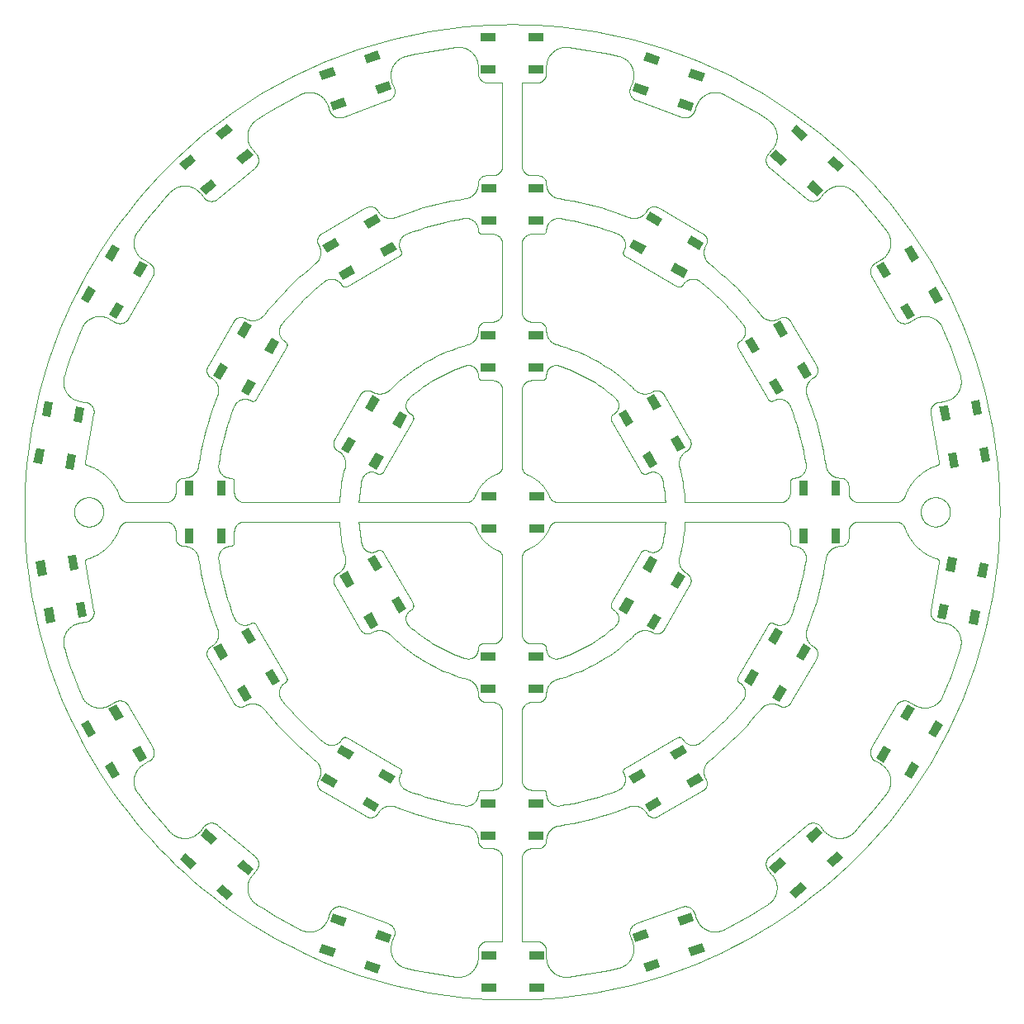
<source format=gtp>
G75*
%MOIN*%
%OFA0B0*%
%FSLAX25Y25*%
%IPPOS*%
%LPD*%
%AMOC8*
5,1,8,0,0,1.08239X$1,22.5*
%
%ADD10C,0.00004*%
%ADD11C,0.00000*%
%ADD12R,0.05906X0.03543*%
%ADD13R,0.03543X0.05906*%
D10*
X0138134Y0128379D02*
X0138212Y0128475D01*
X0138287Y0128574D01*
X0138359Y0128674D01*
X0138427Y0128777D01*
X0138493Y0128882D01*
X0138555Y0128989D01*
X0138613Y0129098D01*
X0138669Y0129209D01*
X0138720Y0129321D01*
X0138768Y0129435D01*
X0138813Y0129551D01*
X0138854Y0129667D01*
X0138891Y0129785D01*
X0138924Y0129904D01*
X0138954Y0130024D01*
X0138980Y0130145D01*
X0139002Y0130267D01*
X0139020Y0130389D01*
X0139035Y0130512D01*
X0139045Y0130635D01*
X0139052Y0130759D01*
X0139055Y0130882D01*
X0139054Y0131006D01*
X0139049Y0131130D01*
X0139040Y0131253D01*
X0139027Y0131376D01*
X0139011Y0131499D01*
X0138990Y0131621D01*
X0138966Y0131742D01*
X0138938Y0131862D01*
X0138906Y0131982D01*
X0138871Y0132100D01*
X0138831Y0132218D01*
X0138789Y0132334D01*
X0138742Y0132448D01*
X0138692Y0132561D01*
X0138638Y0132673D01*
X0138581Y0132783D01*
X0138521Y0132890D01*
X0138457Y0132996D01*
X0138390Y0133100D01*
X0138319Y0133202D01*
X0138246Y0133301D01*
X0138169Y0133398D01*
X0138089Y0133493D01*
X0138007Y0133585D01*
X0137921Y0133674D01*
X0137833Y0133761D01*
X0137742Y0133845D01*
X0137649Y0133926D01*
X0137648Y0133926D02*
X0122569Y0146580D01*
X0122473Y0146658D01*
X0122374Y0146733D01*
X0122274Y0146805D01*
X0122171Y0146873D01*
X0122066Y0146939D01*
X0121959Y0147001D01*
X0121850Y0147059D01*
X0121739Y0147115D01*
X0121627Y0147166D01*
X0121513Y0147214D01*
X0121397Y0147259D01*
X0121281Y0147300D01*
X0121163Y0147337D01*
X0121044Y0147370D01*
X0120924Y0147400D01*
X0120803Y0147426D01*
X0120681Y0147448D01*
X0120559Y0147466D01*
X0120436Y0147481D01*
X0120313Y0147491D01*
X0120189Y0147498D01*
X0120066Y0147501D01*
X0119942Y0147500D01*
X0119818Y0147495D01*
X0119695Y0147486D01*
X0119572Y0147473D01*
X0119449Y0147457D01*
X0119327Y0147436D01*
X0119206Y0147412D01*
X0119086Y0147384D01*
X0118966Y0147352D01*
X0118848Y0147317D01*
X0118730Y0147277D01*
X0118614Y0147235D01*
X0118500Y0147188D01*
X0118387Y0147138D01*
X0118275Y0147084D01*
X0118165Y0147027D01*
X0118058Y0146967D01*
X0117952Y0146903D01*
X0117848Y0146836D01*
X0117746Y0146765D01*
X0117647Y0146692D01*
X0117550Y0146615D01*
X0117455Y0146535D01*
X0117363Y0146453D01*
X0117274Y0146367D01*
X0117187Y0146279D01*
X0117103Y0146188D01*
X0117022Y0146095D01*
X0117022Y0146094D02*
X0115327Y0144074D01*
X0115201Y0143928D01*
X0115072Y0143784D01*
X0114939Y0143645D01*
X0114803Y0143508D01*
X0114663Y0143375D01*
X0114521Y0143245D01*
X0114375Y0143119D01*
X0114226Y0142996D01*
X0114074Y0142877D01*
X0113919Y0142762D01*
X0113762Y0142650D01*
X0113601Y0142543D01*
X0113438Y0142439D01*
X0113273Y0142340D01*
X0113106Y0142244D01*
X0112936Y0142153D01*
X0112763Y0142066D01*
X0112589Y0141983D01*
X0112413Y0141905D01*
X0112235Y0141830D01*
X0112055Y0141761D01*
X0111874Y0141695D01*
X0111690Y0141634D01*
X0111506Y0141578D01*
X0111320Y0141526D01*
X0111133Y0141479D01*
X0110945Y0141436D01*
X0110756Y0141398D01*
X0110566Y0141364D01*
X0110375Y0141335D01*
X0110184Y0141311D01*
X0109992Y0141292D01*
X0109799Y0141277D01*
X0109607Y0141267D01*
X0109414Y0141262D01*
X0109221Y0141261D01*
X0109028Y0141266D01*
X0108835Y0141274D01*
X0108643Y0141288D01*
X0108451Y0141306D01*
X0108259Y0141329D01*
X0108068Y0141357D01*
X0107878Y0141390D01*
X0107689Y0141427D01*
X0107500Y0141468D01*
X0107313Y0141515D01*
X0107127Y0141565D01*
X0106942Y0141621D01*
X0106759Y0141681D01*
X0106577Y0141745D01*
X0106397Y0141814D01*
X0106218Y0141887D01*
X0106041Y0141965D01*
X0105867Y0142046D01*
X0105694Y0142133D01*
X0105524Y0142223D01*
X0105355Y0142317D01*
X0105190Y0142416D01*
X0105026Y0142519D01*
X0104865Y0142625D01*
X0104707Y0142736D01*
X0104552Y0142850D01*
X0104399Y0142968D01*
X0104250Y0143090D01*
X0104103Y0143215D01*
X0103960Y0143344D01*
X0103819Y0143477D01*
X0103682Y0143613D01*
X0103549Y0143752D01*
X0090271Y0159575D02*
X0090157Y0159731D01*
X0090047Y0159889D01*
X0089941Y0160050D01*
X0089839Y0160214D01*
X0089741Y0160380D01*
X0089647Y0160548D01*
X0089557Y0160719D01*
X0089471Y0160892D01*
X0089390Y0161067D01*
X0089313Y0161244D01*
X0089240Y0161423D01*
X0089172Y0161603D01*
X0089108Y0161785D01*
X0089049Y0161969D01*
X0088994Y0162154D01*
X0088944Y0162340D01*
X0088898Y0162527D01*
X0088857Y0162716D01*
X0088820Y0162905D01*
X0088788Y0163096D01*
X0088761Y0163287D01*
X0088739Y0163478D01*
X0088721Y0163670D01*
X0088708Y0163863D01*
X0088700Y0164056D01*
X0088696Y0164249D01*
X0088697Y0164442D01*
X0088703Y0164634D01*
X0088714Y0164827D01*
X0088729Y0165019D01*
X0088749Y0165211D01*
X0088774Y0165403D01*
X0088803Y0165593D01*
X0088837Y0165783D01*
X0088876Y0165972D01*
X0088919Y0166160D01*
X0088967Y0166347D01*
X0089019Y0166533D01*
X0089076Y0166717D01*
X0089138Y0166900D01*
X0089204Y0167081D01*
X0089274Y0167261D01*
X0089349Y0167439D01*
X0089428Y0167615D01*
X0089512Y0167789D01*
X0089599Y0167961D01*
X0089691Y0168130D01*
X0089787Y0168298D01*
X0089887Y0168463D01*
X0089991Y0168625D01*
X0090099Y0168785D01*
X0090211Y0168942D01*
X0090326Y0169097D01*
X0090446Y0169248D01*
X0090569Y0169397D01*
X0090696Y0169542D01*
X0090826Y0169685D01*
X0090959Y0169824D01*
X0091097Y0169959D01*
X0091237Y0170092D01*
X0091380Y0170221D01*
X0091527Y0170346D01*
X0091677Y0170468D01*
X0091829Y0170586D01*
X0091985Y0170700D01*
X0092143Y0170811D01*
X0092304Y0170917D01*
X0092467Y0171020D01*
X0092633Y0171118D01*
X0092633Y0171119D02*
X0094918Y0172437D01*
X0095024Y0172501D01*
X0095128Y0172568D01*
X0095230Y0172638D01*
X0095329Y0172711D01*
X0095427Y0172787D01*
X0095522Y0172867D01*
X0095614Y0172949D01*
X0095704Y0173034D01*
X0095791Y0173122D01*
X0095875Y0173213D01*
X0095956Y0173306D01*
X0096034Y0173402D01*
X0096110Y0173500D01*
X0096182Y0173600D01*
X0096251Y0173703D01*
X0096317Y0173808D01*
X0096379Y0173914D01*
X0096438Y0174023D01*
X0096494Y0174134D01*
X0096546Y0174246D01*
X0096594Y0174359D01*
X0096639Y0174475D01*
X0096680Y0174591D01*
X0096718Y0174709D01*
X0096752Y0174828D01*
X0096782Y0174948D01*
X0096808Y0175069D01*
X0096831Y0175190D01*
X0096850Y0175313D01*
X0096864Y0175435D01*
X0096875Y0175559D01*
X0096883Y0175682D01*
X0096886Y0175806D01*
X0096885Y0175929D01*
X0096881Y0176053D01*
X0096872Y0176176D01*
X0096860Y0176300D01*
X0096844Y0176422D01*
X0096824Y0176544D01*
X0096800Y0176666D01*
X0096772Y0176786D01*
X0096741Y0176906D01*
X0096706Y0177024D01*
X0096667Y0177142D01*
X0096625Y0177258D01*
X0096578Y0177373D01*
X0096529Y0177486D01*
X0096475Y0177598D01*
X0096419Y0177707D01*
X0096359Y0177816D01*
X0086516Y0194863D01*
X0086517Y0194863D02*
X0086453Y0194970D01*
X0086386Y0195074D01*
X0086316Y0195176D01*
X0086243Y0195275D01*
X0086167Y0195373D01*
X0086087Y0195468D01*
X0086005Y0195560D01*
X0085920Y0195650D01*
X0085832Y0195737D01*
X0085741Y0195821D01*
X0085648Y0195902D01*
X0085552Y0195980D01*
X0085454Y0196056D01*
X0085354Y0196128D01*
X0085251Y0196197D01*
X0085146Y0196263D01*
X0085040Y0196325D01*
X0084931Y0196384D01*
X0084821Y0196440D01*
X0084708Y0196492D01*
X0084595Y0196540D01*
X0084479Y0196585D01*
X0084363Y0196626D01*
X0084245Y0196664D01*
X0084126Y0196698D01*
X0084006Y0196728D01*
X0083885Y0196754D01*
X0083764Y0196777D01*
X0083641Y0196796D01*
X0083519Y0196810D01*
X0083395Y0196821D01*
X0083272Y0196829D01*
X0083148Y0196832D01*
X0083025Y0196831D01*
X0082901Y0196827D01*
X0082778Y0196818D01*
X0082655Y0196806D01*
X0082532Y0196790D01*
X0082410Y0196770D01*
X0082288Y0196746D01*
X0082168Y0196718D01*
X0082048Y0196687D01*
X0081930Y0196652D01*
X0081812Y0196613D01*
X0081696Y0196571D01*
X0081581Y0196524D01*
X0081468Y0196475D01*
X0081356Y0196421D01*
X0081247Y0196365D01*
X0081139Y0196305D01*
X0081138Y0196304D02*
X0078854Y0194985D01*
X0078853Y0194985D02*
X0078685Y0194891D01*
X0078514Y0194800D01*
X0078342Y0194714D01*
X0078167Y0194632D01*
X0077990Y0194555D01*
X0077812Y0194482D01*
X0077632Y0194413D01*
X0077450Y0194349D01*
X0077266Y0194289D01*
X0077081Y0194234D01*
X0076895Y0194183D01*
X0076708Y0194137D01*
X0076520Y0194095D01*
X0076330Y0194058D01*
X0076140Y0194026D01*
X0075949Y0193998D01*
X0075757Y0193975D01*
X0075565Y0193957D01*
X0075373Y0193943D01*
X0075180Y0193934D01*
X0074987Y0193930D01*
X0074794Y0193931D01*
X0074602Y0193936D01*
X0074409Y0193946D01*
X0074217Y0193961D01*
X0074025Y0193981D01*
X0073833Y0194005D01*
X0073642Y0194034D01*
X0073452Y0194067D01*
X0073263Y0194105D01*
X0073075Y0194148D01*
X0072888Y0194196D01*
X0072702Y0194248D01*
X0072518Y0194304D01*
X0072335Y0194365D01*
X0072153Y0194431D01*
X0071974Y0194500D01*
X0071796Y0194575D01*
X0071619Y0194653D01*
X0071445Y0194736D01*
X0071273Y0194823D01*
X0071103Y0194915D01*
X0070935Y0195010D01*
X0070770Y0195110D01*
X0070607Y0195213D01*
X0070447Y0195321D01*
X0070290Y0195432D01*
X0070135Y0195548D01*
X0069983Y0195667D01*
X0069834Y0195789D01*
X0069688Y0195916D01*
X0069546Y0196046D01*
X0069406Y0196179D01*
X0069270Y0196315D01*
X0069137Y0196455D01*
X0069008Y0196599D01*
X0068882Y0196745D01*
X0068760Y0196894D01*
X0068642Y0197047D01*
X0068527Y0197202D01*
X0068416Y0197360D01*
X0068309Y0197520D01*
X0068206Y0197683D01*
X0068107Y0197849D01*
X0068012Y0198017D01*
X0067922Y0198187D01*
X0067835Y0198360D01*
X0067753Y0198534D01*
X0067675Y0198711D01*
X0060611Y0218122D02*
X0060557Y0218307D01*
X0060508Y0218494D01*
X0060463Y0218682D01*
X0060423Y0218870D01*
X0060388Y0219060D01*
X0060357Y0219251D01*
X0060331Y0219442D01*
X0060310Y0219634D01*
X0060293Y0219826D01*
X0060282Y0220018D01*
X0060274Y0220211D01*
X0060272Y0220404D01*
X0060274Y0220597D01*
X0060281Y0220790D01*
X0060293Y0220982D01*
X0060310Y0221175D01*
X0060331Y0221366D01*
X0060357Y0221558D01*
X0060387Y0221748D01*
X0060422Y0221938D01*
X0060462Y0222127D01*
X0060506Y0222314D01*
X0060556Y0222501D01*
X0060609Y0222686D01*
X0060667Y0222870D01*
X0060730Y0223053D01*
X0060797Y0223234D01*
X0060868Y0223413D01*
X0060944Y0223590D01*
X0061024Y0223766D01*
X0061109Y0223939D01*
X0061197Y0224111D01*
X0061290Y0224280D01*
X0061387Y0224446D01*
X0061488Y0224611D01*
X0061593Y0224773D01*
X0061702Y0224932D01*
X0061815Y0225088D01*
X0061931Y0225242D01*
X0062052Y0225393D01*
X0062176Y0225541D01*
X0062303Y0225686D01*
X0062434Y0225827D01*
X0062569Y0225965D01*
X0062707Y0226100D01*
X0062848Y0226232D01*
X0062992Y0226360D01*
X0063140Y0226484D01*
X0063290Y0226605D01*
X0063443Y0226722D01*
X0063599Y0226836D01*
X0063758Y0226945D01*
X0063920Y0227051D01*
X0064084Y0227152D01*
X0064250Y0227250D01*
X0064419Y0227343D01*
X0064590Y0227432D01*
X0064763Y0227517D01*
X0064939Y0227598D01*
X0065116Y0227675D01*
X0065295Y0227747D01*
X0065475Y0227814D01*
X0065658Y0227877D01*
X0065842Y0227936D01*
X0066027Y0227990D01*
X0066213Y0228040D01*
X0066401Y0228085D01*
X0066589Y0228126D01*
X0066779Y0228161D01*
X0069376Y0228619D01*
X0069377Y0228619D02*
X0069498Y0228642D01*
X0069619Y0228669D01*
X0069738Y0228700D01*
X0069857Y0228735D01*
X0069975Y0228773D01*
X0070091Y0228816D01*
X0070206Y0228861D01*
X0070319Y0228911D01*
X0070431Y0228963D01*
X0070541Y0229020D01*
X0070650Y0229080D01*
X0070756Y0229143D01*
X0070860Y0229209D01*
X0070962Y0229279D01*
X0071062Y0229352D01*
X0071160Y0229428D01*
X0071255Y0229507D01*
X0071348Y0229589D01*
X0071438Y0229674D01*
X0071525Y0229761D01*
X0071610Y0229851D01*
X0071691Y0229944D01*
X0071770Y0230040D01*
X0071845Y0230138D01*
X0071918Y0230238D01*
X0071987Y0230340D01*
X0072053Y0230445D01*
X0072116Y0230551D01*
X0072176Y0230660D01*
X0072232Y0230770D01*
X0072284Y0230882D01*
X0072333Y0230996D01*
X0072378Y0231111D01*
X0072420Y0231227D01*
X0072458Y0231345D01*
X0072492Y0231464D01*
X0072523Y0231584D01*
X0072550Y0231704D01*
X0072573Y0231826D01*
X0072592Y0231948D01*
X0072607Y0232071D01*
X0072618Y0232194D01*
X0072626Y0232317D01*
X0072630Y0232441D01*
X0072629Y0232565D01*
X0072625Y0232688D01*
X0072617Y0232812D01*
X0072605Y0232935D01*
X0072590Y0233058D01*
X0072570Y0233180D01*
X0069152Y0252566D01*
X0069123Y0252714D02*
X0069110Y0252781D01*
X0069102Y0252848D01*
X0069097Y0252916D01*
X0069096Y0252984D01*
X0069099Y0253051D01*
X0069106Y0253119D01*
X0069117Y0253186D01*
X0069132Y0253252D01*
X0069150Y0253317D01*
X0069172Y0253381D01*
X0069198Y0253444D01*
X0069227Y0253505D01*
X0069260Y0253565D01*
X0069296Y0253622D01*
X0069336Y0253677D01*
X0069378Y0253730D01*
X0069424Y0253780D01*
X0069472Y0253828D01*
X0069523Y0253873D01*
X0069576Y0253914D01*
X0069632Y0253953D01*
X0069690Y0253989D01*
X0069749Y0254021D01*
X0069811Y0254049D01*
X0069874Y0254074D01*
X0069938Y0254095D01*
X0069123Y0252714D02*
X0069138Y0252640D01*
X0069152Y0252565D01*
X0082851Y0266392D02*
X0082894Y0266509D01*
X0082941Y0266624D01*
X0082992Y0266737D01*
X0083046Y0266849D01*
X0083104Y0266959D01*
X0083165Y0267068D01*
X0083229Y0267174D01*
X0083297Y0267278D01*
X0083368Y0267380D01*
X0083442Y0267480D01*
X0083519Y0267577D01*
X0083599Y0267672D01*
X0083683Y0267764D01*
X0083769Y0267854D01*
X0083858Y0267940D01*
X0083949Y0268024D01*
X0084044Y0268105D01*
X0084140Y0268183D01*
X0084240Y0268258D01*
X0084341Y0268330D01*
X0084445Y0268399D01*
X0084550Y0268464D01*
X0084658Y0268526D01*
X0084768Y0268584D01*
X0084879Y0268639D01*
X0084993Y0268690D01*
X0085107Y0268738D01*
X0085223Y0268782D01*
X0085341Y0268823D01*
X0085460Y0268859D01*
X0085579Y0268892D01*
X0085700Y0268921D01*
X0085822Y0268947D01*
X0085944Y0268968D01*
X0086067Y0268986D01*
X0086191Y0268999D01*
X0086315Y0269009D01*
X0086439Y0269015D01*
X0086563Y0269017D01*
X0101694Y0269017D01*
X0101818Y0269015D01*
X0101941Y0269009D01*
X0102065Y0269000D01*
X0102187Y0268986D01*
X0102310Y0268969D01*
X0102432Y0268947D01*
X0102553Y0268922D01*
X0102673Y0268893D01*
X0102792Y0268861D01*
X0102911Y0268824D01*
X0103028Y0268784D01*
X0103143Y0268741D01*
X0103258Y0268693D01*
X0103370Y0268642D01*
X0103481Y0268588D01*
X0103591Y0268530D01*
X0103698Y0268469D01*
X0103804Y0268404D01*
X0103907Y0268336D01*
X0104008Y0268265D01*
X0104107Y0268191D01*
X0104204Y0268114D01*
X0104298Y0268033D01*
X0104389Y0267950D01*
X0104478Y0267864D01*
X0104564Y0267775D01*
X0104647Y0267684D01*
X0104728Y0267590D01*
X0104805Y0267493D01*
X0104879Y0267394D01*
X0104950Y0267293D01*
X0105018Y0267190D01*
X0105083Y0267084D01*
X0105144Y0266977D01*
X0105202Y0266867D01*
X0105256Y0266756D01*
X0105307Y0266644D01*
X0105355Y0266529D01*
X0105398Y0266414D01*
X0105438Y0266297D01*
X0105475Y0266178D01*
X0105507Y0266059D01*
X0105536Y0265939D01*
X0105561Y0265818D01*
X0105583Y0265696D01*
X0105600Y0265573D01*
X0105614Y0265451D01*
X0105623Y0265327D01*
X0105629Y0265204D01*
X0105631Y0265080D01*
X0105631Y0262520D01*
X0105633Y0262406D01*
X0105639Y0262292D01*
X0105649Y0262178D01*
X0105662Y0262064D01*
X0105680Y0261951D01*
X0105701Y0261839D01*
X0105726Y0261728D01*
X0105755Y0261617D01*
X0105788Y0261508D01*
X0105824Y0261399D01*
X0105864Y0261293D01*
X0105908Y0261187D01*
X0105955Y0261083D01*
X0106006Y0260981D01*
X0106060Y0260880D01*
X0106118Y0260781D01*
X0106179Y0260685D01*
X0106243Y0260590D01*
X0106311Y0260498D01*
X0106381Y0260408D01*
X0106455Y0260321D01*
X0106532Y0260236D01*
X0106611Y0260154D01*
X0106693Y0260075D01*
X0106778Y0259998D01*
X0106865Y0259924D01*
X0106955Y0259854D01*
X0107047Y0259786D01*
X0107142Y0259722D01*
X0107238Y0259661D01*
X0107337Y0259603D01*
X0107438Y0259549D01*
X0107540Y0259498D01*
X0107644Y0259451D01*
X0107750Y0259407D01*
X0107856Y0259367D01*
X0107965Y0259331D01*
X0108074Y0259298D01*
X0108185Y0259269D01*
X0108296Y0259244D01*
X0108408Y0259223D01*
X0108521Y0259205D01*
X0108635Y0259192D01*
X0108749Y0259182D01*
X0108863Y0259176D01*
X0108977Y0259174D01*
X0109055Y0259174D01*
X0109054Y0259174D02*
X0109207Y0259172D01*
X0109360Y0259166D01*
X0109512Y0259156D01*
X0109664Y0259142D01*
X0109816Y0259125D01*
X0109967Y0259103D01*
X0110118Y0259077D01*
X0110268Y0259048D01*
X0110417Y0259015D01*
X0110565Y0258977D01*
X0110713Y0258936D01*
X0110859Y0258892D01*
X0111004Y0258843D01*
X0111147Y0258791D01*
X0111289Y0258735D01*
X0111430Y0258675D01*
X0111569Y0258612D01*
X0111707Y0258545D01*
X0111842Y0258474D01*
X0111976Y0258401D01*
X0112108Y0258323D01*
X0112238Y0258243D01*
X0112365Y0258159D01*
X0112491Y0258071D01*
X0112614Y0257981D01*
X0112734Y0257887D01*
X0112853Y0257790D01*
X0112968Y0257690D01*
X0113082Y0257588D01*
X0113192Y0257482D01*
X0113300Y0257374D01*
X0113404Y0257262D01*
X0113506Y0257148D01*
X0113605Y0257032D01*
X0113701Y0256913D01*
X0113794Y0256792D01*
X0113883Y0256668D01*
X0113970Y0256542D01*
X0114053Y0256413D01*
X0114132Y0256283D01*
X0114209Y0256151D01*
X0114282Y0256016D01*
X0114351Y0255880D01*
X0114417Y0255742D01*
X0114479Y0255603D01*
X0114538Y0255461D01*
X0114593Y0255319D01*
X0114644Y0255175D01*
X0114691Y0255030D01*
X0114735Y0254883D01*
X0114775Y0254736D01*
X0114811Y0254587D01*
X0114843Y0254438D01*
X0114871Y0254288D01*
X0114896Y0254137D01*
X0122934Y0253692D02*
X0122914Y0253827D01*
X0122898Y0253963D01*
X0122886Y0254098D01*
X0122878Y0254234D01*
X0122874Y0254371D01*
X0122873Y0254507D01*
X0122877Y0254643D01*
X0122885Y0254780D01*
X0122896Y0254915D01*
X0122911Y0255051D01*
X0122931Y0255186D01*
X0122954Y0255320D01*
X0122981Y0255454D01*
X0123012Y0255587D01*
X0123047Y0255719D01*
X0123085Y0255849D01*
X0123127Y0255979D01*
X0123173Y0256107D01*
X0123223Y0256234D01*
X0123276Y0256360D01*
X0123333Y0256484D01*
X0123394Y0256606D01*
X0123458Y0256726D01*
X0123525Y0256845D01*
X0123596Y0256961D01*
X0123670Y0257076D01*
X0123747Y0257188D01*
X0123828Y0257298D01*
X0123912Y0257406D01*
X0123999Y0257511D01*
X0124089Y0257613D01*
X0124181Y0257713D01*
X0124277Y0257810D01*
X0124375Y0257905D01*
X0124476Y0257996D01*
X0124580Y0258085D01*
X0124686Y0258171D01*
X0124795Y0258253D01*
X0124906Y0258332D01*
X0125019Y0258408D01*
X0125134Y0258481D01*
X0125251Y0258551D01*
X0125371Y0258617D01*
X0125492Y0258679D01*
X0125615Y0258738D01*
X0125740Y0258793D01*
X0125866Y0258845D01*
X0125993Y0258893D01*
X0126122Y0258938D01*
X0126252Y0258979D01*
X0126384Y0259015D01*
X0126516Y0259049D01*
X0126649Y0259078D01*
X0126783Y0259103D01*
X0126918Y0259125D01*
X0127053Y0259143D01*
X0127188Y0259156D01*
X0127324Y0259166D01*
X0127461Y0259172D01*
X0127597Y0259174D01*
X0127678Y0259174D01*
X0127755Y0259176D01*
X0127832Y0259182D01*
X0127909Y0259191D01*
X0127985Y0259204D01*
X0128061Y0259221D01*
X0128135Y0259242D01*
X0128209Y0259266D01*
X0128281Y0259294D01*
X0128351Y0259325D01*
X0128420Y0259360D01*
X0128488Y0259398D01*
X0128553Y0259439D01*
X0128616Y0259484D01*
X0128677Y0259532D01*
X0128736Y0259582D01*
X0128792Y0259635D01*
X0128845Y0259691D01*
X0128895Y0259750D01*
X0128943Y0259811D01*
X0128988Y0259874D01*
X0129029Y0259939D01*
X0129067Y0260007D01*
X0129102Y0260076D01*
X0129133Y0260146D01*
X0129161Y0260218D01*
X0129185Y0260292D01*
X0129206Y0260366D01*
X0129223Y0260442D01*
X0129236Y0260518D01*
X0129245Y0260595D01*
X0129251Y0260672D01*
X0129253Y0260749D01*
X0129253Y0265080D01*
X0129255Y0265204D01*
X0129261Y0265327D01*
X0129270Y0265451D01*
X0129284Y0265573D01*
X0129301Y0265696D01*
X0129323Y0265818D01*
X0129348Y0265939D01*
X0129377Y0266059D01*
X0129409Y0266178D01*
X0129446Y0266297D01*
X0129486Y0266414D01*
X0129529Y0266529D01*
X0129577Y0266644D01*
X0129628Y0266756D01*
X0129682Y0266867D01*
X0129740Y0266977D01*
X0129801Y0267084D01*
X0129866Y0267190D01*
X0129934Y0267293D01*
X0130005Y0267394D01*
X0130079Y0267493D01*
X0130156Y0267590D01*
X0130237Y0267684D01*
X0130320Y0267775D01*
X0130406Y0267864D01*
X0130495Y0267950D01*
X0130586Y0268033D01*
X0130680Y0268114D01*
X0130777Y0268191D01*
X0130876Y0268265D01*
X0130977Y0268336D01*
X0131080Y0268404D01*
X0131186Y0268469D01*
X0131293Y0268530D01*
X0131403Y0268588D01*
X0131514Y0268642D01*
X0131626Y0268693D01*
X0131741Y0268741D01*
X0131856Y0268784D01*
X0131973Y0268824D01*
X0132092Y0268861D01*
X0132211Y0268893D01*
X0132331Y0268922D01*
X0132452Y0268947D01*
X0132574Y0268969D01*
X0132697Y0268986D01*
X0132819Y0269000D01*
X0132943Y0269009D01*
X0133066Y0269015D01*
X0133190Y0269017D01*
X0171687Y0269017D01*
X0171687Y0276891D02*
X0133190Y0276891D01*
X0133066Y0276893D01*
X0132943Y0276899D01*
X0132819Y0276908D01*
X0132697Y0276922D01*
X0132574Y0276939D01*
X0132452Y0276961D01*
X0132331Y0276986D01*
X0132211Y0277015D01*
X0132092Y0277047D01*
X0131973Y0277084D01*
X0131856Y0277124D01*
X0131741Y0277167D01*
X0131626Y0277215D01*
X0131514Y0277266D01*
X0131403Y0277320D01*
X0131293Y0277378D01*
X0131186Y0277439D01*
X0131080Y0277504D01*
X0130977Y0277572D01*
X0130876Y0277643D01*
X0130777Y0277717D01*
X0130680Y0277794D01*
X0130586Y0277875D01*
X0130495Y0277958D01*
X0130406Y0278044D01*
X0130320Y0278133D01*
X0130237Y0278224D01*
X0130156Y0278318D01*
X0130079Y0278415D01*
X0130005Y0278514D01*
X0129934Y0278615D01*
X0129866Y0278718D01*
X0129801Y0278824D01*
X0129740Y0278931D01*
X0129682Y0279041D01*
X0129628Y0279152D01*
X0129577Y0279264D01*
X0129529Y0279379D01*
X0129486Y0279494D01*
X0129446Y0279611D01*
X0129409Y0279730D01*
X0129377Y0279849D01*
X0129348Y0279969D01*
X0129323Y0280090D01*
X0129301Y0280212D01*
X0129284Y0280335D01*
X0129270Y0280457D01*
X0129261Y0280581D01*
X0129255Y0280704D01*
X0129253Y0280828D01*
X0129253Y0285158D01*
X0129251Y0285235D01*
X0129245Y0285312D01*
X0129236Y0285389D01*
X0129223Y0285465D01*
X0129206Y0285541D01*
X0129185Y0285615D01*
X0129161Y0285689D01*
X0129133Y0285761D01*
X0129102Y0285831D01*
X0129067Y0285900D01*
X0129029Y0285968D01*
X0128988Y0286033D01*
X0128943Y0286096D01*
X0128895Y0286157D01*
X0128845Y0286216D01*
X0128792Y0286272D01*
X0128736Y0286325D01*
X0128677Y0286375D01*
X0128616Y0286423D01*
X0128553Y0286468D01*
X0128488Y0286509D01*
X0128420Y0286547D01*
X0128351Y0286582D01*
X0128281Y0286613D01*
X0128209Y0286641D01*
X0128135Y0286665D01*
X0128061Y0286686D01*
X0127985Y0286703D01*
X0127909Y0286716D01*
X0127832Y0286725D01*
X0127755Y0286731D01*
X0127678Y0286733D01*
X0127597Y0286733D01*
X0127461Y0286735D01*
X0127324Y0286741D01*
X0127188Y0286751D01*
X0127053Y0286764D01*
X0126918Y0286782D01*
X0126783Y0286804D01*
X0126649Y0286829D01*
X0126516Y0286858D01*
X0126384Y0286892D01*
X0126252Y0286928D01*
X0126122Y0286969D01*
X0125993Y0287014D01*
X0125866Y0287062D01*
X0125740Y0287114D01*
X0125615Y0287169D01*
X0125492Y0287228D01*
X0125371Y0287290D01*
X0125251Y0287356D01*
X0125134Y0287426D01*
X0125019Y0287499D01*
X0124906Y0287575D01*
X0124795Y0287654D01*
X0124686Y0287736D01*
X0124580Y0287822D01*
X0124476Y0287911D01*
X0124375Y0288002D01*
X0124277Y0288097D01*
X0124181Y0288194D01*
X0124089Y0288294D01*
X0123999Y0288396D01*
X0123912Y0288501D01*
X0123828Y0288609D01*
X0123747Y0288719D01*
X0123670Y0288831D01*
X0123596Y0288946D01*
X0123525Y0289062D01*
X0123458Y0289181D01*
X0123394Y0289301D01*
X0123333Y0289423D01*
X0123276Y0289547D01*
X0123223Y0289673D01*
X0123173Y0289800D01*
X0123127Y0289928D01*
X0123085Y0290058D01*
X0123047Y0290188D01*
X0123012Y0290320D01*
X0122981Y0290453D01*
X0122954Y0290587D01*
X0122931Y0290721D01*
X0122911Y0290856D01*
X0122896Y0290992D01*
X0122885Y0291127D01*
X0122877Y0291264D01*
X0122873Y0291400D01*
X0122874Y0291536D01*
X0122878Y0291673D01*
X0122886Y0291809D01*
X0122898Y0291944D01*
X0122914Y0292080D01*
X0122934Y0292215D01*
X0114896Y0291770D02*
X0114871Y0291619D01*
X0114843Y0291469D01*
X0114811Y0291320D01*
X0114775Y0291171D01*
X0114735Y0291024D01*
X0114691Y0290877D01*
X0114644Y0290732D01*
X0114593Y0290588D01*
X0114538Y0290446D01*
X0114479Y0290304D01*
X0114417Y0290165D01*
X0114351Y0290027D01*
X0114282Y0289891D01*
X0114209Y0289756D01*
X0114132Y0289624D01*
X0114053Y0289494D01*
X0113970Y0289365D01*
X0113883Y0289239D01*
X0113794Y0289115D01*
X0113701Y0288994D01*
X0113605Y0288875D01*
X0113506Y0288759D01*
X0113404Y0288645D01*
X0113300Y0288533D01*
X0113192Y0288425D01*
X0113082Y0288319D01*
X0112968Y0288217D01*
X0112853Y0288117D01*
X0112734Y0288020D01*
X0112614Y0287926D01*
X0112491Y0287836D01*
X0112365Y0287748D01*
X0112238Y0287664D01*
X0112108Y0287584D01*
X0111976Y0287506D01*
X0111842Y0287433D01*
X0111707Y0287362D01*
X0111569Y0287295D01*
X0111430Y0287232D01*
X0111289Y0287172D01*
X0111147Y0287116D01*
X0111004Y0287064D01*
X0110859Y0287015D01*
X0110713Y0286971D01*
X0110565Y0286930D01*
X0110417Y0286892D01*
X0110268Y0286859D01*
X0110118Y0286830D01*
X0109967Y0286804D01*
X0109816Y0286782D01*
X0109664Y0286765D01*
X0109512Y0286751D01*
X0109360Y0286741D01*
X0109207Y0286735D01*
X0109054Y0286733D01*
X0109055Y0286733D02*
X0108977Y0286733D01*
X0108863Y0286731D01*
X0108749Y0286725D01*
X0108635Y0286715D01*
X0108521Y0286702D01*
X0108408Y0286684D01*
X0108296Y0286663D01*
X0108185Y0286638D01*
X0108074Y0286609D01*
X0107965Y0286576D01*
X0107856Y0286540D01*
X0107750Y0286500D01*
X0107644Y0286456D01*
X0107540Y0286409D01*
X0107438Y0286358D01*
X0107337Y0286304D01*
X0107238Y0286246D01*
X0107142Y0286185D01*
X0107047Y0286121D01*
X0106955Y0286053D01*
X0106865Y0285983D01*
X0106778Y0285909D01*
X0106693Y0285832D01*
X0106611Y0285753D01*
X0106532Y0285671D01*
X0106455Y0285586D01*
X0106381Y0285499D01*
X0106311Y0285409D01*
X0106243Y0285317D01*
X0106179Y0285222D01*
X0106118Y0285126D01*
X0106060Y0285027D01*
X0106006Y0284926D01*
X0105955Y0284824D01*
X0105908Y0284720D01*
X0105864Y0284614D01*
X0105824Y0284508D01*
X0105788Y0284399D01*
X0105755Y0284290D01*
X0105726Y0284179D01*
X0105701Y0284068D01*
X0105680Y0283956D01*
X0105662Y0283843D01*
X0105649Y0283729D01*
X0105639Y0283615D01*
X0105633Y0283501D01*
X0105631Y0283387D01*
X0105631Y0280828D01*
X0105629Y0280704D01*
X0105623Y0280581D01*
X0105614Y0280457D01*
X0105600Y0280335D01*
X0105583Y0280212D01*
X0105561Y0280090D01*
X0105536Y0279969D01*
X0105507Y0279849D01*
X0105475Y0279730D01*
X0105438Y0279611D01*
X0105398Y0279494D01*
X0105355Y0279379D01*
X0105307Y0279264D01*
X0105256Y0279152D01*
X0105202Y0279041D01*
X0105144Y0278931D01*
X0105083Y0278824D01*
X0105018Y0278718D01*
X0104950Y0278615D01*
X0104879Y0278514D01*
X0104805Y0278415D01*
X0104728Y0278318D01*
X0104647Y0278224D01*
X0104564Y0278133D01*
X0104478Y0278044D01*
X0104389Y0277958D01*
X0104298Y0277875D01*
X0104204Y0277794D01*
X0104107Y0277717D01*
X0104008Y0277643D01*
X0103907Y0277572D01*
X0103804Y0277504D01*
X0103698Y0277439D01*
X0103591Y0277378D01*
X0103481Y0277320D01*
X0103370Y0277266D01*
X0103258Y0277215D01*
X0103143Y0277167D01*
X0103028Y0277124D01*
X0102911Y0277084D01*
X0102792Y0277047D01*
X0102673Y0277015D01*
X0102553Y0276986D01*
X0102432Y0276961D01*
X0102310Y0276939D01*
X0102187Y0276922D01*
X0102065Y0276908D01*
X0101941Y0276899D01*
X0101818Y0276893D01*
X0101694Y0276891D01*
X0086563Y0276891D01*
X0086563Y0276890D02*
X0086439Y0276892D01*
X0086315Y0276898D01*
X0086191Y0276908D01*
X0086067Y0276921D01*
X0085944Y0276939D01*
X0085822Y0276960D01*
X0085700Y0276986D01*
X0085579Y0277015D01*
X0085460Y0277048D01*
X0085341Y0277084D01*
X0085223Y0277125D01*
X0085107Y0277169D01*
X0084993Y0277217D01*
X0084879Y0277268D01*
X0084768Y0277323D01*
X0084658Y0277381D01*
X0084550Y0277443D01*
X0084445Y0277508D01*
X0084341Y0277577D01*
X0084240Y0277649D01*
X0084140Y0277724D01*
X0084044Y0277802D01*
X0083949Y0277883D01*
X0083858Y0277967D01*
X0083769Y0278053D01*
X0083683Y0278143D01*
X0083599Y0278235D01*
X0083519Y0278330D01*
X0083442Y0278427D01*
X0083368Y0278527D01*
X0083297Y0278629D01*
X0083229Y0278733D01*
X0083165Y0278839D01*
X0083104Y0278948D01*
X0083046Y0279058D01*
X0082992Y0279170D01*
X0082941Y0279283D01*
X0082894Y0279398D01*
X0082851Y0279515D01*
X0069938Y0291812D02*
X0069874Y0291833D01*
X0069811Y0291858D01*
X0069749Y0291886D01*
X0069690Y0291918D01*
X0069632Y0291954D01*
X0069576Y0291993D01*
X0069523Y0292034D01*
X0069472Y0292079D01*
X0069424Y0292127D01*
X0069378Y0292177D01*
X0069336Y0292230D01*
X0069296Y0292285D01*
X0069260Y0292342D01*
X0069227Y0292402D01*
X0069198Y0292463D01*
X0069172Y0292526D01*
X0069150Y0292590D01*
X0069132Y0292655D01*
X0069117Y0292721D01*
X0069106Y0292788D01*
X0069099Y0292856D01*
X0069096Y0292923D01*
X0069097Y0292991D01*
X0069102Y0293059D01*
X0069110Y0293126D01*
X0069123Y0293193D01*
X0069152Y0293341D02*
X0072570Y0312727D01*
X0072590Y0312849D01*
X0072605Y0312972D01*
X0072617Y0313095D01*
X0072625Y0313219D01*
X0072629Y0313342D01*
X0072630Y0313466D01*
X0072626Y0313590D01*
X0072618Y0313713D01*
X0072607Y0313836D01*
X0072592Y0313959D01*
X0072573Y0314081D01*
X0072550Y0314203D01*
X0072523Y0314323D01*
X0072492Y0314443D01*
X0072458Y0314562D01*
X0072420Y0314680D01*
X0072378Y0314796D01*
X0072333Y0314911D01*
X0072284Y0315025D01*
X0072232Y0315137D01*
X0072176Y0315247D01*
X0072116Y0315356D01*
X0072053Y0315462D01*
X0071987Y0315567D01*
X0071918Y0315669D01*
X0071845Y0315769D01*
X0071770Y0315867D01*
X0071691Y0315963D01*
X0071610Y0316056D01*
X0071525Y0316146D01*
X0071438Y0316233D01*
X0071348Y0316318D01*
X0071255Y0316400D01*
X0071160Y0316479D01*
X0071062Y0316555D01*
X0070962Y0316628D01*
X0070860Y0316698D01*
X0070756Y0316764D01*
X0070650Y0316827D01*
X0070541Y0316887D01*
X0070431Y0316944D01*
X0070319Y0316996D01*
X0070206Y0317046D01*
X0070091Y0317091D01*
X0069975Y0317134D01*
X0069857Y0317172D01*
X0069738Y0317207D01*
X0069619Y0317238D01*
X0069498Y0317265D01*
X0069377Y0317288D01*
X0069376Y0317288D02*
X0066779Y0317746D01*
X0066589Y0317781D01*
X0066401Y0317822D01*
X0066213Y0317867D01*
X0066027Y0317917D01*
X0065842Y0317971D01*
X0065658Y0318030D01*
X0065475Y0318093D01*
X0065295Y0318160D01*
X0065116Y0318232D01*
X0064939Y0318309D01*
X0064763Y0318390D01*
X0064590Y0318475D01*
X0064419Y0318564D01*
X0064250Y0318657D01*
X0064084Y0318755D01*
X0063920Y0318856D01*
X0063758Y0318962D01*
X0063599Y0319071D01*
X0063443Y0319185D01*
X0063290Y0319302D01*
X0063140Y0319423D01*
X0062992Y0319547D01*
X0062848Y0319675D01*
X0062707Y0319807D01*
X0062569Y0319942D01*
X0062434Y0320080D01*
X0062303Y0320221D01*
X0062176Y0320366D01*
X0062052Y0320514D01*
X0061931Y0320665D01*
X0061815Y0320819D01*
X0061702Y0320975D01*
X0061593Y0321134D01*
X0061488Y0321296D01*
X0061387Y0321461D01*
X0061290Y0321627D01*
X0061197Y0321796D01*
X0061109Y0321968D01*
X0061024Y0322141D01*
X0060944Y0322317D01*
X0060868Y0322494D01*
X0060797Y0322673D01*
X0060730Y0322854D01*
X0060667Y0323037D01*
X0060609Y0323221D01*
X0060556Y0323406D01*
X0060506Y0323593D01*
X0060462Y0323780D01*
X0060422Y0323969D01*
X0060387Y0324159D01*
X0060357Y0324349D01*
X0060331Y0324541D01*
X0060310Y0324732D01*
X0060293Y0324925D01*
X0060281Y0325117D01*
X0060274Y0325310D01*
X0060272Y0325503D01*
X0060274Y0325696D01*
X0060282Y0325889D01*
X0060293Y0326081D01*
X0060310Y0326273D01*
X0060331Y0326465D01*
X0060357Y0326656D01*
X0060388Y0326847D01*
X0060423Y0327037D01*
X0060463Y0327225D01*
X0060508Y0327413D01*
X0060557Y0327600D01*
X0060611Y0327785D01*
X0067675Y0347196D02*
X0067753Y0347373D01*
X0067835Y0347547D01*
X0067922Y0347720D01*
X0068012Y0347890D01*
X0068107Y0348058D01*
X0068206Y0348224D01*
X0068309Y0348387D01*
X0068416Y0348547D01*
X0068527Y0348705D01*
X0068642Y0348860D01*
X0068760Y0349013D01*
X0068882Y0349162D01*
X0069008Y0349308D01*
X0069137Y0349452D01*
X0069270Y0349592D01*
X0069406Y0349728D01*
X0069546Y0349861D01*
X0069688Y0349991D01*
X0069834Y0350118D01*
X0069983Y0350240D01*
X0070135Y0350359D01*
X0070290Y0350475D01*
X0070447Y0350586D01*
X0070607Y0350694D01*
X0070770Y0350797D01*
X0070935Y0350897D01*
X0071103Y0350992D01*
X0071273Y0351084D01*
X0071445Y0351171D01*
X0071619Y0351254D01*
X0071796Y0351332D01*
X0071974Y0351407D01*
X0072153Y0351476D01*
X0072335Y0351542D01*
X0072518Y0351603D01*
X0072702Y0351659D01*
X0072888Y0351711D01*
X0073075Y0351759D01*
X0073263Y0351802D01*
X0073452Y0351840D01*
X0073642Y0351873D01*
X0073833Y0351902D01*
X0074025Y0351926D01*
X0074217Y0351946D01*
X0074409Y0351961D01*
X0074602Y0351971D01*
X0074794Y0351976D01*
X0074987Y0351977D01*
X0075180Y0351973D01*
X0075373Y0351964D01*
X0075565Y0351950D01*
X0075757Y0351932D01*
X0075949Y0351909D01*
X0076140Y0351881D01*
X0076330Y0351849D01*
X0076520Y0351812D01*
X0076708Y0351770D01*
X0076895Y0351724D01*
X0077081Y0351673D01*
X0077266Y0351618D01*
X0077450Y0351558D01*
X0077632Y0351494D01*
X0077812Y0351425D01*
X0077990Y0351352D01*
X0078167Y0351275D01*
X0078342Y0351193D01*
X0078514Y0351107D01*
X0078685Y0351016D01*
X0078853Y0350922D01*
X0078854Y0350922D02*
X0081138Y0349603D01*
X0081139Y0349602D02*
X0081247Y0349542D01*
X0081356Y0349486D01*
X0081468Y0349432D01*
X0081581Y0349383D01*
X0081696Y0349336D01*
X0081812Y0349294D01*
X0081930Y0349255D01*
X0082048Y0349220D01*
X0082168Y0349189D01*
X0082288Y0349161D01*
X0082410Y0349137D01*
X0082532Y0349117D01*
X0082655Y0349101D01*
X0082778Y0349089D01*
X0082901Y0349080D01*
X0083025Y0349076D01*
X0083148Y0349075D01*
X0083272Y0349078D01*
X0083395Y0349086D01*
X0083519Y0349097D01*
X0083641Y0349111D01*
X0083764Y0349130D01*
X0083885Y0349153D01*
X0084006Y0349179D01*
X0084126Y0349209D01*
X0084245Y0349243D01*
X0084363Y0349281D01*
X0084479Y0349322D01*
X0084595Y0349367D01*
X0084708Y0349415D01*
X0084821Y0349467D01*
X0084931Y0349523D01*
X0085040Y0349582D01*
X0085146Y0349644D01*
X0085251Y0349710D01*
X0085354Y0349779D01*
X0085454Y0349851D01*
X0085552Y0349927D01*
X0085648Y0350005D01*
X0085741Y0350086D01*
X0085832Y0350170D01*
X0085920Y0350257D01*
X0086005Y0350347D01*
X0086087Y0350439D01*
X0086167Y0350534D01*
X0086243Y0350632D01*
X0086316Y0350731D01*
X0086386Y0350833D01*
X0086453Y0350937D01*
X0086517Y0351044D01*
X0086516Y0351044D02*
X0096359Y0368092D01*
X0096359Y0368091D02*
X0096419Y0368200D01*
X0096475Y0368309D01*
X0096529Y0368421D01*
X0096578Y0368534D01*
X0096625Y0368649D01*
X0096667Y0368765D01*
X0096706Y0368883D01*
X0096741Y0369001D01*
X0096772Y0369121D01*
X0096800Y0369241D01*
X0096824Y0369363D01*
X0096844Y0369485D01*
X0096860Y0369607D01*
X0096872Y0369731D01*
X0096881Y0369854D01*
X0096885Y0369978D01*
X0096886Y0370101D01*
X0096883Y0370225D01*
X0096875Y0370348D01*
X0096864Y0370472D01*
X0096850Y0370594D01*
X0096831Y0370717D01*
X0096808Y0370838D01*
X0096782Y0370959D01*
X0096752Y0371079D01*
X0096718Y0371198D01*
X0096680Y0371316D01*
X0096639Y0371432D01*
X0096594Y0371548D01*
X0096546Y0371661D01*
X0096494Y0371773D01*
X0096438Y0371884D01*
X0096379Y0371993D01*
X0096317Y0372099D01*
X0096251Y0372204D01*
X0096182Y0372307D01*
X0096110Y0372407D01*
X0096034Y0372505D01*
X0095956Y0372601D01*
X0095875Y0372694D01*
X0095791Y0372785D01*
X0095704Y0372873D01*
X0095614Y0372958D01*
X0095522Y0373040D01*
X0095427Y0373120D01*
X0095329Y0373196D01*
X0095230Y0373269D01*
X0095128Y0373339D01*
X0095024Y0373406D01*
X0094918Y0373470D01*
X0092633Y0374789D01*
X0092467Y0374887D01*
X0092304Y0374990D01*
X0092143Y0375096D01*
X0091985Y0375207D01*
X0091829Y0375321D01*
X0091677Y0375439D01*
X0091527Y0375561D01*
X0091380Y0375686D01*
X0091237Y0375815D01*
X0091097Y0375948D01*
X0090959Y0376083D01*
X0090826Y0376222D01*
X0090696Y0376365D01*
X0090569Y0376510D01*
X0090446Y0376659D01*
X0090326Y0376810D01*
X0090211Y0376965D01*
X0090099Y0377122D01*
X0089991Y0377282D01*
X0089887Y0377444D01*
X0089787Y0377609D01*
X0089691Y0377777D01*
X0089599Y0377946D01*
X0089512Y0378118D01*
X0089428Y0378292D01*
X0089349Y0378468D01*
X0089274Y0378646D01*
X0089204Y0378826D01*
X0089138Y0379007D01*
X0089076Y0379190D01*
X0089019Y0379374D01*
X0088967Y0379560D01*
X0088919Y0379747D01*
X0088876Y0379935D01*
X0088837Y0380124D01*
X0088803Y0380314D01*
X0088774Y0380504D01*
X0088749Y0380696D01*
X0088729Y0380888D01*
X0088714Y0381080D01*
X0088703Y0381273D01*
X0088697Y0381465D01*
X0088696Y0381658D01*
X0088700Y0381851D01*
X0088708Y0382044D01*
X0088721Y0382237D01*
X0088739Y0382429D01*
X0088761Y0382620D01*
X0088788Y0382811D01*
X0088820Y0383002D01*
X0088857Y0383191D01*
X0088898Y0383380D01*
X0088944Y0383567D01*
X0088994Y0383753D01*
X0089049Y0383938D01*
X0089108Y0384122D01*
X0089172Y0384304D01*
X0089240Y0384484D01*
X0089313Y0384663D01*
X0089390Y0384840D01*
X0089471Y0385015D01*
X0089557Y0385188D01*
X0089647Y0385359D01*
X0089741Y0385527D01*
X0089839Y0385693D01*
X0089941Y0385857D01*
X0090047Y0386018D01*
X0090157Y0386176D01*
X0090271Y0386332D01*
X0103549Y0402155D02*
X0103682Y0402294D01*
X0103819Y0402430D01*
X0103960Y0402563D01*
X0104103Y0402692D01*
X0104250Y0402817D01*
X0104399Y0402939D01*
X0104552Y0403057D01*
X0104707Y0403171D01*
X0104865Y0403282D01*
X0105026Y0403388D01*
X0105190Y0403491D01*
X0105355Y0403590D01*
X0105524Y0403684D01*
X0105694Y0403774D01*
X0105867Y0403861D01*
X0106041Y0403942D01*
X0106218Y0404020D01*
X0106397Y0404093D01*
X0106577Y0404162D01*
X0106759Y0404226D01*
X0106942Y0404286D01*
X0107127Y0404342D01*
X0107313Y0404392D01*
X0107500Y0404439D01*
X0107689Y0404480D01*
X0107878Y0404517D01*
X0108068Y0404550D01*
X0108259Y0404578D01*
X0108451Y0404601D01*
X0108643Y0404619D01*
X0108835Y0404633D01*
X0109028Y0404641D01*
X0109221Y0404646D01*
X0109414Y0404645D01*
X0109607Y0404640D01*
X0109799Y0404630D01*
X0109992Y0404615D01*
X0110184Y0404596D01*
X0110375Y0404572D01*
X0110566Y0404543D01*
X0110756Y0404509D01*
X0110945Y0404471D01*
X0111133Y0404428D01*
X0111320Y0404381D01*
X0111506Y0404329D01*
X0111690Y0404273D01*
X0111874Y0404212D01*
X0112055Y0404146D01*
X0112235Y0404077D01*
X0112413Y0404002D01*
X0112589Y0403924D01*
X0112763Y0403841D01*
X0112936Y0403754D01*
X0113106Y0403663D01*
X0113273Y0403567D01*
X0113438Y0403468D01*
X0113601Y0403364D01*
X0113762Y0403257D01*
X0113919Y0403145D01*
X0114074Y0403030D01*
X0114226Y0402911D01*
X0114375Y0402788D01*
X0114521Y0402662D01*
X0114663Y0402532D01*
X0114803Y0402399D01*
X0114939Y0402262D01*
X0115072Y0402123D01*
X0115201Y0401979D01*
X0115327Y0401833D01*
X0117022Y0399813D01*
X0117022Y0399812D02*
X0117103Y0399719D01*
X0117187Y0399628D01*
X0117274Y0399540D01*
X0117363Y0399454D01*
X0117455Y0399372D01*
X0117550Y0399292D01*
X0117647Y0399215D01*
X0117746Y0399142D01*
X0117848Y0399071D01*
X0117952Y0399004D01*
X0118058Y0398940D01*
X0118165Y0398880D01*
X0118275Y0398823D01*
X0118387Y0398769D01*
X0118500Y0398719D01*
X0118614Y0398672D01*
X0118730Y0398630D01*
X0118848Y0398590D01*
X0118966Y0398555D01*
X0119086Y0398523D01*
X0119206Y0398495D01*
X0119327Y0398471D01*
X0119449Y0398450D01*
X0119572Y0398434D01*
X0119695Y0398421D01*
X0119818Y0398412D01*
X0119942Y0398407D01*
X0120066Y0398406D01*
X0120189Y0398409D01*
X0120313Y0398416D01*
X0120436Y0398426D01*
X0120559Y0398441D01*
X0120681Y0398459D01*
X0120803Y0398481D01*
X0120924Y0398507D01*
X0121044Y0398537D01*
X0121163Y0398570D01*
X0121281Y0398607D01*
X0121397Y0398648D01*
X0121513Y0398693D01*
X0121627Y0398741D01*
X0121739Y0398792D01*
X0121850Y0398848D01*
X0121959Y0398906D01*
X0122066Y0398968D01*
X0122171Y0399034D01*
X0122274Y0399102D01*
X0122374Y0399174D01*
X0122473Y0399249D01*
X0122569Y0399327D01*
X0122569Y0399328D02*
X0137648Y0411981D01*
X0137649Y0411981D02*
X0137742Y0412062D01*
X0137833Y0412146D01*
X0137921Y0412233D01*
X0138007Y0412322D01*
X0138089Y0412414D01*
X0138169Y0412509D01*
X0138246Y0412606D01*
X0138319Y0412705D01*
X0138390Y0412807D01*
X0138457Y0412911D01*
X0138521Y0413017D01*
X0138581Y0413124D01*
X0138638Y0413234D01*
X0138692Y0413346D01*
X0138742Y0413459D01*
X0138789Y0413573D01*
X0138831Y0413689D01*
X0138871Y0413807D01*
X0138906Y0413925D01*
X0138938Y0414045D01*
X0138966Y0414165D01*
X0138990Y0414286D01*
X0139011Y0414408D01*
X0139027Y0414531D01*
X0139040Y0414654D01*
X0139049Y0414777D01*
X0139054Y0414901D01*
X0139055Y0415025D01*
X0139052Y0415148D01*
X0139045Y0415272D01*
X0139035Y0415395D01*
X0139020Y0415518D01*
X0139002Y0415640D01*
X0138980Y0415762D01*
X0138954Y0415883D01*
X0138924Y0416003D01*
X0138891Y0416122D01*
X0138854Y0416240D01*
X0138813Y0416356D01*
X0138768Y0416472D01*
X0138720Y0416586D01*
X0138669Y0416698D01*
X0138613Y0416809D01*
X0138555Y0416918D01*
X0138493Y0417025D01*
X0138427Y0417130D01*
X0138359Y0417233D01*
X0138287Y0417333D01*
X0138212Y0417432D01*
X0138134Y0417528D01*
X0138134Y0417527D02*
X0136438Y0419548D01*
X0136316Y0419697D01*
X0136198Y0419849D01*
X0136083Y0420004D01*
X0135972Y0420162D01*
X0135865Y0420323D01*
X0135762Y0420486D01*
X0135663Y0420651D01*
X0135568Y0420819D01*
X0135477Y0420989D01*
X0135391Y0421162D01*
X0135308Y0421336D01*
X0135230Y0421513D01*
X0135157Y0421691D01*
X0135087Y0421871D01*
X0135022Y0422053D01*
X0134962Y0422236D01*
X0134906Y0422421D01*
X0134855Y0422607D01*
X0134808Y0422794D01*
X0134766Y0422982D01*
X0134728Y0423171D01*
X0134695Y0423362D01*
X0134667Y0423552D01*
X0134644Y0423744D01*
X0134625Y0423936D01*
X0134611Y0424128D01*
X0134601Y0424321D01*
X0134597Y0424514D01*
X0134597Y0424707D01*
X0134601Y0424900D01*
X0134611Y0425092D01*
X0134625Y0425285D01*
X0134644Y0425477D01*
X0134668Y0425668D01*
X0134696Y0425859D01*
X0134729Y0426049D01*
X0134766Y0426238D01*
X0134809Y0426427D01*
X0134856Y0426614D01*
X0134907Y0426800D01*
X0134963Y0426984D01*
X0135023Y0427168D01*
X0135088Y0427349D01*
X0135158Y0427529D01*
X0135231Y0427708D01*
X0135309Y0427884D01*
X0135392Y0428059D01*
X0135478Y0428231D01*
X0135569Y0428401D01*
X0135664Y0428569D01*
X0135763Y0428735D01*
X0135866Y0428898D01*
X0135974Y0429058D01*
X0136084Y0429216D01*
X0136199Y0429371D01*
X0136318Y0429523D01*
X0136440Y0429673D01*
X0136566Y0429819D01*
X0136695Y0429962D01*
X0136828Y0430102D01*
X0136965Y0430238D01*
X0137104Y0430372D01*
X0137247Y0430501D01*
X0137393Y0430627D01*
X0137542Y0430750D01*
X0137694Y0430869D01*
X0137849Y0430984D01*
X0138006Y0431095D01*
X0138166Y0431203D01*
X0156055Y0441532D02*
X0156229Y0441617D01*
X0156404Y0441698D01*
X0156581Y0441774D01*
X0156760Y0441846D01*
X0156940Y0441914D01*
X0157123Y0441977D01*
X0157306Y0442036D01*
X0157492Y0442091D01*
X0157678Y0442140D01*
X0157866Y0442185D01*
X0158054Y0442226D01*
X0158244Y0442262D01*
X0158434Y0442293D01*
X0158625Y0442320D01*
X0158817Y0442342D01*
X0159009Y0442359D01*
X0159202Y0442371D01*
X0159394Y0442379D01*
X0159587Y0442382D01*
X0159780Y0442380D01*
X0159973Y0442374D01*
X0160166Y0442363D01*
X0160358Y0442347D01*
X0160550Y0442326D01*
X0160741Y0442301D01*
X0160932Y0442271D01*
X0161121Y0442236D01*
X0161310Y0442197D01*
X0161498Y0442153D01*
X0161685Y0442105D01*
X0161870Y0442052D01*
X0162055Y0441994D01*
X0162237Y0441932D01*
X0162418Y0441866D01*
X0162598Y0441795D01*
X0162775Y0441719D01*
X0162951Y0441640D01*
X0163125Y0441556D01*
X0163297Y0441468D01*
X0163466Y0441375D01*
X0163633Y0441279D01*
X0163798Y0441179D01*
X0163960Y0441074D01*
X0164120Y0440966D01*
X0164276Y0440853D01*
X0164430Y0440737D01*
X0164582Y0440617D01*
X0164730Y0440494D01*
X0164875Y0440367D01*
X0165017Y0440236D01*
X0165156Y0440102D01*
X0165291Y0439964D01*
X0165423Y0439824D01*
X0165551Y0439680D01*
X0165676Y0439533D01*
X0165798Y0439383D01*
X0165915Y0439230D01*
X0166029Y0439074D01*
X0166139Y0438915D01*
X0166245Y0438754D01*
X0166347Y0438590D01*
X0166445Y0438424D01*
X0166539Y0438256D01*
X0166629Y0438085D01*
X0166714Y0437912D01*
X0166795Y0437737D01*
X0166872Y0437560D01*
X0166945Y0437381D01*
X0167013Y0437201D01*
X0167013Y0437200D02*
X0167915Y0434722D01*
X0167914Y0434721D02*
X0167959Y0434606D01*
X0168006Y0434492D01*
X0168058Y0434379D01*
X0168112Y0434268D01*
X0168171Y0434159D01*
X0168232Y0434052D01*
X0168297Y0433947D01*
X0168366Y0433844D01*
X0168437Y0433743D01*
X0168512Y0433644D01*
X0168589Y0433548D01*
X0168670Y0433454D01*
X0168753Y0433363D01*
X0168840Y0433274D01*
X0168929Y0433189D01*
X0169021Y0433106D01*
X0169115Y0433026D01*
X0169212Y0432949D01*
X0169311Y0432875D01*
X0169412Y0432804D01*
X0169516Y0432737D01*
X0169622Y0432672D01*
X0169729Y0432611D01*
X0169839Y0432554D01*
X0169950Y0432500D01*
X0170063Y0432449D01*
X0170177Y0432402D01*
X0170293Y0432359D01*
X0170410Y0432319D01*
X0170529Y0432284D01*
X0170648Y0432251D01*
X0170769Y0432223D01*
X0170890Y0432198D01*
X0171012Y0432177D01*
X0171134Y0432160D01*
X0171257Y0432147D01*
X0171380Y0432138D01*
X0171504Y0432133D01*
X0171628Y0432131D01*
X0171751Y0432133D01*
X0171875Y0432140D01*
X0171998Y0432150D01*
X0172121Y0432164D01*
X0172243Y0432182D01*
X0172365Y0432203D01*
X0172486Y0432229D01*
X0172606Y0432258D01*
X0172726Y0432291D01*
X0172844Y0432328D01*
X0172961Y0432368D01*
X0172961Y0432369D02*
X0191459Y0439101D01*
X0191574Y0439146D01*
X0191688Y0439193D01*
X0191801Y0439245D01*
X0191912Y0439299D01*
X0192021Y0439358D01*
X0192128Y0439419D01*
X0192233Y0439484D01*
X0192336Y0439553D01*
X0192437Y0439624D01*
X0192536Y0439699D01*
X0192632Y0439776D01*
X0192726Y0439857D01*
X0192817Y0439940D01*
X0192906Y0440027D01*
X0192991Y0440116D01*
X0193074Y0440208D01*
X0193154Y0440302D01*
X0193231Y0440399D01*
X0193305Y0440498D01*
X0193376Y0440599D01*
X0193443Y0440703D01*
X0193508Y0440809D01*
X0193569Y0440916D01*
X0193626Y0441026D01*
X0193680Y0441137D01*
X0193731Y0441250D01*
X0193778Y0441364D01*
X0193821Y0441480D01*
X0193861Y0441597D01*
X0193896Y0441716D01*
X0193929Y0441835D01*
X0193957Y0441956D01*
X0193982Y0442077D01*
X0194003Y0442199D01*
X0194020Y0442321D01*
X0194033Y0442444D01*
X0194042Y0442568D01*
X0194047Y0442691D01*
X0194049Y0442815D01*
X0194047Y0442938D01*
X0194040Y0443062D01*
X0194030Y0443185D01*
X0194016Y0443308D01*
X0193998Y0443430D01*
X0193977Y0443552D01*
X0193951Y0443673D01*
X0193922Y0443793D01*
X0193889Y0443913D01*
X0193852Y0444031D01*
X0193812Y0444148D01*
X0193812Y0444147D02*
X0192910Y0446626D01*
X0192846Y0446808D01*
X0192787Y0446991D01*
X0192732Y0447176D01*
X0192682Y0447363D01*
X0192636Y0447550D01*
X0192595Y0447739D01*
X0192559Y0447928D01*
X0192527Y0448118D01*
X0192500Y0448309D01*
X0192478Y0448501D01*
X0192460Y0448693D01*
X0192447Y0448886D01*
X0192439Y0449078D01*
X0192435Y0449271D01*
X0192436Y0449464D01*
X0192442Y0449657D01*
X0192453Y0449850D01*
X0192468Y0450042D01*
X0192488Y0450234D01*
X0192513Y0450425D01*
X0192543Y0450616D01*
X0192577Y0450806D01*
X0192615Y0450995D01*
X0192659Y0451183D01*
X0192707Y0451370D01*
X0192759Y0451555D01*
X0192816Y0451740D01*
X0192878Y0451923D01*
X0192944Y0452104D01*
X0193014Y0452283D01*
X0193089Y0452461D01*
X0193168Y0452637D01*
X0193252Y0452811D01*
X0193339Y0452983D01*
X0193431Y0453153D01*
X0193527Y0453320D01*
X0193627Y0453485D01*
X0193731Y0453647D01*
X0193839Y0453807D01*
X0193951Y0453964D01*
X0194067Y0454119D01*
X0194187Y0454270D01*
X0194310Y0454419D01*
X0194436Y0454564D01*
X0194567Y0454707D01*
X0194700Y0454846D01*
X0194838Y0454981D01*
X0194978Y0455114D01*
X0195121Y0455243D01*
X0195268Y0455368D01*
X0195418Y0455490D01*
X0195571Y0455608D01*
X0195726Y0455722D01*
X0195884Y0455832D01*
X0196045Y0455939D01*
X0196209Y0456041D01*
X0196375Y0456140D01*
X0196543Y0456234D01*
X0196713Y0456324D01*
X0196886Y0456410D01*
X0197061Y0456492D01*
X0197238Y0456569D01*
X0197416Y0456642D01*
X0197596Y0456711D01*
X0197778Y0456775D01*
X0197962Y0456835D01*
X0198147Y0456890D01*
X0198333Y0456941D01*
X0198520Y0456987D01*
X0218862Y0460574D02*
X0219054Y0460595D01*
X0219246Y0460611D01*
X0219439Y0460623D01*
X0219632Y0460629D01*
X0219825Y0460631D01*
X0220018Y0460628D01*
X0220210Y0460621D01*
X0220403Y0460608D01*
X0220595Y0460591D01*
X0220787Y0460569D01*
X0220978Y0460543D01*
X0221168Y0460512D01*
X0221358Y0460476D01*
X0221547Y0460436D01*
X0221734Y0460391D01*
X0221921Y0460341D01*
X0222106Y0460287D01*
X0222290Y0460228D01*
X0222472Y0460165D01*
X0222653Y0460098D01*
X0222832Y0460026D01*
X0223009Y0459949D01*
X0223184Y0459869D01*
X0223357Y0459784D01*
X0223528Y0459694D01*
X0223697Y0459601D01*
X0223864Y0459504D01*
X0224028Y0459402D01*
X0224189Y0459297D01*
X0224348Y0459187D01*
X0224504Y0459074D01*
X0224658Y0458957D01*
X0224808Y0458836D01*
X0224956Y0458712D01*
X0225100Y0458584D01*
X0225241Y0458452D01*
X0225379Y0458317D01*
X0225514Y0458179D01*
X0225645Y0458038D01*
X0225772Y0457893D01*
X0225897Y0457745D01*
X0226017Y0457594D01*
X0226134Y0457441D01*
X0226246Y0457284D01*
X0226355Y0457125D01*
X0226460Y0456963D01*
X0226561Y0456799D01*
X0226658Y0456632D01*
X0226751Y0456463D01*
X0226840Y0456292D01*
X0226925Y0456118D01*
X0227005Y0455943D01*
X0227081Y0455765D01*
X0227152Y0455586D01*
X0227219Y0455405D01*
X0227282Y0455223D01*
X0227340Y0455039D01*
X0227394Y0454853D01*
X0227443Y0454667D01*
X0227487Y0454479D01*
X0227527Y0454290D01*
X0227562Y0454101D01*
X0227593Y0453910D01*
X0227619Y0453719D01*
X0227640Y0453527D01*
X0227657Y0453335D01*
X0227669Y0453143D01*
X0227676Y0452950D01*
X0227678Y0452757D01*
X0227678Y0450119D01*
X0227680Y0449995D01*
X0227686Y0449872D01*
X0227695Y0449748D01*
X0227709Y0449626D01*
X0227726Y0449503D01*
X0227748Y0449381D01*
X0227773Y0449260D01*
X0227802Y0449140D01*
X0227834Y0449021D01*
X0227871Y0448902D01*
X0227911Y0448785D01*
X0227954Y0448670D01*
X0228002Y0448555D01*
X0228053Y0448443D01*
X0228107Y0448332D01*
X0228165Y0448222D01*
X0228226Y0448115D01*
X0228291Y0448009D01*
X0228359Y0447906D01*
X0228430Y0447805D01*
X0228504Y0447706D01*
X0228581Y0447609D01*
X0228662Y0447515D01*
X0228745Y0447424D01*
X0228831Y0447335D01*
X0228920Y0447249D01*
X0229011Y0447166D01*
X0229105Y0447085D01*
X0229202Y0447008D01*
X0229301Y0446934D01*
X0229402Y0446863D01*
X0229505Y0446795D01*
X0229611Y0446730D01*
X0229718Y0446669D01*
X0229828Y0446611D01*
X0229939Y0446557D01*
X0230051Y0446506D01*
X0230166Y0446458D01*
X0230281Y0446415D01*
X0230398Y0446375D01*
X0230517Y0446338D01*
X0230636Y0446306D01*
X0230756Y0446277D01*
X0230877Y0446252D01*
X0230999Y0446230D01*
X0231122Y0446213D01*
X0231244Y0446199D01*
X0231368Y0446190D01*
X0231491Y0446184D01*
X0231615Y0446182D01*
X0237520Y0446182D01*
X0237520Y0412717D01*
X0237518Y0412593D01*
X0237512Y0412470D01*
X0237503Y0412346D01*
X0237489Y0412224D01*
X0237472Y0412101D01*
X0237450Y0411979D01*
X0237425Y0411858D01*
X0237396Y0411738D01*
X0237364Y0411619D01*
X0237327Y0411500D01*
X0237287Y0411383D01*
X0237244Y0411268D01*
X0237196Y0411153D01*
X0237145Y0411041D01*
X0237091Y0410930D01*
X0237033Y0410820D01*
X0236972Y0410713D01*
X0236907Y0410607D01*
X0236839Y0410504D01*
X0236768Y0410403D01*
X0236694Y0410304D01*
X0236617Y0410207D01*
X0236536Y0410113D01*
X0236453Y0410022D01*
X0236367Y0409933D01*
X0236278Y0409847D01*
X0236187Y0409764D01*
X0236093Y0409683D01*
X0235996Y0409606D01*
X0235897Y0409532D01*
X0235796Y0409461D01*
X0235693Y0409393D01*
X0235587Y0409328D01*
X0235480Y0409267D01*
X0235370Y0409209D01*
X0235259Y0409155D01*
X0235147Y0409104D01*
X0235032Y0409056D01*
X0234917Y0409013D01*
X0234800Y0408973D01*
X0234681Y0408936D01*
X0234562Y0408904D01*
X0234442Y0408875D01*
X0234321Y0408850D01*
X0234199Y0408828D01*
X0234076Y0408811D01*
X0233954Y0408797D01*
X0233830Y0408788D01*
X0233707Y0408782D01*
X0233583Y0408780D01*
X0231024Y0408780D01*
X0230910Y0408778D01*
X0230796Y0408772D01*
X0230682Y0408762D01*
X0230568Y0408749D01*
X0230455Y0408731D01*
X0230343Y0408710D01*
X0230232Y0408685D01*
X0230121Y0408656D01*
X0230012Y0408623D01*
X0229903Y0408587D01*
X0229797Y0408547D01*
X0229691Y0408503D01*
X0229587Y0408456D01*
X0229485Y0408405D01*
X0229384Y0408351D01*
X0229285Y0408293D01*
X0229189Y0408232D01*
X0229094Y0408168D01*
X0229002Y0408100D01*
X0228912Y0408030D01*
X0228825Y0407956D01*
X0228740Y0407879D01*
X0228658Y0407800D01*
X0228579Y0407718D01*
X0228502Y0407633D01*
X0228428Y0407546D01*
X0228358Y0407456D01*
X0228290Y0407364D01*
X0228226Y0407269D01*
X0228165Y0407173D01*
X0228107Y0407074D01*
X0228053Y0406973D01*
X0228002Y0406871D01*
X0227955Y0406767D01*
X0227911Y0406661D01*
X0227871Y0406555D01*
X0227835Y0406446D01*
X0227802Y0406337D01*
X0227773Y0406226D01*
X0227748Y0406115D01*
X0227727Y0406003D01*
X0227709Y0405890D01*
X0227696Y0405776D01*
X0227686Y0405662D01*
X0227680Y0405548D01*
X0227678Y0405434D01*
X0227678Y0405356D01*
X0227678Y0405357D02*
X0227676Y0405204D01*
X0227670Y0405051D01*
X0227660Y0404899D01*
X0227646Y0404747D01*
X0227629Y0404595D01*
X0227607Y0404444D01*
X0227581Y0404293D01*
X0227552Y0404143D01*
X0227519Y0403994D01*
X0227481Y0403846D01*
X0227440Y0403698D01*
X0227396Y0403552D01*
X0227347Y0403407D01*
X0227295Y0403264D01*
X0227239Y0403122D01*
X0227179Y0402981D01*
X0227116Y0402842D01*
X0227049Y0402704D01*
X0226978Y0402569D01*
X0226905Y0402435D01*
X0226827Y0402303D01*
X0226747Y0402173D01*
X0226663Y0402046D01*
X0226575Y0401920D01*
X0226485Y0401797D01*
X0226391Y0401677D01*
X0226294Y0401558D01*
X0226194Y0401443D01*
X0226092Y0401329D01*
X0225986Y0401219D01*
X0225878Y0401111D01*
X0225766Y0401007D01*
X0225652Y0400905D01*
X0225536Y0400806D01*
X0225417Y0400710D01*
X0225296Y0400617D01*
X0225172Y0400528D01*
X0225046Y0400441D01*
X0224917Y0400358D01*
X0224787Y0400279D01*
X0224655Y0400202D01*
X0224520Y0400129D01*
X0224384Y0400060D01*
X0224246Y0399994D01*
X0224107Y0399932D01*
X0223965Y0399873D01*
X0223823Y0399818D01*
X0223679Y0399767D01*
X0223534Y0399720D01*
X0223387Y0399676D01*
X0223240Y0399636D01*
X0223091Y0399600D01*
X0222942Y0399568D01*
X0222792Y0399540D01*
X0222641Y0399515D01*
X0222196Y0391477D02*
X0222331Y0391497D01*
X0222467Y0391513D01*
X0222602Y0391525D01*
X0222738Y0391533D01*
X0222875Y0391537D01*
X0223011Y0391538D01*
X0223147Y0391534D01*
X0223284Y0391526D01*
X0223419Y0391515D01*
X0223555Y0391500D01*
X0223690Y0391480D01*
X0223824Y0391457D01*
X0223958Y0391430D01*
X0224091Y0391399D01*
X0224223Y0391364D01*
X0224353Y0391326D01*
X0224483Y0391284D01*
X0224611Y0391238D01*
X0224738Y0391188D01*
X0224864Y0391135D01*
X0224988Y0391078D01*
X0225110Y0391017D01*
X0225230Y0390953D01*
X0225349Y0390886D01*
X0225465Y0390815D01*
X0225580Y0390741D01*
X0225692Y0390664D01*
X0225802Y0390583D01*
X0225910Y0390499D01*
X0226015Y0390412D01*
X0226117Y0390322D01*
X0226217Y0390230D01*
X0226314Y0390134D01*
X0226409Y0390036D01*
X0226500Y0389935D01*
X0226589Y0389831D01*
X0226675Y0389725D01*
X0226757Y0389616D01*
X0226836Y0389505D01*
X0226912Y0389392D01*
X0226985Y0389277D01*
X0227055Y0389160D01*
X0227121Y0389040D01*
X0227183Y0388919D01*
X0227242Y0388796D01*
X0227297Y0388671D01*
X0227349Y0388545D01*
X0227397Y0388418D01*
X0227442Y0388289D01*
X0227483Y0388159D01*
X0227519Y0388027D01*
X0227553Y0387895D01*
X0227582Y0387762D01*
X0227607Y0387628D01*
X0227629Y0387493D01*
X0227647Y0387358D01*
X0227660Y0387223D01*
X0227670Y0387087D01*
X0227676Y0386950D01*
X0227678Y0386814D01*
X0227678Y0386733D01*
X0227680Y0386656D01*
X0227686Y0386579D01*
X0227695Y0386502D01*
X0227708Y0386426D01*
X0227725Y0386350D01*
X0227746Y0386276D01*
X0227770Y0386202D01*
X0227798Y0386130D01*
X0227829Y0386060D01*
X0227864Y0385991D01*
X0227902Y0385923D01*
X0227943Y0385858D01*
X0227988Y0385795D01*
X0228036Y0385734D01*
X0228086Y0385675D01*
X0228139Y0385619D01*
X0228195Y0385566D01*
X0228254Y0385516D01*
X0228315Y0385468D01*
X0228378Y0385423D01*
X0228443Y0385382D01*
X0228511Y0385344D01*
X0228580Y0385309D01*
X0228650Y0385278D01*
X0228722Y0385250D01*
X0228796Y0385226D01*
X0228870Y0385205D01*
X0228946Y0385188D01*
X0229022Y0385175D01*
X0229099Y0385166D01*
X0229176Y0385160D01*
X0229253Y0385158D01*
X0233583Y0385158D01*
X0233707Y0385156D01*
X0233830Y0385150D01*
X0233954Y0385141D01*
X0234076Y0385127D01*
X0234199Y0385110D01*
X0234321Y0385088D01*
X0234442Y0385063D01*
X0234562Y0385034D01*
X0234681Y0385002D01*
X0234800Y0384965D01*
X0234917Y0384925D01*
X0235032Y0384882D01*
X0235147Y0384834D01*
X0235259Y0384783D01*
X0235370Y0384729D01*
X0235480Y0384671D01*
X0235587Y0384610D01*
X0235693Y0384545D01*
X0235796Y0384477D01*
X0235897Y0384406D01*
X0235996Y0384332D01*
X0236093Y0384255D01*
X0236187Y0384174D01*
X0236278Y0384091D01*
X0236367Y0384005D01*
X0236453Y0383916D01*
X0236536Y0383825D01*
X0236617Y0383731D01*
X0236694Y0383634D01*
X0236768Y0383535D01*
X0236839Y0383434D01*
X0236907Y0383331D01*
X0236972Y0383225D01*
X0237033Y0383118D01*
X0237091Y0383008D01*
X0237145Y0382897D01*
X0237196Y0382785D01*
X0237244Y0382670D01*
X0237287Y0382555D01*
X0237327Y0382438D01*
X0237364Y0382319D01*
X0237396Y0382200D01*
X0237425Y0382080D01*
X0237450Y0381959D01*
X0237472Y0381837D01*
X0237489Y0381714D01*
X0237503Y0381592D01*
X0237512Y0381468D01*
X0237518Y0381345D01*
X0237520Y0381221D01*
X0237520Y0353662D01*
X0237518Y0353538D01*
X0237512Y0353415D01*
X0237503Y0353291D01*
X0237489Y0353169D01*
X0237472Y0353046D01*
X0237450Y0352924D01*
X0237425Y0352803D01*
X0237396Y0352683D01*
X0237364Y0352564D01*
X0237327Y0352445D01*
X0237287Y0352328D01*
X0237244Y0352213D01*
X0237196Y0352098D01*
X0237145Y0351986D01*
X0237091Y0351875D01*
X0237033Y0351765D01*
X0236972Y0351658D01*
X0236907Y0351552D01*
X0236839Y0351449D01*
X0236768Y0351348D01*
X0236694Y0351249D01*
X0236617Y0351152D01*
X0236536Y0351058D01*
X0236453Y0350967D01*
X0236367Y0350878D01*
X0236278Y0350792D01*
X0236187Y0350709D01*
X0236093Y0350628D01*
X0235996Y0350551D01*
X0235897Y0350477D01*
X0235796Y0350406D01*
X0235693Y0350338D01*
X0235587Y0350273D01*
X0235480Y0350212D01*
X0235370Y0350154D01*
X0235259Y0350100D01*
X0235147Y0350049D01*
X0235032Y0350001D01*
X0234917Y0349958D01*
X0234800Y0349918D01*
X0234681Y0349881D01*
X0234562Y0349849D01*
X0234442Y0349820D01*
X0234321Y0349795D01*
X0234199Y0349773D01*
X0234076Y0349756D01*
X0233954Y0349742D01*
X0233830Y0349733D01*
X0233707Y0349727D01*
X0233583Y0349725D01*
X0231024Y0349725D01*
X0230910Y0349723D01*
X0230796Y0349717D01*
X0230682Y0349707D01*
X0230568Y0349694D01*
X0230455Y0349676D01*
X0230343Y0349655D01*
X0230232Y0349630D01*
X0230121Y0349601D01*
X0230012Y0349568D01*
X0229903Y0349532D01*
X0229797Y0349492D01*
X0229691Y0349448D01*
X0229587Y0349401D01*
X0229485Y0349350D01*
X0229384Y0349296D01*
X0229285Y0349238D01*
X0229189Y0349177D01*
X0229094Y0349113D01*
X0229002Y0349045D01*
X0228912Y0348975D01*
X0228825Y0348901D01*
X0228740Y0348824D01*
X0228658Y0348745D01*
X0228579Y0348663D01*
X0228502Y0348578D01*
X0228428Y0348491D01*
X0228358Y0348401D01*
X0228290Y0348309D01*
X0228226Y0348214D01*
X0228165Y0348118D01*
X0228107Y0348019D01*
X0228053Y0347918D01*
X0228002Y0347816D01*
X0227955Y0347712D01*
X0227911Y0347606D01*
X0227871Y0347500D01*
X0227835Y0347391D01*
X0227802Y0347282D01*
X0227773Y0347171D01*
X0227748Y0347060D01*
X0227727Y0346948D01*
X0227709Y0346835D01*
X0227696Y0346721D01*
X0227686Y0346607D01*
X0227680Y0346493D01*
X0227678Y0346379D01*
X0227678Y0346140D01*
X0227676Y0345989D01*
X0227670Y0345837D01*
X0227661Y0345686D01*
X0227647Y0345535D01*
X0227630Y0345385D01*
X0227608Y0345235D01*
X0227583Y0345086D01*
X0227554Y0344937D01*
X0227521Y0344789D01*
X0227485Y0344642D01*
X0227445Y0344496D01*
X0227401Y0344351D01*
X0227353Y0344208D01*
X0227301Y0344065D01*
X0227246Y0343924D01*
X0227188Y0343784D01*
X0227126Y0343646D01*
X0227060Y0343510D01*
X0226991Y0343375D01*
X0226918Y0343242D01*
X0226842Y0343111D01*
X0226763Y0342982D01*
X0226680Y0342855D01*
X0226594Y0342730D01*
X0226505Y0342608D01*
X0226413Y0342488D01*
X0226318Y0342370D01*
X0226220Y0342255D01*
X0226119Y0342142D01*
X0226015Y0342032D01*
X0225908Y0341924D01*
X0225798Y0341820D01*
X0225686Y0341718D01*
X0225571Y0341619D01*
X0225454Y0341523D01*
X0225335Y0341430D01*
X0225213Y0341340D01*
X0225088Y0341254D01*
X0224962Y0341170D01*
X0224834Y0341090D01*
X0224703Y0341013D01*
X0224571Y0340940D01*
X0224436Y0340870D01*
X0224300Y0340803D01*
X0224163Y0340740D01*
X0224023Y0340681D01*
X0223882Y0340625D01*
X0223740Y0340572D01*
X0223597Y0340524D01*
X0223452Y0340479D01*
X0223307Y0340438D01*
X0222540Y0332005D02*
X0222658Y0332041D01*
X0222777Y0332073D01*
X0222897Y0332102D01*
X0223018Y0332126D01*
X0223140Y0332147D01*
X0223262Y0332164D01*
X0223385Y0332177D01*
X0223508Y0332186D01*
X0223631Y0332191D01*
X0223755Y0332193D01*
X0223878Y0332191D01*
X0224001Y0332184D01*
X0224124Y0332174D01*
X0224247Y0332160D01*
X0224369Y0332143D01*
X0224490Y0332121D01*
X0224611Y0332096D01*
X0224731Y0332066D01*
X0224850Y0332034D01*
X0224968Y0331997D01*
X0225085Y0331957D01*
X0225200Y0331913D01*
X0225314Y0331865D01*
X0225426Y0331814D01*
X0225537Y0331760D01*
X0225646Y0331702D01*
X0225753Y0331640D01*
X0225858Y0331575D01*
X0225961Y0331507D01*
X0226062Y0331436D01*
X0226160Y0331362D01*
X0226256Y0331285D01*
X0226350Y0331204D01*
X0226441Y0331121D01*
X0226530Y0331035D01*
X0226615Y0330946D01*
X0226698Y0330855D01*
X0226778Y0330761D01*
X0226855Y0330665D01*
X0226929Y0330566D01*
X0227000Y0330465D01*
X0227068Y0330361D01*
X0227132Y0330256D01*
X0227193Y0330149D01*
X0227251Y0330040D01*
X0227305Y0329929D01*
X0227356Y0329816D01*
X0227403Y0329702D01*
X0227446Y0329587D01*
X0227486Y0329470D01*
X0227522Y0329352D01*
X0227555Y0329233D01*
X0227584Y0329113D01*
X0227609Y0328992D01*
X0227630Y0328871D01*
X0227647Y0328748D01*
X0227661Y0328626D01*
X0227670Y0328503D01*
X0227676Y0328380D01*
X0227678Y0328256D01*
X0227678Y0328072D01*
X0227677Y0328072D02*
X0227679Y0327986D01*
X0227684Y0327900D01*
X0227694Y0327815D01*
X0227707Y0327730D01*
X0227724Y0327646D01*
X0227744Y0327562D01*
X0227768Y0327480D01*
X0227796Y0327399D01*
X0227827Y0327318D01*
X0227861Y0327240D01*
X0227899Y0327163D01*
X0227941Y0327088D01*
X0227985Y0327014D01*
X0228033Y0326943D01*
X0228084Y0326873D01*
X0228138Y0326806D01*
X0228194Y0326742D01*
X0228254Y0326680D01*
X0228316Y0326620D01*
X0228380Y0326564D01*
X0228447Y0326510D01*
X0228517Y0326459D01*
X0228588Y0326411D01*
X0228662Y0326367D01*
X0228737Y0326325D01*
X0228814Y0326287D01*
X0228892Y0326253D01*
X0228973Y0326222D01*
X0229054Y0326194D01*
X0229136Y0326170D01*
X0229220Y0326150D01*
X0229304Y0326133D01*
X0229389Y0326120D01*
X0229474Y0326110D01*
X0229560Y0326105D01*
X0229646Y0326103D01*
X0233583Y0326103D01*
X0233707Y0326101D01*
X0233830Y0326095D01*
X0233954Y0326086D01*
X0234076Y0326072D01*
X0234199Y0326055D01*
X0234321Y0326033D01*
X0234442Y0326008D01*
X0234562Y0325979D01*
X0234681Y0325947D01*
X0234800Y0325910D01*
X0234917Y0325870D01*
X0235032Y0325827D01*
X0235147Y0325779D01*
X0235259Y0325728D01*
X0235370Y0325674D01*
X0235480Y0325616D01*
X0235587Y0325555D01*
X0235693Y0325490D01*
X0235796Y0325422D01*
X0235897Y0325351D01*
X0235996Y0325277D01*
X0236093Y0325200D01*
X0236187Y0325119D01*
X0236278Y0325036D01*
X0236367Y0324950D01*
X0236453Y0324861D01*
X0236536Y0324770D01*
X0236617Y0324676D01*
X0236694Y0324579D01*
X0236768Y0324480D01*
X0236839Y0324379D01*
X0236907Y0324276D01*
X0236972Y0324170D01*
X0237033Y0324063D01*
X0237091Y0323953D01*
X0237145Y0323842D01*
X0237196Y0323730D01*
X0237244Y0323615D01*
X0237287Y0323500D01*
X0237327Y0323383D01*
X0237364Y0323264D01*
X0237396Y0323145D01*
X0237425Y0323025D01*
X0237450Y0322904D01*
X0237472Y0322782D01*
X0237489Y0322659D01*
X0237503Y0322537D01*
X0237512Y0322413D01*
X0237518Y0322290D01*
X0237520Y0322166D01*
X0237520Y0290995D01*
X0237520Y0290996D02*
X0237495Y0290879D01*
X0237467Y0290763D01*
X0237434Y0290649D01*
X0237398Y0290535D01*
X0237358Y0290423D01*
X0237314Y0290312D01*
X0237266Y0290202D01*
X0237215Y0290095D01*
X0237161Y0289989D01*
X0237103Y0289885D01*
X0237041Y0289782D01*
X0236976Y0289682D01*
X0236908Y0289585D01*
X0236837Y0289489D01*
X0236762Y0289396D01*
X0236685Y0289305D01*
X0236604Y0289217D01*
X0236521Y0289132D01*
X0236435Y0289049D01*
X0236346Y0288970D01*
X0236255Y0288893D01*
X0236161Y0288820D01*
X0236065Y0288749D01*
X0235966Y0288682D01*
X0235866Y0288618D01*
X0235763Y0288558D01*
X0235658Y0288501D01*
X0235552Y0288447D01*
X0235443Y0288397D01*
X0235333Y0288351D01*
X0235222Y0288308D01*
X0235110Y0288269D01*
X0234996Y0288234D01*
X0234881Y0288202D01*
X0234765Y0288175D01*
X0245394Y0290995D02*
X0245394Y0322166D01*
X0245396Y0322290D01*
X0245402Y0322413D01*
X0245411Y0322537D01*
X0245425Y0322659D01*
X0245442Y0322782D01*
X0245464Y0322904D01*
X0245489Y0323025D01*
X0245518Y0323145D01*
X0245550Y0323264D01*
X0245587Y0323383D01*
X0245627Y0323500D01*
X0245670Y0323615D01*
X0245718Y0323730D01*
X0245769Y0323842D01*
X0245823Y0323953D01*
X0245881Y0324063D01*
X0245942Y0324170D01*
X0246007Y0324276D01*
X0246075Y0324379D01*
X0246146Y0324480D01*
X0246220Y0324579D01*
X0246297Y0324676D01*
X0246378Y0324770D01*
X0246461Y0324861D01*
X0246547Y0324950D01*
X0246636Y0325036D01*
X0246727Y0325119D01*
X0246821Y0325200D01*
X0246918Y0325277D01*
X0247017Y0325351D01*
X0247118Y0325422D01*
X0247221Y0325490D01*
X0247327Y0325555D01*
X0247434Y0325616D01*
X0247544Y0325674D01*
X0247655Y0325728D01*
X0247767Y0325779D01*
X0247882Y0325827D01*
X0247997Y0325870D01*
X0248114Y0325910D01*
X0248233Y0325947D01*
X0248352Y0325979D01*
X0248472Y0326008D01*
X0248593Y0326033D01*
X0248715Y0326055D01*
X0248838Y0326072D01*
X0248960Y0326086D01*
X0249084Y0326095D01*
X0249207Y0326101D01*
X0249331Y0326103D01*
X0253269Y0326103D01*
X0253355Y0326105D01*
X0253441Y0326110D01*
X0253526Y0326120D01*
X0253611Y0326133D01*
X0253695Y0326150D01*
X0253779Y0326170D01*
X0253861Y0326194D01*
X0253942Y0326222D01*
X0254023Y0326253D01*
X0254101Y0326287D01*
X0254178Y0326325D01*
X0254254Y0326367D01*
X0254327Y0326411D01*
X0254398Y0326459D01*
X0254468Y0326510D01*
X0254535Y0326564D01*
X0254599Y0326620D01*
X0254661Y0326680D01*
X0254721Y0326742D01*
X0254777Y0326806D01*
X0254831Y0326873D01*
X0254882Y0326943D01*
X0254930Y0327014D01*
X0254974Y0327088D01*
X0255016Y0327163D01*
X0255054Y0327240D01*
X0255088Y0327318D01*
X0255119Y0327399D01*
X0255147Y0327480D01*
X0255171Y0327562D01*
X0255191Y0327646D01*
X0255208Y0327730D01*
X0255221Y0327815D01*
X0255231Y0327900D01*
X0255236Y0327986D01*
X0255238Y0328072D01*
X0255237Y0328072D02*
X0255237Y0328256D01*
X0255239Y0328380D01*
X0255245Y0328503D01*
X0255254Y0328626D01*
X0255268Y0328748D01*
X0255285Y0328871D01*
X0255306Y0328992D01*
X0255331Y0329113D01*
X0255360Y0329233D01*
X0255393Y0329352D01*
X0255429Y0329470D01*
X0255469Y0329587D01*
X0255512Y0329702D01*
X0255559Y0329816D01*
X0255610Y0329929D01*
X0255664Y0330040D01*
X0255722Y0330149D01*
X0255783Y0330256D01*
X0255847Y0330361D01*
X0255915Y0330465D01*
X0255986Y0330566D01*
X0256060Y0330665D01*
X0256137Y0330761D01*
X0256217Y0330855D01*
X0256300Y0330946D01*
X0256385Y0331035D01*
X0256474Y0331121D01*
X0256565Y0331204D01*
X0256659Y0331285D01*
X0256755Y0331362D01*
X0256853Y0331436D01*
X0256954Y0331507D01*
X0257057Y0331575D01*
X0257162Y0331640D01*
X0257269Y0331702D01*
X0257378Y0331760D01*
X0257489Y0331814D01*
X0257601Y0331865D01*
X0257715Y0331913D01*
X0257830Y0331957D01*
X0257947Y0331997D01*
X0258065Y0332034D01*
X0258184Y0332066D01*
X0258304Y0332096D01*
X0258425Y0332121D01*
X0258546Y0332143D01*
X0258668Y0332160D01*
X0258791Y0332174D01*
X0258914Y0332184D01*
X0259037Y0332191D01*
X0259160Y0332193D01*
X0259284Y0332191D01*
X0259407Y0332186D01*
X0259530Y0332177D01*
X0259653Y0332164D01*
X0259775Y0332147D01*
X0259897Y0332126D01*
X0260018Y0332102D01*
X0260138Y0332073D01*
X0260257Y0332041D01*
X0260375Y0332005D01*
X0259608Y0340438D02*
X0259463Y0340479D01*
X0259318Y0340524D01*
X0259175Y0340572D01*
X0259033Y0340625D01*
X0258892Y0340681D01*
X0258752Y0340740D01*
X0258615Y0340803D01*
X0258479Y0340870D01*
X0258344Y0340940D01*
X0258212Y0341013D01*
X0258081Y0341090D01*
X0257953Y0341170D01*
X0257827Y0341254D01*
X0257702Y0341340D01*
X0257580Y0341430D01*
X0257461Y0341523D01*
X0257344Y0341619D01*
X0257229Y0341718D01*
X0257117Y0341820D01*
X0257007Y0341924D01*
X0256900Y0342032D01*
X0256796Y0342142D01*
X0256695Y0342255D01*
X0256597Y0342370D01*
X0256502Y0342488D01*
X0256410Y0342608D01*
X0256321Y0342730D01*
X0256235Y0342855D01*
X0256152Y0342982D01*
X0256073Y0343111D01*
X0255997Y0343242D01*
X0255924Y0343375D01*
X0255855Y0343510D01*
X0255789Y0343646D01*
X0255727Y0343784D01*
X0255669Y0343924D01*
X0255614Y0344065D01*
X0255562Y0344208D01*
X0255514Y0344351D01*
X0255470Y0344496D01*
X0255430Y0344642D01*
X0255394Y0344789D01*
X0255361Y0344937D01*
X0255332Y0345086D01*
X0255307Y0345235D01*
X0255285Y0345385D01*
X0255268Y0345535D01*
X0255254Y0345686D01*
X0255245Y0345837D01*
X0255239Y0345989D01*
X0255237Y0346140D01*
X0255237Y0346379D01*
X0255235Y0346493D01*
X0255229Y0346607D01*
X0255219Y0346721D01*
X0255206Y0346835D01*
X0255188Y0346948D01*
X0255167Y0347060D01*
X0255142Y0347171D01*
X0255113Y0347282D01*
X0255080Y0347391D01*
X0255044Y0347500D01*
X0255004Y0347606D01*
X0254960Y0347712D01*
X0254913Y0347816D01*
X0254862Y0347918D01*
X0254808Y0348019D01*
X0254750Y0348118D01*
X0254689Y0348214D01*
X0254625Y0348309D01*
X0254557Y0348401D01*
X0254487Y0348491D01*
X0254413Y0348578D01*
X0254336Y0348663D01*
X0254257Y0348745D01*
X0254175Y0348824D01*
X0254090Y0348901D01*
X0254003Y0348975D01*
X0253913Y0349045D01*
X0253821Y0349113D01*
X0253726Y0349177D01*
X0253630Y0349238D01*
X0253531Y0349296D01*
X0253430Y0349350D01*
X0253328Y0349401D01*
X0253224Y0349448D01*
X0253118Y0349492D01*
X0253012Y0349532D01*
X0252903Y0349568D01*
X0252794Y0349601D01*
X0252683Y0349630D01*
X0252572Y0349655D01*
X0252460Y0349676D01*
X0252347Y0349694D01*
X0252233Y0349707D01*
X0252119Y0349717D01*
X0252005Y0349723D01*
X0251891Y0349725D01*
X0249331Y0349725D01*
X0249207Y0349727D01*
X0249084Y0349733D01*
X0248960Y0349742D01*
X0248838Y0349756D01*
X0248715Y0349773D01*
X0248593Y0349795D01*
X0248472Y0349820D01*
X0248352Y0349849D01*
X0248233Y0349881D01*
X0248114Y0349918D01*
X0247997Y0349958D01*
X0247882Y0350001D01*
X0247767Y0350049D01*
X0247655Y0350100D01*
X0247544Y0350154D01*
X0247434Y0350212D01*
X0247327Y0350273D01*
X0247221Y0350338D01*
X0247118Y0350406D01*
X0247017Y0350477D01*
X0246918Y0350551D01*
X0246821Y0350628D01*
X0246727Y0350709D01*
X0246636Y0350792D01*
X0246547Y0350878D01*
X0246461Y0350967D01*
X0246378Y0351058D01*
X0246297Y0351152D01*
X0246220Y0351249D01*
X0246146Y0351348D01*
X0246075Y0351449D01*
X0246007Y0351552D01*
X0245942Y0351658D01*
X0245881Y0351765D01*
X0245823Y0351875D01*
X0245769Y0351986D01*
X0245718Y0352098D01*
X0245670Y0352213D01*
X0245627Y0352328D01*
X0245587Y0352445D01*
X0245550Y0352564D01*
X0245518Y0352683D01*
X0245489Y0352803D01*
X0245464Y0352924D01*
X0245442Y0353046D01*
X0245425Y0353169D01*
X0245411Y0353291D01*
X0245402Y0353415D01*
X0245396Y0353538D01*
X0245394Y0353662D01*
X0245394Y0381221D01*
X0245396Y0381345D01*
X0245402Y0381468D01*
X0245411Y0381592D01*
X0245425Y0381714D01*
X0245442Y0381837D01*
X0245464Y0381959D01*
X0245489Y0382080D01*
X0245518Y0382200D01*
X0245550Y0382319D01*
X0245587Y0382438D01*
X0245627Y0382555D01*
X0245670Y0382670D01*
X0245718Y0382785D01*
X0245769Y0382897D01*
X0245823Y0383008D01*
X0245881Y0383118D01*
X0245942Y0383225D01*
X0246007Y0383331D01*
X0246075Y0383434D01*
X0246146Y0383535D01*
X0246220Y0383634D01*
X0246297Y0383731D01*
X0246378Y0383825D01*
X0246461Y0383916D01*
X0246547Y0384005D01*
X0246636Y0384091D01*
X0246727Y0384174D01*
X0246821Y0384255D01*
X0246918Y0384332D01*
X0247017Y0384406D01*
X0247118Y0384477D01*
X0247221Y0384545D01*
X0247327Y0384610D01*
X0247434Y0384671D01*
X0247544Y0384729D01*
X0247655Y0384783D01*
X0247767Y0384834D01*
X0247882Y0384882D01*
X0247997Y0384925D01*
X0248114Y0384965D01*
X0248233Y0385002D01*
X0248352Y0385034D01*
X0248472Y0385063D01*
X0248593Y0385088D01*
X0248715Y0385110D01*
X0248838Y0385127D01*
X0248960Y0385141D01*
X0249084Y0385150D01*
X0249207Y0385156D01*
X0249331Y0385158D01*
X0253662Y0385158D01*
X0253739Y0385160D01*
X0253816Y0385166D01*
X0253893Y0385175D01*
X0253969Y0385188D01*
X0254045Y0385205D01*
X0254119Y0385226D01*
X0254193Y0385250D01*
X0254265Y0385278D01*
X0254335Y0385309D01*
X0254404Y0385344D01*
X0254472Y0385382D01*
X0254537Y0385423D01*
X0254600Y0385468D01*
X0254661Y0385516D01*
X0254720Y0385566D01*
X0254776Y0385619D01*
X0254829Y0385675D01*
X0254879Y0385734D01*
X0254927Y0385795D01*
X0254972Y0385858D01*
X0255013Y0385923D01*
X0255051Y0385991D01*
X0255086Y0386060D01*
X0255117Y0386130D01*
X0255145Y0386202D01*
X0255169Y0386276D01*
X0255190Y0386350D01*
X0255207Y0386426D01*
X0255220Y0386502D01*
X0255229Y0386579D01*
X0255235Y0386656D01*
X0255237Y0386733D01*
X0255237Y0386814D01*
X0255239Y0386950D01*
X0255245Y0387087D01*
X0255255Y0387223D01*
X0255268Y0387358D01*
X0255286Y0387493D01*
X0255308Y0387628D01*
X0255333Y0387762D01*
X0255362Y0387895D01*
X0255396Y0388027D01*
X0255432Y0388159D01*
X0255473Y0388289D01*
X0255518Y0388418D01*
X0255566Y0388545D01*
X0255618Y0388671D01*
X0255673Y0388796D01*
X0255732Y0388919D01*
X0255794Y0389040D01*
X0255860Y0389160D01*
X0255930Y0389277D01*
X0256003Y0389392D01*
X0256079Y0389505D01*
X0256158Y0389616D01*
X0256240Y0389725D01*
X0256326Y0389831D01*
X0256415Y0389935D01*
X0256506Y0390036D01*
X0256601Y0390134D01*
X0256698Y0390230D01*
X0256798Y0390322D01*
X0256900Y0390412D01*
X0257005Y0390499D01*
X0257113Y0390583D01*
X0257223Y0390664D01*
X0257335Y0390741D01*
X0257450Y0390815D01*
X0257566Y0390886D01*
X0257685Y0390953D01*
X0257805Y0391017D01*
X0257927Y0391078D01*
X0258051Y0391135D01*
X0258177Y0391188D01*
X0258304Y0391238D01*
X0258432Y0391284D01*
X0258562Y0391326D01*
X0258692Y0391364D01*
X0258824Y0391399D01*
X0258957Y0391430D01*
X0259091Y0391457D01*
X0259225Y0391480D01*
X0259360Y0391500D01*
X0259496Y0391515D01*
X0259631Y0391526D01*
X0259768Y0391534D01*
X0259904Y0391538D01*
X0260040Y0391537D01*
X0260177Y0391533D01*
X0260313Y0391525D01*
X0260448Y0391513D01*
X0260584Y0391497D01*
X0260719Y0391477D01*
X0260274Y0399515D02*
X0260123Y0399540D01*
X0259973Y0399568D01*
X0259824Y0399600D01*
X0259675Y0399636D01*
X0259528Y0399676D01*
X0259381Y0399720D01*
X0259236Y0399767D01*
X0259092Y0399818D01*
X0258950Y0399873D01*
X0258808Y0399932D01*
X0258669Y0399994D01*
X0258531Y0400060D01*
X0258395Y0400129D01*
X0258260Y0400202D01*
X0258128Y0400279D01*
X0257998Y0400358D01*
X0257869Y0400441D01*
X0257743Y0400528D01*
X0257619Y0400617D01*
X0257498Y0400710D01*
X0257379Y0400806D01*
X0257263Y0400905D01*
X0257149Y0401007D01*
X0257037Y0401111D01*
X0256929Y0401219D01*
X0256823Y0401329D01*
X0256721Y0401443D01*
X0256621Y0401558D01*
X0256524Y0401677D01*
X0256430Y0401797D01*
X0256340Y0401920D01*
X0256252Y0402046D01*
X0256168Y0402173D01*
X0256088Y0402303D01*
X0256010Y0402435D01*
X0255937Y0402569D01*
X0255866Y0402704D01*
X0255799Y0402842D01*
X0255736Y0402981D01*
X0255676Y0403122D01*
X0255620Y0403264D01*
X0255568Y0403407D01*
X0255519Y0403552D01*
X0255475Y0403698D01*
X0255434Y0403846D01*
X0255396Y0403994D01*
X0255363Y0404143D01*
X0255334Y0404293D01*
X0255308Y0404444D01*
X0255286Y0404595D01*
X0255269Y0404747D01*
X0255255Y0404899D01*
X0255245Y0405051D01*
X0255239Y0405204D01*
X0255237Y0405357D01*
X0255237Y0405356D02*
X0255237Y0405434D01*
X0255235Y0405548D01*
X0255229Y0405662D01*
X0255219Y0405776D01*
X0255206Y0405890D01*
X0255188Y0406003D01*
X0255167Y0406115D01*
X0255142Y0406226D01*
X0255113Y0406337D01*
X0255080Y0406446D01*
X0255044Y0406555D01*
X0255004Y0406661D01*
X0254960Y0406767D01*
X0254913Y0406871D01*
X0254862Y0406973D01*
X0254808Y0407074D01*
X0254750Y0407173D01*
X0254689Y0407269D01*
X0254625Y0407364D01*
X0254557Y0407456D01*
X0254487Y0407546D01*
X0254413Y0407633D01*
X0254336Y0407718D01*
X0254257Y0407800D01*
X0254175Y0407879D01*
X0254090Y0407956D01*
X0254003Y0408030D01*
X0253913Y0408100D01*
X0253821Y0408168D01*
X0253726Y0408232D01*
X0253630Y0408293D01*
X0253531Y0408351D01*
X0253430Y0408405D01*
X0253328Y0408456D01*
X0253224Y0408503D01*
X0253118Y0408547D01*
X0253012Y0408587D01*
X0252903Y0408623D01*
X0252794Y0408656D01*
X0252683Y0408685D01*
X0252572Y0408710D01*
X0252460Y0408731D01*
X0252347Y0408749D01*
X0252233Y0408762D01*
X0252119Y0408772D01*
X0252005Y0408778D01*
X0251891Y0408780D01*
X0249331Y0408780D01*
X0249207Y0408782D01*
X0249084Y0408788D01*
X0248960Y0408797D01*
X0248838Y0408811D01*
X0248715Y0408828D01*
X0248593Y0408850D01*
X0248472Y0408875D01*
X0248352Y0408904D01*
X0248233Y0408936D01*
X0248114Y0408973D01*
X0247997Y0409013D01*
X0247882Y0409056D01*
X0247767Y0409104D01*
X0247655Y0409155D01*
X0247544Y0409209D01*
X0247434Y0409267D01*
X0247327Y0409328D01*
X0247221Y0409393D01*
X0247118Y0409461D01*
X0247017Y0409532D01*
X0246918Y0409606D01*
X0246821Y0409683D01*
X0246727Y0409764D01*
X0246636Y0409847D01*
X0246547Y0409933D01*
X0246461Y0410022D01*
X0246378Y0410113D01*
X0246297Y0410207D01*
X0246220Y0410304D01*
X0246146Y0410403D01*
X0246075Y0410504D01*
X0246007Y0410607D01*
X0245942Y0410713D01*
X0245881Y0410820D01*
X0245823Y0410930D01*
X0245769Y0411041D01*
X0245718Y0411153D01*
X0245670Y0411268D01*
X0245627Y0411383D01*
X0245587Y0411500D01*
X0245550Y0411619D01*
X0245518Y0411738D01*
X0245489Y0411858D01*
X0245464Y0411979D01*
X0245442Y0412101D01*
X0245425Y0412224D01*
X0245411Y0412346D01*
X0245402Y0412470D01*
X0245396Y0412593D01*
X0245394Y0412717D01*
X0245394Y0446182D01*
X0251300Y0446182D01*
X0251424Y0446184D01*
X0251547Y0446190D01*
X0251671Y0446199D01*
X0251793Y0446213D01*
X0251916Y0446230D01*
X0252038Y0446252D01*
X0252159Y0446277D01*
X0252279Y0446306D01*
X0252398Y0446338D01*
X0252517Y0446375D01*
X0252634Y0446415D01*
X0252749Y0446458D01*
X0252864Y0446506D01*
X0252976Y0446557D01*
X0253087Y0446611D01*
X0253197Y0446669D01*
X0253304Y0446730D01*
X0253410Y0446795D01*
X0253513Y0446863D01*
X0253614Y0446934D01*
X0253713Y0447008D01*
X0253810Y0447085D01*
X0253904Y0447166D01*
X0253995Y0447249D01*
X0254084Y0447335D01*
X0254170Y0447424D01*
X0254253Y0447515D01*
X0254334Y0447609D01*
X0254411Y0447706D01*
X0254485Y0447805D01*
X0254556Y0447906D01*
X0254624Y0448009D01*
X0254689Y0448115D01*
X0254750Y0448222D01*
X0254808Y0448332D01*
X0254862Y0448443D01*
X0254913Y0448555D01*
X0254961Y0448670D01*
X0255004Y0448785D01*
X0255044Y0448902D01*
X0255081Y0449021D01*
X0255113Y0449140D01*
X0255142Y0449260D01*
X0255167Y0449381D01*
X0255189Y0449503D01*
X0255206Y0449626D01*
X0255220Y0449748D01*
X0255229Y0449872D01*
X0255235Y0449995D01*
X0255237Y0450119D01*
X0255237Y0452757D01*
X0255239Y0452950D01*
X0255246Y0453143D01*
X0255258Y0453335D01*
X0255275Y0453527D01*
X0255296Y0453719D01*
X0255322Y0453910D01*
X0255353Y0454101D01*
X0255388Y0454290D01*
X0255428Y0454479D01*
X0255472Y0454667D01*
X0255521Y0454853D01*
X0255575Y0455039D01*
X0255633Y0455223D01*
X0255696Y0455405D01*
X0255763Y0455586D01*
X0255834Y0455765D01*
X0255910Y0455943D01*
X0255990Y0456118D01*
X0256075Y0456292D01*
X0256164Y0456463D01*
X0256257Y0456632D01*
X0256354Y0456799D01*
X0256455Y0456963D01*
X0256560Y0457125D01*
X0256669Y0457284D01*
X0256781Y0457441D01*
X0256898Y0457594D01*
X0257018Y0457745D01*
X0257143Y0457893D01*
X0257270Y0458038D01*
X0257401Y0458179D01*
X0257536Y0458317D01*
X0257674Y0458452D01*
X0257815Y0458584D01*
X0257959Y0458712D01*
X0258107Y0458836D01*
X0258257Y0458957D01*
X0258411Y0459074D01*
X0258567Y0459187D01*
X0258726Y0459297D01*
X0258887Y0459402D01*
X0259051Y0459504D01*
X0259218Y0459601D01*
X0259387Y0459694D01*
X0259558Y0459784D01*
X0259731Y0459869D01*
X0259906Y0459949D01*
X0260083Y0460026D01*
X0260262Y0460098D01*
X0260443Y0460165D01*
X0260625Y0460228D01*
X0260809Y0460287D01*
X0260994Y0460341D01*
X0261181Y0460391D01*
X0261368Y0460436D01*
X0261557Y0460476D01*
X0261747Y0460512D01*
X0261937Y0460543D01*
X0262128Y0460569D01*
X0262320Y0460591D01*
X0262512Y0460608D01*
X0262705Y0460621D01*
X0262897Y0460628D01*
X0263090Y0460631D01*
X0263283Y0460629D01*
X0263476Y0460623D01*
X0263669Y0460611D01*
X0263861Y0460595D01*
X0264053Y0460574D01*
X0284395Y0456987D02*
X0284582Y0456941D01*
X0284768Y0456890D01*
X0284953Y0456835D01*
X0285137Y0456775D01*
X0285319Y0456711D01*
X0285499Y0456642D01*
X0285677Y0456569D01*
X0285854Y0456492D01*
X0286029Y0456410D01*
X0286202Y0456324D01*
X0286372Y0456234D01*
X0286540Y0456140D01*
X0286706Y0456041D01*
X0286870Y0455939D01*
X0287031Y0455832D01*
X0287189Y0455722D01*
X0287344Y0455608D01*
X0287497Y0455490D01*
X0287647Y0455368D01*
X0287794Y0455243D01*
X0287937Y0455114D01*
X0288077Y0454981D01*
X0288215Y0454846D01*
X0288348Y0454707D01*
X0288479Y0454564D01*
X0288605Y0454419D01*
X0288728Y0454270D01*
X0288848Y0454119D01*
X0288964Y0453964D01*
X0289076Y0453807D01*
X0289184Y0453647D01*
X0289288Y0453485D01*
X0289388Y0453320D01*
X0289484Y0453153D01*
X0289576Y0452983D01*
X0289663Y0452811D01*
X0289747Y0452637D01*
X0289826Y0452461D01*
X0289901Y0452283D01*
X0289971Y0452104D01*
X0290037Y0451923D01*
X0290099Y0451740D01*
X0290156Y0451555D01*
X0290208Y0451370D01*
X0290256Y0451183D01*
X0290300Y0450995D01*
X0290338Y0450806D01*
X0290372Y0450616D01*
X0290402Y0450425D01*
X0290427Y0450234D01*
X0290447Y0450042D01*
X0290462Y0449850D01*
X0290473Y0449657D01*
X0290479Y0449464D01*
X0290480Y0449271D01*
X0290476Y0449078D01*
X0290468Y0448886D01*
X0290455Y0448693D01*
X0290437Y0448501D01*
X0290415Y0448309D01*
X0290388Y0448118D01*
X0290356Y0447928D01*
X0290320Y0447739D01*
X0290279Y0447550D01*
X0290233Y0447363D01*
X0290183Y0447176D01*
X0290128Y0446991D01*
X0290069Y0446808D01*
X0290005Y0446626D01*
X0289103Y0444147D01*
X0289103Y0444148D02*
X0289063Y0444031D01*
X0289026Y0443913D01*
X0288993Y0443793D01*
X0288964Y0443673D01*
X0288938Y0443552D01*
X0288917Y0443430D01*
X0288899Y0443308D01*
X0288885Y0443185D01*
X0288875Y0443062D01*
X0288868Y0442938D01*
X0288866Y0442815D01*
X0288868Y0442691D01*
X0288873Y0442568D01*
X0288882Y0442444D01*
X0288895Y0442321D01*
X0288912Y0442199D01*
X0288933Y0442077D01*
X0288958Y0441956D01*
X0288986Y0441835D01*
X0289019Y0441716D01*
X0289054Y0441597D01*
X0289094Y0441480D01*
X0289137Y0441364D01*
X0289184Y0441250D01*
X0289235Y0441137D01*
X0289289Y0441026D01*
X0289346Y0440916D01*
X0289407Y0440809D01*
X0289472Y0440703D01*
X0289539Y0440599D01*
X0289610Y0440498D01*
X0289684Y0440399D01*
X0289761Y0440302D01*
X0289841Y0440208D01*
X0289924Y0440116D01*
X0290009Y0440027D01*
X0290098Y0439940D01*
X0290189Y0439857D01*
X0290283Y0439776D01*
X0290379Y0439699D01*
X0290478Y0439624D01*
X0290579Y0439553D01*
X0290682Y0439484D01*
X0290787Y0439419D01*
X0290894Y0439358D01*
X0291003Y0439299D01*
X0291114Y0439245D01*
X0291227Y0439193D01*
X0291341Y0439146D01*
X0291456Y0439101D01*
X0309954Y0432369D01*
X0309954Y0432368D02*
X0310071Y0432328D01*
X0310189Y0432291D01*
X0310309Y0432258D01*
X0310429Y0432229D01*
X0310550Y0432203D01*
X0310672Y0432182D01*
X0310794Y0432164D01*
X0310917Y0432150D01*
X0311040Y0432140D01*
X0311164Y0432133D01*
X0311287Y0432131D01*
X0311411Y0432133D01*
X0311535Y0432138D01*
X0311658Y0432147D01*
X0311781Y0432160D01*
X0311903Y0432177D01*
X0312025Y0432198D01*
X0312146Y0432223D01*
X0312267Y0432251D01*
X0312386Y0432284D01*
X0312505Y0432319D01*
X0312622Y0432359D01*
X0312738Y0432402D01*
X0312852Y0432449D01*
X0312965Y0432500D01*
X0313076Y0432554D01*
X0313186Y0432611D01*
X0313293Y0432672D01*
X0313399Y0432737D01*
X0313503Y0432804D01*
X0313604Y0432875D01*
X0313703Y0432949D01*
X0313800Y0433026D01*
X0313894Y0433106D01*
X0313986Y0433189D01*
X0314075Y0433274D01*
X0314162Y0433363D01*
X0314245Y0433454D01*
X0314326Y0433548D01*
X0314403Y0433644D01*
X0314478Y0433743D01*
X0314549Y0433844D01*
X0314618Y0433947D01*
X0314683Y0434052D01*
X0314744Y0434159D01*
X0314803Y0434268D01*
X0314857Y0434379D01*
X0314909Y0434492D01*
X0314956Y0434606D01*
X0315001Y0434721D01*
X0315000Y0434722D02*
X0315902Y0437200D01*
X0315902Y0437201D02*
X0315970Y0437381D01*
X0316043Y0437560D01*
X0316120Y0437737D01*
X0316201Y0437912D01*
X0316286Y0438085D01*
X0316376Y0438256D01*
X0316470Y0438424D01*
X0316568Y0438590D01*
X0316670Y0438754D01*
X0316776Y0438915D01*
X0316886Y0439074D01*
X0317000Y0439230D01*
X0317117Y0439383D01*
X0317239Y0439533D01*
X0317364Y0439680D01*
X0317492Y0439824D01*
X0317624Y0439964D01*
X0317759Y0440102D01*
X0317898Y0440236D01*
X0318040Y0440367D01*
X0318185Y0440494D01*
X0318333Y0440617D01*
X0318485Y0440737D01*
X0318639Y0440853D01*
X0318795Y0440966D01*
X0318955Y0441074D01*
X0319117Y0441179D01*
X0319282Y0441279D01*
X0319449Y0441375D01*
X0319618Y0441468D01*
X0319790Y0441556D01*
X0319964Y0441640D01*
X0320140Y0441719D01*
X0320317Y0441795D01*
X0320497Y0441866D01*
X0320678Y0441932D01*
X0320860Y0441994D01*
X0321045Y0442052D01*
X0321230Y0442105D01*
X0321417Y0442153D01*
X0321605Y0442197D01*
X0321794Y0442236D01*
X0321983Y0442271D01*
X0322174Y0442301D01*
X0322365Y0442326D01*
X0322557Y0442347D01*
X0322749Y0442363D01*
X0322942Y0442374D01*
X0323135Y0442380D01*
X0323328Y0442382D01*
X0323521Y0442379D01*
X0323713Y0442371D01*
X0323906Y0442359D01*
X0324098Y0442342D01*
X0324290Y0442320D01*
X0324481Y0442293D01*
X0324671Y0442262D01*
X0324861Y0442226D01*
X0325049Y0442185D01*
X0325237Y0442140D01*
X0325423Y0442091D01*
X0325609Y0442036D01*
X0325792Y0441977D01*
X0325975Y0441914D01*
X0326155Y0441846D01*
X0326334Y0441774D01*
X0326511Y0441698D01*
X0326686Y0441617D01*
X0326860Y0441532D01*
X0344749Y0431203D02*
X0344909Y0431095D01*
X0345066Y0430984D01*
X0345221Y0430869D01*
X0345373Y0430750D01*
X0345522Y0430627D01*
X0345668Y0430501D01*
X0345811Y0430372D01*
X0345950Y0430238D01*
X0346087Y0430102D01*
X0346220Y0429962D01*
X0346349Y0429819D01*
X0346475Y0429673D01*
X0346597Y0429523D01*
X0346716Y0429371D01*
X0346831Y0429216D01*
X0346941Y0429058D01*
X0347049Y0428898D01*
X0347152Y0428735D01*
X0347251Y0428569D01*
X0347346Y0428401D01*
X0347437Y0428231D01*
X0347523Y0428059D01*
X0347606Y0427884D01*
X0347684Y0427708D01*
X0347757Y0427529D01*
X0347827Y0427349D01*
X0347892Y0427168D01*
X0347952Y0426984D01*
X0348008Y0426800D01*
X0348059Y0426614D01*
X0348106Y0426427D01*
X0348149Y0426238D01*
X0348186Y0426049D01*
X0348219Y0425859D01*
X0348247Y0425668D01*
X0348271Y0425477D01*
X0348290Y0425285D01*
X0348304Y0425092D01*
X0348314Y0424900D01*
X0348318Y0424707D01*
X0348318Y0424514D01*
X0348314Y0424321D01*
X0348304Y0424128D01*
X0348290Y0423936D01*
X0348271Y0423744D01*
X0348248Y0423552D01*
X0348220Y0423362D01*
X0348187Y0423171D01*
X0348149Y0422982D01*
X0348107Y0422794D01*
X0348060Y0422607D01*
X0348009Y0422421D01*
X0347953Y0422236D01*
X0347893Y0422053D01*
X0347828Y0421871D01*
X0347758Y0421691D01*
X0347685Y0421513D01*
X0347607Y0421336D01*
X0347524Y0421162D01*
X0347438Y0420989D01*
X0347347Y0420819D01*
X0347252Y0420651D01*
X0347153Y0420486D01*
X0347050Y0420323D01*
X0346943Y0420162D01*
X0346832Y0420004D01*
X0346717Y0419849D01*
X0346599Y0419697D01*
X0346477Y0419548D01*
X0344781Y0417527D01*
X0344781Y0417528D02*
X0344703Y0417432D01*
X0344628Y0417333D01*
X0344556Y0417233D01*
X0344488Y0417130D01*
X0344422Y0417025D01*
X0344360Y0416918D01*
X0344302Y0416809D01*
X0344246Y0416698D01*
X0344195Y0416586D01*
X0344147Y0416472D01*
X0344102Y0416356D01*
X0344061Y0416240D01*
X0344024Y0416122D01*
X0343991Y0416003D01*
X0343961Y0415883D01*
X0343935Y0415762D01*
X0343913Y0415640D01*
X0343895Y0415518D01*
X0343880Y0415395D01*
X0343870Y0415272D01*
X0343863Y0415148D01*
X0343860Y0415025D01*
X0343861Y0414901D01*
X0343866Y0414777D01*
X0343875Y0414654D01*
X0343888Y0414531D01*
X0343904Y0414408D01*
X0343925Y0414286D01*
X0343949Y0414165D01*
X0343977Y0414045D01*
X0344009Y0413925D01*
X0344044Y0413807D01*
X0344084Y0413689D01*
X0344126Y0413573D01*
X0344173Y0413459D01*
X0344223Y0413346D01*
X0344277Y0413234D01*
X0344334Y0413124D01*
X0344394Y0413017D01*
X0344458Y0412911D01*
X0344525Y0412807D01*
X0344596Y0412705D01*
X0344669Y0412606D01*
X0344746Y0412509D01*
X0344826Y0412414D01*
X0344908Y0412322D01*
X0344994Y0412233D01*
X0345082Y0412146D01*
X0345173Y0412062D01*
X0345266Y0411981D01*
X0345267Y0411981D02*
X0360346Y0399328D01*
X0360346Y0399327D02*
X0360442Y0399249D01*
X0360541Y0399174D01*
X0360641Y0399102D01*
X0360744Y0399034D01*
X0360849Y0398968D01*
X0360956Y0398906D01*
X0361065Y0398848D01*
X0361176Y0398792D01*
X0361288Y0398741D01*
X0361402Y0398693D01*
X0361518Y0398648D01*
X0361634Y0398607D01*
X0361752Y0398570D01*
X0361871Y0398537D01*
X0361991Y0398507D01*
X0362112Y0398481D01*
X0362234Y0398459D01*
X0362356Y0398441D01*
X0362479Y0398426D01*
X0362602Y0398416D01*
X0362726Y0398409D01*
X0362849Y0398406D01*
X0362973Y0398407D01*
X0363097Y0398412D01*
X0363220Y0398421D01*
X0363343Y0398434D01*
X0363466Y0398450D01*
X0363588Y0398471D01*
X0363709Y0398495D01*
X0363829Y0398523D01*
X0363949Y0398555D01*
X0364067Y0398590D01*
X0364185Y0398630D01*
X0364301Y0398672D01*
X0364415Y0398719D01*
X0364528Y0398769D01*
X0364640Y0398823D01*
X0364750Y0398880D01*
X0364857Y0398940D01*
X0364963Y0399004D01*
X0365067Y0399071D01*
X0365169Y0399142D01*
X0365268Y0399215D01*
X0365365Y0399292D01*
X0365460Y0399372D01*
X0365552Y0399454D01*
X0365641Y0399540D01*
X0365728Y0399628D01*
X0365812Y0399719D01*
X0365893Y0399812D01*
X0365893Y0399813D02*
X0367588Y0401833D01*
X0367714Y0401979D01*
X0367843Y0402123D01*
X0367976Y0402262D01*
X0368112Y0402399D01*
X0368252Y0402532D01*
X0368394Y0402662D01*
X0368540Y0402788D01*
X0368689Y0402911D01*
X0368841Y0403030D01*
X0368996Y0403145D01*
X0369153Y0403257D01*
X0369314Y0403364D01*
X0369477Y0403468D01*
X0369642Y0403567D01*
X0369809Y0403663D01*
X0369979Y0403754D01*
X0370152Y0403841D01*
X0370326Y0403924D01*
X0370502Y0404002D01*
X0370680Y0404077D01*
X0370860Y0404146D01*
X0371041Y0404212D01*
X0371225Y0404273D01*
X0371409Y0404329D01*
X0371595Y0404381D01*
X0371782Y0404428D01*
X0371970Y0404471D01*
X0372159Y0404509D01*
X0372349Y0404543D01*
X0372540Y0404572D01*
X0372731Y0404596D01*
X0372923Y0404615D01*
X0373116Y0404630D01*
X0373308Y0404640D01*
X0373501Y0404645D01*
X0373694Y0404646D01*
X0373887Y0404641D01*
X0374080Y0404633D01*
X0374272Y0404619D01*
X0374464Y0404601D01*
X0374656Y0404578D01*
X0374847Y0404550D01*
X0375037Y0404517D01*
X0375226Y0404480D01*
X0375415Y0404439D01*
X0375602Y0404392D01*
X0375788Y0404342D01*
X0375973Y0404286D01*
X0376156Y0404226D01*
X0376338Y0404162D01*
X0376518Y0404093D01*
X0376697Y0404020D01*
X0376874Y0403942D01*
X0377048Y0403861D01*
X0377221Y0403774D01*
X0377391Y0403684D01*
X0377560Y0403590D01*
X0377725Y0403491D01*
X0377889Y0403388D01*
X0378050Y0403282D01*
X0378208Y0403171D01*
X0378363Y0403057D01*
X0378516Y0402939D01*
X0378665Y0402817D01*
X0378812Y0402692D01*
X0378955Y0402563D01*
X0379096Y0402430D01*
X0379233Y0402294D01*
X0379366Y0402155D01*
X0392644Y0386332D02*
X0392758Y0386176D01*
X0392868Y0386018D01*
X0392974Y0385857D01*
X0393076Y0385693D01*
X0393174Y0385527D01*
X0393268Y0385359D01*
X0393358Y0385188D01*
X0393444Y0385015D01*
X0393525Y0384840D01*
X0393602Y0384663D01*
X0393675Y0384484D01*
X0393743Y0384304D01*
X0393807Y0384122D01*
X0393866Y0383938D01*
X0393921Y0383753D01*
X0393971Y0383567D01*
X0394017Y0383380D01*
X0394058Y0383191D01*
X0394095Y0383002D01*
X0394127Y0382811D01*
X0394154Y0382620D01*
X0394176Y0382429D01*
X0394194Y0382237D01*
X0394207Y0382044D01*
X0394215Y0381851D01*
X0394219Y0381658D01*
X0394218Y0381465D01*
X0394212Y0381273D01*
X0394201Y0381080D01*
X0394186Y0380888D01*
X0394166Y0380696D01*
X0394141Y0380504D01*
X0394112Y0380314D01*
X0394078Y0380124D01*
X0394039Y0379935D01*
X0393996Y0379747D01*
X0393948Y0379560D01*
X0393896Y0379374D01*
X0393839Y0379190D01*
X0393777Y0379007D01*
X0393711Y0378826D01*
X0393641Y0378646D01*
X0393566Y0378468D01*
X0393487Y0378292D01*
X0393403Y0378118D01*
X0393316Y0377946D01*
X0393224Y0377777D01*
X0393128Y0377609D01*
X0393028Y0377444D01*
X0392924Y0377282D01*
X0392816Y0377122D01*
X0392704Y0376965D01*
X0392589Y0376810D01*
X0392469Y0376659D01*
X0392346Y0376510D01*
X0392219Y0376365D01*
X0392089Y0376222D01*
X0391956Y0376083D01*
X0391818Y0375948D01*
X0391678Y0375815D01*
X0391535Y0375686D01*
X0391388Y0375561D01*
X0391238Y0375439D01*
X0391086Y0375321D01*
X0390930Y0375207D01*
X0390772Y0375096D01*
X0390611Y0374990D01*
X0390448Y0374887D01*
X0390282Y0374789D01*
X0387997Y0373470D01*
X0387891Y0373406D01*
X0387787Y0373339D01*
X0387685Y0373269D01*
X0387586Y0373196D01*
X0387488Y0373120D01*
X0387393Y0373040D01*
X0387301Y0372958D01*
X0387211Y0372873D01*
X0387124Y0372785D01*
X0387040Y0372694D01*
X0386959Y0372601D01*
X0386881Y0372505D01*
X0386805Y0372407D01*
X0386733Y0372307D01*
X0386664Y0372204D01*
X0386598Y0372099D01*
X0386536Y0371993D01*
X0386477Y0371884D01*
X0386421Y0371773D01*
X0386369Y0371661D01*
X0386321Y0371548D01*
X0386276Y0371432D01*
X0386235Y0371316D01*
X0386197Y0371198D01*
X0386163Y0371079D01*
X0386133Y0370959D01*
X0386107Y0370838D01*
X0386084Y0370717D01*
X0386065Y0370594D01*
X0386051Y0370472D01*
X0386040Y0370348D01*
X0386032Y0370225D01*
X0386029Y0370101D01*
X0386030Y0369978D01*
X0386034Y0369854D01*
X0386043Y0369731D01*
X0386055Y0369607D01*
X0386071Y0369485D01*
X0386091Y0369363D01*
X0386115Y0369241D01*
X0386143Y0369121D01*
X0386174Y0369001D01*
X0386209Y0368883D01*
X0386248Y0368765D01*
X0386290Y0368649D01*
X0386337Y0368534D01*
X0386386Y0368421D01*
X0386440Y0368309D01*
X0386496Y0368200D01*
X0386556Y0368091D01*
X0386556Y0368092D02*
X0396399Y0351044D01*
X0396398Y0351044D02*
X0396462Y0350937D01*
X0396529Y0350833D01*
X0396599Y0350731D01*
X0396672Y0350632D01*
X0396748Y0350534D01*
X0396828Y0350439D01*
X0396910Y0350347D01*
X0396995Y0350257D01*
X0397083Y0350170D01*
X0397174Y0350086D01*
X0397267Y0350005D01*
X0397363Y0349927D01*
X0397461Y0349851D01*
X0397561Y0349779D01*
X0397664Y0349710D01*
X0397769Y0349644D01*
X0397875Y0349582D01*
X0397984Y0349523D01*
X0398094Y0349467D01*
X0398207Y0349415D01*
X0398320Y0349367D01*
X0398436Y0349322D01*
X0398552Y0349281D01*
X0398670Y0349243D01*
X0398789Y0349209D01*
X0398909Y0349179D01*
X0399030Y0349153D01*
X0399151Y0349130D01*
X0399274Y0349111D01*
X0399396Y0349097D01*
X0399520Y0349086D01*
X0399643Y0349078D01*
X0399767Y0349075D01*
X0399890Y0349076D01*
X0400014Y0349080D01*
X0400137Y0349089D01*
X0400260Y0349101D01*
X0400383Y0349117D01*
X0400505Y0349137D01*
X0400627Y0349161D01*
X0400747Y0349189D01*
X0400867Y0349220D01*
X0400985Y0349255D01*
X0401103Y0349294D01*
X0401219Y0349336D01*
X0401334Y0349383D01*
X0401447Y0349432D01*
X0401559Y0349486D01*
X0401668Y0349542D01*
X0401776Y0349602D01*
X0401777Y0349603D02*
X0404061Y0350922D01*
X0404229Y0351016D01*
X0404400Y0351107D01*
X0404572Y0351193D01*
X0404747Y0351275D01*
X0404924Y0351352D01*
X0405102Y0351425D01*
X0405282Y0351494D01*
X0405464Y0351558D01*
X0405648Y0351618D01*
X0405833Y0351673D01*
X0406019Y0351724D01*
X0406206Y0351770D01*
X0406394Y0351812D01*
X0406584Y0351849D01*
X0406774Y0351881D01*
X0406965Y0351909D01*
X0407157Y0351932D01*
X0407349Y0351950D01*
X0407541Y0351964D01*
X0407734Y0351973D01*
X0407927Y0351977D01*
X0408120Y0351976D01*
X0408312Y0351971D01*
X0408505Y0351961D01*
X0408697Y0351946D01*
X0408889Y0351926D01*
X0409081Y0351902D01*
X0409272Y0351873D01*
X0409462Y0351840D01*
X0409651Y0351802D01*
X0409839Y0351759D01*
X0410026Y0351711D01*
X0410212Y0351659D01*
X0410396Y0351603D01*
X0410579Y0351542D01*
X0410761Y0351476D01*
X0410940Y0351407D01*
X0411118Y0351332D01*
X0411295Y0351254D01*
X0411469Y0351171D01*
X0411641Y0351084D01*
X0411811Y0350992D01*
X0411979Y0350897D01*
X0412144Y0350797D01*
X0412307Y0350694D01*
X0412467Y0350586D01*
X0412624Y0350475D01*
X0412779Y0350359D01*
X0412931Y0350240D01*
X0413080Y0350118D01*
X0413226Y0349991D01*
X0413368Y0349861D01*
X0413508Y0349728D01*
X0413644Y0349592D01*
X0413777Y0349452D01*
X0413906Y0349308D01*
X0414032Y0349162D01*
X0414154Y0349013D01*
X0414272Y0348860D01*
X0414387Y0348705D01*
X0414498Y0348547D01*
X0414605Y0348387D01*
X0414708Y0348224D01*
X0414807Y0348058D01*
X0414902Y0347890D01*
X0414992Y0347720D01*
X0415079Y0347547D01*
X0415161Y0347373D01*
X0415239Y0347196D01*
X0422304Y0327785D02*
X0422358Y0327600D01*
X0422407Y0327413D01*
X0422452Y0327225D01*
X0422492Y0327037D01*
X0422527Y0326847D01*
X0422558Y0326656D01*
X0422584Y0326465D01*
X0422605Y0326273D01*
X0422622Y0326081D01*
X0422633Y0325889D01*
X0422641Y0325696D01*
X0422643Y0325503D01*
X0422641Y0325310D01*
X0422634Y0325117D01*
X0422622Y0324925D01*
X0422605Y0324732D01*
X0422584Y0324541D01*
X0422558Y0324349D01*
X0422528Y0324159D01*
X0422493Y0323969D01*
X0422453Y0323780D01*
X0422409Y0323593D01*
X0422359Y0323406D01*
X0422306Y0323221D01*
X0422248Y0323037D01*
X0422185Y0322854D01*
X0422118Y0322673D01*
X0422047Y0322494D01*
X0421971Y0322317D01*
X0421891Y0322141D01*
X0421806Y0321968D01*
X0421718Y0321796D01*
X0421625Y0321627D01*
X0421528Y0321461D01*
X0421427Y0321296D01*
X0421322Y0321134D01*
X0421213Y0320975D01*
X0421100Y0320819D01*
X0420984Y0320665D01*
X0420863Y0320514D01*
X0420739Y0320366D01*
X0420612Y0320221D01*
X0420481Y0320080D01*
X0420346Y0319942D01*
X0420208Y0319807D01*
X0420067Y0319675D01*
X0419923Y0319547D01*
X0419775Y0319423D01*
X0419625Y0319302D01*
X0419472Y0319185D01*
X0419316Y0319071D01*
X0419157Y0318962D01*
X0418995Y0318856D01*
X0418831Y0318755D01*
X0418665Y0318657D01*
X0418496Y0318564D01*
X0418325Y0318475D01*
X0418152Y0318390D01*
X0417976Y0318309D01*
X0417799Y0318232D01*
X0417620Y0318160D01*
X0417440Y0318093D01*
X0417257Y0318030D01*
X0417073Y0317971D01*
X0416888Y0317917D01*
X0416702Y0317867D01*
X0416514Y0317822D01*
X0416326Y0317781D01*
X0416136Y0317746D01*
X0413539Y0317288D01*
X0413538Y0317288D02*
X0413417Y0317265D01*
X0413296Y0317238D01*
X0413177Y0317207D01*
X0413058Y0317172D01*
X0412940Y0317134D01*
X0412824Y0317091D01*
X0412709Y0317046D01*
X0412596Y0316996D01*
X0412484Y0316944D01*
X0412374Y0316887D01*
X0412265Y0316827D01*
X0412159Y0316764D01*
X0412055Y0316698D01*
X0411953Y0316628D01*
X0411853Y0316555D01*
X0411755Y0316479D01*
X0411660Y0316400D01*
X0411567Y0316318D01*
X0411477Y0316233D01*
X0411390Y0316146D01*
X0411305Y0316056D01*
X0411224Y0315963D01*
X0411145Y0315867D01*
X0411070Y0315769D01*
X0410997Y0315669D01*
X0410928Y0315567D01*
X0410862Y0315462D01*
X0410799Y0315356D01*
X0410739Y0315247D01*
X0410683Y0315137D01*
X0410631Y0315025D01*
X0410582Y0314911D01*
X0410537Y0314796D01*
X0410495Y0314680D01*
X0410457Y0314562D01*
X0410423Y0314443D01*
X0410392Y0314323D01*
X0410365Y0314203D01*
X0410342Y0314081D01*
X0410323Y0313959D01*
X0410308Y0313836D01*
X0410297Y0313713D01*
X0410289Y0313590D01*
X0410285Y0313466D01*
X0410286Y0313342D01*
X0410290Y0313219D01*
X0410298Y0313095D01*
X0410310Y0312972D01*
X0410325Y0312849D01*
X0410345Y0312727D01*
X0413763Y0293341D01*
X0413792Y0293193D02*
X0413805Y0293126D01*
X0413813Y0293059D01*
X0413818Y0292991D01*
X0413819Y0292923D01*
X0413816Y0292856D01*
X0413809Y0292788D01*
X0413798Y0292721D01*
X0413783Y0292655D01*
X0413765Y0292590D01*
X0413743Y0292526D01*
X0413717Y0292463D01*
X0413688Y0292402D01*
X0413655Y0292342D01*
X0413619Y0292285D01*
X0413579Y0292230D01*
X0413537Y0292177D01*
X0413491Y0292127D01*
X0413443Y0292079D01*
X0413392Y0292034D01*
X0413339Y0291993D01*
X0413283Y0291954D01*
X0413225Y0291918D01*
X0413166Y0291886D01*
X0413104Y0291858D01*
X0413041Y0291833D01*
X0412977Y0291812D01*
X0413792Y0293193D02*
X0413777Y0293267D01*
X0413763Y0293342D01*
X0400064Y0266392D02*
X0400227Y0265947D01*
X0400402Y0265505D01*
X0400586Y0265068D01*
X0400782Y0264636D01*
X0400987Y0264208D01*
X0401203Y0263786D01*
X0401429Y0263369D01*
X0401665Y0262957D01*
X0401911Y0262551D01*
X0402167Y0262152D01*
X0402432Y0261758D01*
X0402706Y0261371D01*
X0402990Y0260991D01*
X0403283Y0260618D01*
X0403585Y0260252D01*
X0403895Y0259893D01*
X0404214Y0259542D01*
X0404542Y0259198D01*
X0404877Y0258863D01*
X0405221Y0258536D01*
X0405572Y0258217D01*
X0405931Y0257907D01*
X0406298Y0257605D01*
X0406671Y0257313D01*
X0407052Y0257029D01*
X0407439Y0256755D01*
X0407833Y0256490D01*
X0408233Y0256235D01*
X0408638Y0255989D01*
X0409050Y0255753D01*
X0409468Y0255528D01*
X0409890Y0255312D01*
X0410318Y0255107D01*
X0410751Y0254912D01*
X0411188Y0254727D01*
X0411629Y0254553D01*
X0412075Y0254390D01*
X0412524Y0254238D01*
X0412977Y0254096D01*
X0412977Y0254095D02*
X0413041Y0254074D01*
X0413104Y0254049D01*
X0413166Y0254021D01*
X0413225Y0253989D01*
X0413283Y0253953D01*
X0413339Y0253914D01*
X0413392Y0253873D01*
X0413443Y0253828D01*
X0413491Y0253780D01*
X0413537Y0253730D01*
X0413579Y0253677D01*
X0413619Y0253622D01*
X0413655Y0253565D01*
X0413688Y0253505D01*
X0413717Y0253444D01*
X0413743Y0253381D01*
X0413765Y0253317D01*
X0413783Y0253252D01*
X0413798Y0253186D01*
X0413809Y0253119D01*
X0413816Y0253051D01*
X0413819Y0252984D01*
X0413818Y0252916D01*
X0413813Y0252848D01*
X0413805Y0252781D01*
X0413792Y0252714D01*
X0413763Y0252566D02*
X0410345Y0233180D01*
X0410325Y0233058D01*
X0410310Y0232935D01*
X0410298Y0232812D01*
X0410290Y0232688D01*
X0410286Y0232565D01*
X0410285Y0232441D01*
X0410289Y0232317D01*
X0410297Y0232194D01*
X0410308Y0232071D01*
X0410323Y0231948D01*
X0410342Y0231826D01*
X0410365Y0231704D01*
X0410392Y0231584D01*
X0410423Y0231464D01*
X0410457Y0231345D01*
X0410495Y0231227D01*
X0410537Y0231111D01*
X0410582Y0230996D01*
X0410631Y0230882D01*
X0410683Y0230770D01*
X0410739Y0230660D01*
X0410799Y0230551D01*
X0410862Y0230445D01*
X0410928Y0230340D01*
X0410997Y0230238D01*
X0411070Y0230138D01*
X0411145Y0230040D01*
X0411224Y0229944D01*
X0411305Y0229851D01*
X0411390Y0229761D01*
X0411477Y0229674D01*
X0411567Y0229589D01*
X0411660Y0229507D01*
X0411755Y0229428D01*
X0411853Y0229352D01*
X0411953Y0229279D01*
X0412055Y0229209D01*
X0412159Y0229143D01*
X0412265Y0229080D01*
X0412374Y0229020D01*
X0412484Y0228963D01*
X0412596Y0228911D01*
X0412709Y0228861D01*
X0412824Y0228816D01*
X0412940Y0228773D01*
X0413058Y0228735D01*
X0413177Y0228700D01*
X0413296Y0228669D01*
X0413417Y0228642D01*
X0413538Y0228619D01*
X0413539Y0228619D02*
X0416136Y0228161D01*
X0416326Y0228126D01*
X0416514Y0228085D01*
X0416702Y0228040D01*
X0416888Y0227990D01*
X0417073Y0227936D01*
X0417257Y0227877D01*
X0417440Y0227814D01*
X0417620Y0227747D01*
X0417799Y0227675D01*
X0417976Y0227598D01*
X0418152Y0227517D01*
X0418325Y0227432D01*
X0418496Y0227343D01*
X0418665Y0227250D01*
X0418831Y0227152D01*
X0418995Y0227051D01*
X0419157Y0226945D01*
X0419316Y0226836D01*
X0419472Y0226722D01*
X0419625Y0226605D01*
X0419775Y0226484D01*
X0419923Y0226360D01*
X0420067Y0226232D01*
X0420208Y0226100D01*
X0420346Y0225965D01*
X0420481Y0225827D01*
X0420612Y0225686D01*
X0420739Y0225541D01*
X0420863Y0225393D01*
X0420984Y0225242D01*
X0421100Y0225088D01*
X0421213Y0224932D01*
X0421322Y0224773D01*
X0421427Y0224611D01*
X0421528Y0224446D01*
X0421625Y0224280D01*
X0421718Y0224111D01*
X0421806Y0223939D01*
X0421891Y0223766D01*
X0421971Y0223590D01*
X0422047Y0223413D01*
X0422118Y0223234D01*
X0422185Y0223053D01*
X0422248Y0222870D01*
X0422306Y0222686D01*
X0422359Y0222501D01*
X0422409Y0222314D01*
X0422453Y0222127D01*
X0422493Y0221938D01*
X0422528Y0221748D01*
X0422558Y0221558D01*
X0422584Y0221366D01*
X0422605Y0221175D01*
X0422622Y0220982D01*
X0422634Y0220790D01*
X0422641Y0220597D01*
X0422643Y0220404D01*
X0422641Y0220211D01*
X0422633Y0220018D01*
X0422622Y0219826D01*
X0422605Y0219634D01*
X0422584Y0219442D01*
X0422558Y0219251D01*
X0422527Y0219060D01*
X0422492Y0218870D01*
X0422452Y0218682D01*
X0422407Y0218494D01*
X0422358Y0218307D01*
X0422304Y0218122D01*
X0415239Y0198711D02*
X0415161Y0198534D01*
X0415079Y0198360D01*
X0414992Y0198187D01*
X0414902Y0198017D01*
X0414807Y0197849D01*
X0414708Y0197683D01*
X0414605Y0197520D01*
X0414498Y0197360D01*
X0414387Y0197202D01*
X0414272Y0197047D01*
X0414154Y0196894D01*
X0414032Y0196745D01*
X0413906Y0196599D01*
X0413777Y0196455D01*
X0413644Y0196315D01*
X0413508Y0196179D01*
X0413368Y0196046D01*
X0413226Y0195916D01*
X0413080Y0195789D01*
X0412931Y0195667D01*
X0412779Y0195548D01*
X0412624Y0195432D01*
X0412467Y0195321D01*
X0412307Y0195213D01*
X0412144Y0195110D01*
X0411979Y0195010D01*
X0411811Y0194915D01*
X0411641Y0194823D01*
X0411469Y0194736D01*
X0411295Y0194653D01*
X0411118Y0194575D01*
X0410940Y0194500D01*
X0410761Y0194431D01*
X0410579Y0194365D01*
X0410396Y0194304D01*
X0410212Y0194248D01*
X0410026Y0194196D01*
X0409839Y0194148D01*
X0409651Y0194105D01*
X0409462Y0194067D01*
X0409272Y0194034D01*
X0409081Y0194005D01*
X0408889Y0193981D01*
X0408697Y0193961D01*
X0408505Y0193946D01*
X0408312Y0193936D01*
X0408120Y0193931D01*
X0407927Y0193930D01*
X0407734Y0193934D01*
X0407541Y0193943D01*
X0407349Y0193957D01*
X0407157Y0193975D01*
X0406965Y0193998D01*
X0406774Y0194026D01*
X0406584Y0194058D01*
X0406394Y0194095D01*
X0406206Y0194137D01*
X0406019Y0194183D01*
X0405833Y0194234D01*
X0405648Y0194289D01*
X0405464Y0194349D01*
X0405282Y0194413D01*
X0405102Y0194482D01*
X0404924Y0194555D01*
X0404747Y0194632D01*
X0404572Y0194714D01*
X0404400Y0194800D01*
X0404229Y0194891D01*
X0404061Y0194985D01*
X0401777Y0196304D01*
X0401776Y0196305D02*
X0401668Y0196365D01*
X0401559Y0196421D01*
X0401447Y0196475D01*
X0401334Y0196524D01*
X0401219Y0196571D01*
X0401103Y0196613D01*
X0400985Y0196652D01*
X0400867Y0196687D01*
X0400747Y0196718D01*
X0400627Y0196746D01*
X0400505Y0196770D01*
X0400383Y0196790D01*
X0400260Y0196806D01*
X0400137Y0196818D01*
X0400014Y0196827D01*
X0399890Y0196831D01*
X0399767Y0196832D01*
X0399643Y0196829D01*
X0399520Y0196821D01*
X0399396Y0196810D01*
X0399274Y0196796D01*
X0399151Y0196777D01*
X0399030Y0196754D01*
X0398909Y0196728D01*
X0398789Y0196698D01*
X0398670Y0196664D01*
X0398552Y0196626D01*
X0398436Y0196585D01*
X0398320Y0196540D01*
X0398207Y0196492D01*
X0398094Y0196440D01*
X0397984Y0196384D01*
X0397875Y0196325D01*
X0397769Y0196263D01*
X0397664Y0196197D01*
X0397561Y0196128D01*
X0397461Y0196056D01*
X0397363Y0195980D01*
X0397267Y0195902D01*
X0397174Y0195821D01*
X0397083Y0195737D01*
X0396995Y0195650D01*
X0396910Y0195560D01*
X0396828Y0195468D01*
X0396748Y0195373D01*
X0396672Y0195275D01*
X0396599Y0195176D01*
X0396529Y0195074D01*
X0396462Y0194970D01*
X0396398Y0194863D01*
X0396399Y0194863D02*
X0386556Y0177816D01*
X0386496Y0177707D01*
X0386440Y0177598D01*
X0386386Y0177486D01*
X0386337Y0177373D01*
X0386290Y0177258D01*
X0386248Y0177142D01*
X0386209Y0177024D01*
X0386174Y0176906D01*
X0386143Y0176786D01*
X0386115Y0176666D01*
X0386091Y0176544D01*
X0386071Y0176422D01*
X0386055Y0176300D01*
X0386043Y0176176D01*
X0386034Y0176053D01*
X0386030Y0175929D01*
X0386029Y0175806D01*
X0386032Y0175682D01*
X0386040Y0175559D01*
X0386051Y0175435D01*
X0386065Y0175313D01*
X0386084Y0175190D01*
X0386107Y0175069D01*
X0386133Y0174948D01*
X0386163Y0174828D01*
X0386197Y0174709D01*
X0386235Y0174591D01*
X0386276Y0174475D01*
X0386321Y0174359D01*
X0386369Y0174246D01*
X0386421Y0174134D01*
X0386477Y0174023D01*
X0386536Y0173914D01*
X0386598Y0173808D01*
X0386664Y0173703D01*
X0386733Y0173600D01*
X0386805Y0173500D01*
X0386881Y0173402D01*
X0386959Y0173306D01*
X0387040Y0173213D01*
X0387124Y0173122D01*
X0387211Y0173034D01*
X0387301Y0172949D01*
X0387393Y0172867D01*
X0387488Y0172787D01*
X0387586Y0172711D01*
X0387685Y0172638D01*
X0387787Y0172568D01*
X0387891Y0172501D01*
X0387997Y0172437D01*
X0390282Y0171119D01*
X0390282Y0171118D02*
X0390448Y0171020D01*
X0390611Y0170917D01*
X0390772Y0170811D01*
X0390930Y0170700D01*
X0391086Y0170586D01*
X0391238Y0170468D01*
X0391388Y0170346D01*
X0391535Y0170221D01*
X0391678Y0170092D01*
X0391818Y0169959D01*
X0391956Y0169824D01*
X0392089Y0169685D01*
X0392219Y0169542D01*
X0392346Y0169397D01*
X0392469Y0169248D01*
X0392589Y0169097D01*
X0392704Y0168942D01*
X0392816Y0168785D01*
X0392924Y0168625D01*
X0393028Y0168463D01*
X0393128Y0168298D01*
X0393224Y0168130D01*
X0393316Y0167961D01*
X0393403Y0167789D01*
X0393487Y0167615D01*
X0393566Y0167439D01*
X0393641Y0167261D01*
X0393711Y0167081D01*
X0393777Y0166900D01*
X0393839Y0166717D01*
X0393896Y0166533D01*
X0393948Y0166347D01*
X0393996Y0166160D01*
X0394039Y0165972D01*
X0394078Y0165783D01*
X0394112Y0165593D01*
X0394141Y0165403D01*
X0394166Y0165211D01*
X0394186Y0165019D01*
X0394201Y0164827D01*
X0394212Y0164634D01*
X0394218Y0164442D01*
X0394219Y0164249D01*
X0394215Y0164056D01*
X0394207Y0163863D01*
X0394194Y0163670D01*
X0394176Y0163478D01*
X0394154Y0163287D01*
X0394127Y0163096D01*
X0394095Y0162905D01*
X0394058Y0162716D01*
X0394017Y0162527D01*
X0393971Y0162340D01*
X0393921Y0162154D01*
X0393866Y0161969D01*
X0393807Y0161785D01*
X0393743Y0161603D01*
X0393675Y0161423D01*
X0393602Y0161244D01*
X0393525Y0161067D01*
X0393444Y0160892D01*
X0393358Y0160719D01*
X0393268Y0160548D01*
X0393174Y0160380D01*
X0393076Y0160214D01*
X0392974Y0160050D01*
X0392868Y0159889D01*
X0392758Y0159731D01*
X0392644Y0159575D01*
X0379366Y0143752D02*
X0379233Y0143613D01*
X0379096Y0143477D01*
X0378955Y0143344D01*
X0378812Y0143215D01*
X0378665Y0143090D01*
X0378516Y0142968D01*
X0378363Y0142850D01*
X0378208Y0142736D01*
X0378050Y0142625D01*
X0377889Y0142519D01*
X0377725Y0142416D01*
X0377560Y0142317D01*
X0377391Y0142223D01*
X0377221Y0142133D01*
X0377048Y0142046D01*
X0376874Y0141965D01*
X0376697Y0141887D01*
X0376518Y0141814D01*
X0376338Y0141745D01*
X0376156Y0141681D01*
X0375973Y0141621D01*
X0375788Y0141565D01*
X0375602Y0141515D01*
X0375415Y0141468D01*
X0375226Y0141427D01*
X0375037Y0141390D01*
X0374847Y0141357D01*
X0374656Y0141329D01*
X0374464Y0141306D01*
X0374272Y0141288D01*
X0374080Y0141274D01*
X0373887Y0141266D01*
X0373694Y0141261D01*
X0373501Y0141262D01*
X0373308Y0141267D01*
X0373116Y0141277D01*
X0372923Y0141292D01*
X0372731Y0141311D01*
X0372540Y0141335D01*
X0372349Y0141364D01*
X0372159Y0141398D01*
X0371970Y0141436D01*
X0371782Y0141479D01*
X0371595Y0141526D01*
X0371409Y0141578D01*
X0371225Y0141634D01*
X0371041Y0141695D01*
X0370860Y0141761D01*
X0370680Y0141830D01*
X0370502Y0141905D01*
X0370326Y0141983D01*
X0370152Y0142066D01*
X0369979Y0142153D01*
X0369809Y0142244D01*
X0369642Y0142340D01*
X0369477Y0142439D01*
X0369314Y0142543D01*
X0369153Y0142650D01*
X0368996Y0142762D01*
X0368841Y0142877D01*
X0368689Y0142996D01*
X0368540Y0143119D01*
X0368394Y0143245D01*
X0368252Y0143375D01*
X0368112Y0143508D01*
X0367976Y0143645D01*
X0367843Y0143784D01*
X0367714Y0143928D01*
X0367588Y0144074D01*
X0365893Y0146094D01*
X0365893Y0146095D02*
X0365812Y0146188D01*
X0365728Y0146279D01*
X0365641Y0146367D01*
X0365552Y0146453D01*
X0365460Y0146535D01*
X0365365Y0146615D01*
X0365268Y0146692D01*
X0365169Y0146765D01*
X0365067Y0146836D01*
X0364963Y0146903D01*
X0364857Y0146967D01*
X0364750Y0147027D01*
X0364640Y0147084D01*
X0364528Y0147138D01*
X0364415Y0147188D01*
X0364301Y0147235D01*
X0364185Y0147277D01*
X0364067Y0147317D01*
X0363949Y0147352D01*
X0363829Y0147384D01*
X0363709Y0147412D01*
X0363588Y0147436D01*
X0363466Y0147457D01*
X0363343Y0147473D01*
X0363220Y0147486D01*
X0363097Y0147495D01*
X0362973Y0147500D01*
X0362849Y0147501D01*
X0362726Y0147498D01*
X0362602Y0147491D01*
X0362479Y0147481D01*
X0362356Y0147466D01*
X0362234Y0147448D01*
X0362112Y0147426D01*
X0361991Y0147400D01*
X0361871Y0147370D01*
X0361752Y0147337D01*
X0361634Y0147300D01*
X0361518Y0147259D01*
X0361402Y0147214D01*
X0361288Y0147166D01*
X0361176Y0147115D01*
X0361065Y0147059D01*
X0360956Y0147001D01*
X0360849Y0146939D01*
X0360744Y0146873D01*
X0360641Y0146805D01*
X0360541Y0146733D01*
X0360442Y0146658D01*
X0360346Y0146580D01*
X0345267Y0133926D01*
X0345266Y0133926D02*
X0345173Y0133845D01*
X0345082Y0133761D01*
X0344994Y0133674D01*
X0344908Y0133585D01*
X0344826Y0133493D01*
X0344746Y0133398D01*
X0344669Y0133301D01*
X0344596Y0133202D01*
X0344525Y0133100D01*
X0344458Y0132996D01*
X0344394Y0132890D01*
X0344334Y0132783D01*
X0344277Y0132673D01*
X0344223Y0132561D01*
X0344173Y0132448D01*
X0344126Y0132334D01*
X0344084Y0132218D01*
X0344044Y0132100D01*
X0344009Y0131982D01*
X0343977Y0131862D01*
X0343949Y0131742D01*
X0343925Y0131621D01*
X0343904Y0131499D01*
X0343888Y0131376D01*
X0343875Y0131253D01*
X0343866Y0131130D01*
X0343861Y0131006D01*
X0343860Y0130882D01*
X0343863Y0130759D01*
X0343870Y0130635D01*
X0343880Y0130512D01*
X0343895Y0130389D01*
X0343913Y0130267D01*
X0343935Y0130145D01*
X0343961Y0130024D01*
X0343991Y0129904D01*
X0344024Y0129785D01*
X0344061Y0129667D01*
X0344102Y0129551D01*
X0344147Y0129435D01*
X0344195Y0129321D01*
X0344246Y0129209D01*
X0344302Y0129098D01*
X0344360Y0128989D01*
X0344422Y0128882D01*
X0344488Y0128777D01*
X0344556Y0128674D01*
X0344628Y0128574D01*
X0344703Y0128475D01*
X0344781Y0128379D01*
X0344781Y0128380D02*
X0346477Y0126359D01*
X0346599Y0126210D01*
X0346717Y0126058D01*
X0346832Y0125903D01*
X0346943Y0125745D01*
X0347050Y0125584D01*
X0347153Y0125421D01*
X0347252Y0125256D01*
X0347347Y0125088D01*
X0347438Y0124918D01*
X0347524Y0124745D01*
X0347607Y0124571D01*
X0347685Y0124394D01*
X0347758Y0124216D01*
X0347828Y0124036D01*
X0347893Y0123854D01*
X0347953Y0123671D01*
X0348009Y0123486D01*
X0348060Y0123300D01*
X0348107Y0123113D01*
X0348149Y0122925D01*
X0348187Y0122736D01*
X0348220Y0122545D01*
X0348248Y0122355D01*
X0348271Y0122163D01*
X0348290Y0121971D01*
X0348304Y0121779D01*
X0348314Y0121586D01*
X0348318Y0121393D01*
X0348318Y0121200D01*
X0348314Y0121007D01*
X0348304Y0120815D01*
X0348290Y0120622D01*
X0348271Y0120430D01*
X0348247Y0120239D01*
X0348219Y0120048D01*
X0348186Y0119858D01*
X0348149Y0119669D01*
X0348106Y0119480D01*
X0348059Y0119293D01*
X0348008Y0119107D01*
X0347952Y0118923D01*
X0347892Y0118739D01*
X0347827Y0118558D01*
X0347757Y0118378D01*
X0347684Y0118199D01*
X0347606Y0118023D01*
X0347523Y0117848D01*
X0347437Y0117676D01*
X0347346Y0117506D01*
X0347251Y0117338D01*
X0347152Y0117172D01*
X0347049Y0117009D01*
X0346941Y0116849D01*
X0346831Y0116691D01*
X0346716Y0116536D01*
X0346597Y0116384D01*
X0346475Y0116234D01*
X0346349Y0116088D01*
X0346220Y0115945D01*
X0346087Y0115805D01*
X0345950Y0115669D01*
X0345811Y0115535D01*
X0345668Y0115406D01*
X0345522Y0115280D01*
X0345373Y0115157D01*
X0345221Y0115038D01*
X0345066Y0114923D01*
X0344909Y0114812D01*
X0344749Y0114704D01*
X0326860Y0104375D02*
X0326686Y0104290D01*
X0326511Y0104209D01*
X0326334Y0104133D01*
X0326155Y0104061D01*
X0325975Y0103993D01*
X0325792Y0103930D01*
X0325609Y0103871D01*
X0325423Y0103816D01*
X0325237Y0103767D01*
X0325049Y0103722D01*
X0324861Y0103681D01*
X0324671Y0103645D01*
X0324481Y0103614D01*
X0324290Y0103587D01*
X0324098Y0103565D01*
X0323906Y0103548D01*
X0323713Y0103536D01*
X0323521Y0103528D01*
X0323328Y0103525D01*
X0323135Y0103527D01*
X0322942Y0103533D01*
X0322749Y0103544D01*
X0322557Y0103560D01*
X0322365Y0103581D01*
X0322174Y0103606D01*
X0321983Y0103636D01*
X0321794Y0103671D01*
X0321605Y0103710D01*
X0321417Y0103754D01*
X0321230Y0103802D01*
X0321045Y0103855D01*
X0320860Y0103913D01*
X0320678Y0103975D01*
X0320497Y0104041D01*
X0320317Y0104112D01*
X0320140Y0104188D01*
X0319964Y0104267D01*
X0319790Y0104351D01*
X0319618Y0104439D01*
X0319449Y0104532D01*
X0319282Y0104628D01*
X0319117Y0104728D01*
X0318955Y0104833D01*
X0318795Y0104941D01*
X0318639Y0105054D01*
X0318485Y0105170D01*
X0318333Y0105290D01*
X0318185Y0105413D01*
X0318040Y0105540D01*
X0317898Y0105671D01*
X0317759Y0105805D01*
X0317624Y0105943D01*
X0317492Y0106083D01*
X0317364Y0106227D01*
X0317239Y0106374D01*
X0317117Y0106524D01*
X0317000Y0106677D01*
X0316886Y0106833D01*
X0316776Y0106992D01*
X0316670Y0107153D01*
X0316568Y0107317D01*
X0316470Y0107483D01*
X0316376Y0107651D01*
X0316286Y0107822D01*
X0316201Y0107995D01*
X0316120Y0108170D01*
X0316043Y0108347D01*
X0315970Y0108526D01*
X0315902Y0108706D01*
X0315902Y0108707D02*
X0315000Y0111185D01*
X0315001Y0111186D02*
X0314956Y0111301D01*
X0314909Y0111415D01*
X0314857Y0111528D01*
X0314803Y0111639D01*
X0314744Y0111748D01*
X0314683Y0111855D01*
X0314618Y0111960D01*
X0314549Y0112063D01*
X0314478Y0112164D01*
X0314403Y0112263D01*
X0314326Y0112359D01*
X0314245Y0112453D01*
X0314162Y0112544D01*
X0314075Y0112633D01*
X0313986Y0112718D01*
X0313894Y0112801D01*
X0313800Y0112881D01*
X0313703Y0112958D01*
X0313604Y0113032D01*
X0313503Y0113103D01*
X0313399Y0113170D01*
X0313293Y0113235D01*
X0313186Y0113296D01*
X0313076Y0113353D01*
X0312965Y0113407D01*
X0312852Y0113458D01*
X0312738Y0113505D01*
X0312622Y0113548D01*
X0312505Y0113588D01*
X0312386Y0113623D01*
X0312267Y0113656D01*
X0312146Y0113684D01*
X0312025Y0113709D01*
X0311903Y0113730D01*
X0311781Y0113747D01*
X0311658Y0113760D01*
X0311535Y0113769D01*
X0311411Y0113774D01*
X0311287Y0113776D01*
X0311164Y0113774D01*
X0311040Y0113767D01*
X0310917Y0113757D01*
X0310794Y0113743D01*
X0310672Y0113725D01*
X0310550Y0113704D01*
X0310429Y0113678D01*
X0310309Y0113649D01*
X0310189Y0113616D01*
X0310071Y0113579D01*
X0309954Y0113539D01*
X0291456Y0106806D01*
X0291341Y0106761D01*
X0291227Y0106714D01*
X0291114Y0106662D01*
X0291003Y0106608D01*
X0290894Y0106549D01*
X0290787Y0106488D01*
X0290682Y0106423D01*
X0290579Y0106354D01*
X0290478Y0106283D01*
X0290379Y0106208D01*
X0290283Y0106131D01*
X0290189Y0106050D01*
X0290098Y0105967D01*
X0290009Y0105880D01*
X0289924Y0105791D01*
X0289841Y0105699D01*
X0289761Y0105605D01*
X0289684Y0105508D01*
X0289610Y0105409D01*
X0289539Y0105308D01*
X0289472Y0105204D01*
X0289407Y0105098D01*
X0289346Y0104991D01*
X0289289Y0104881D01*
X0289235Y0104770D01*
X0289184Y0104657D01*
X0289137Y0104543D01*
X0289094Y0104427D01*
X0289054Y0104310D01*
X0289019Y0104191D01*
X0288986Y0104072D01*
X0288958Y0103951D01*
X0288933Y0103830D01*
X0288912Y0103708D01*
X0288895Y0103586D01*
X0288882Y0103463D01*
X0288873Y0103339D01*
X0288868Y0103216D01*
X0288866Y0103092D01*
X0288868Y0102969D01*
X0288875Y0102845D01*
X0288885Y0102722D01*
X0288899Y0102599D01*
X0288917Y0102477D01*
X0288938Y0102355D01*
X0288964Y0102234D01*
X0288993Y0102114D01*
X0289026Y0101994D01*
X0289063Y0101876D01*
X0289103Y0101759D01*
X0289103Y0101760D02*
X0290005Y0099281D01*
X0290069Y0099099D01*
X0290128Y0098916D01*
X0290183Y0098731D01*
X0290233Y0098544D01*
X0290279Y0098357D01*
X0290320Y0098168D01*
X0290356Y0097979D01*
X0290388Y0097789D01*
X0290415Y0097598D01*
X0290437Y0097406D01*
X0290455Y0097214D01*
X0290468Y0097021D01*
X0290476Y0096829D01*
X0290480Y0096636D01*
X0290479Y0096443D01*
X0290473Y0096250D01*
X0290462Y0096057D01*
X0290447Y0095865D01*
X0290427Y0095673D01*
X0290402Y0095482D01*
X0290372Y0095291D01*
X0290338Y0095101D01*
X0290300Y0094912D01*
X0290256Y0094724D01*
X0290208Y0094537D01*
X0290156Y0094352D01*
X0290099Y0094167D01*
X0290037Y0093984D01*
X0289971Y0093803D01*
X0289901Y0093624D01*
X0289826Y0093446D01*
X0289747Y0093270D01*
X0289663Y0093096D01*
X0289576Y0092924D01*
X0289484Y0092754D01*
X0289388Y0092587D01*
X0289288Y0092422D01*
X0289184Y0092260D01*
X0289076Y0092100D01*
X0288964Y0091943D01*
X0288848Y0091788D01*
X0288728Y0091637D01*
X0288605Y0091488D01*
X0288479Y0091343D01*
X0288348Y0091200D01*
X0288215Y0091061D01*
X0288077Y0090926D01*
X0287937Y0090793D01*
X0287794Y0090664D01*
X0287647Y0090539D01*
X0287497Y0090417D01*
X0287344Y0090299D01*
X0287189Y0090185D01*
X0287031Y0090075D01*
X0286870Y0089968D01*
X0286706Y0089866D01*
X0286540Y0089767D01*
X0286372Y0089673D01*
X0286202Y0089583D01*
X0286029Y0089497D01*
X0285854Y0089415D01*
X0285677Y0089338D01*
X0285499Y0089265D01*
X0285319Y0089196D01*
X0285137Y0089132D01*
X0284953Y0089072D01*
X0284768Y0089017D01*
X0284582Y0088966D01*
X0284395Y0088920D01*
X0264053Y0085333D02*
X0263861Y0085312D01*
X0263669Y0085296D01*
X0263476Y0085284D01*
X0263283Y0085278D01*
X0263090Y0085276D01*
X0262897Y0085279D01*
X0262705Y0085286D01*
X0262512Y0085299D01*
X0262320Y0085316D01*
X0262128Y0085338D01*
X0261937Y0085364D01*
X0261747Y0085395D01*
X0261557Y0085431D01*
X0261368Y0085471D01*
X0261181Y0085516D01*
X0260994Y0085566D01*
X0260809Y0085620D01*
X0260625Y0085679D01*
X0260443Y0085742D01*
X0260262Y0085809D01*
X0260083Y0085881D01*
X0259906Y0085958D01*
X0259731Y0086038D01*
X0259558Y0086123D01*
X0259387Y0086213D01*
X0259218Y0086306D01*
X0259051Y0086403D01*
X0258887Y0086505D01*
X0258726Y0086610D01*
X0258567Y0086720D01*
X0258411Y0086833D01*
X0258257Y0086950D01*
X0258107Y0087071D01*
X0257959Y0087195D01*
X0257815Y0087323D01*
X0257674Y0087455D01*
X0257536Y0087590D01*
X0257401Y0087728D01*
X0257270Y0087869D01*
X0257143Y0088014D01*
X0257018Y0088162D01*
X0256898Y0088313D01*
X0256781Y0088466D01*
X0256669Y0088623D01*
X0256560Y0088782D01*
X0256455Y0088944D01*
X0256354Y0089108D01*
X0256257Y0089275D01*
X0256164Y0089444D01*
X0256075Y0089615D01*
X0255990Y0089789D01*
X0255910Y0089964D01*
X0255834Y0090142D01*
X0255763Y0090321D01*
X0255696Y0090502D01*
X0255633Y0090684D01*
X0255575Y0090868D01*
X0255521Y0091054D01*
X0255472Y0091240D01*
X0255428Y0091428D01*
X0255388Y0091617D01*
X0255353Y0091806D01*
X0255322Y0091997D01*
X0255296Y0092188D01*
X0255275Y0092380D01*
X0255258Y0092572D01*
X0255246Y0092764D01*
X0255239Y0092957D01*
X0255237Y0093150D01*
X0255237Y0095788D01*
X0255235Y0095912D01*
X0255229Y0096035D01*
X0255220Y0096159D01*
X0255206Y0096281D01*
X0255189Y0096404D01*
X0255167Y0096526D01*
X0255142Y0096647D01*
X0255113Y0096767D01*
X0255081Y0096886D01*
X0255044Y0097005D01*
X0255004Y0097122D01*
X0254961Y0097237D01*
X0254913Y0097352D01*
X0254862Y0097464D01*
X0254808Y0097575D01*
X0254750Y0097685D01*
X0254689Y0097792D01*
X0254624Y0097898D01*
X0254556Y0098001D01*
X0254485Y0098102D01*
X0254411Y0098201D01*
X0254334Y0098298D01*
X0254253Y0098392D01*
X0254170Y0098483D01*
X0254084Y0098572D01*
X0253995Y0098658D01*
X0253904Y0098741D01*
X0253810Y0098822D01*
X0253713Y0098899D01*
X0253614Y0098973D01*
X0253513Y0099044D01*
X0253410Y0099112D01*
X0253304Y0099177D01*
X0253197Y0099238D01*
X0253087Y0099296D01*
X0252976Y0099350D01*
X0252864Y0099401D01*
X0252749Y0099449D01*
X0252634Y0099492D01*
X0252517Y0099532D01*
X0252398Y0099569D01*
X0252279Y0099601D01*
X0252159Y0099630D01*
X0252038Y0099655D01*
X0251916Y0099677D01*
X0251793Y0099694D01*
X0251671Y0099708D01*
X0251547Y0099717D01*
X0251424Y0099723D01*
X0251300Y0099725D01*
X0245394Y0099725D01*
X0245394Y0133190D01*
X0245396Y0133314D01*
X0245402Y0133437D01*
X0245411Y0133561D01*
X0245425Y0133683D01*
X0245442Y0133806D01*
X0245464Y0133928D01*
X0245489Y0134049D01*
X0245518Y0134169D01*
X0245550Y0134288D01*
X0245587Y0134407D01*
X0245627Y0134524D01*
X0245670Y0134639D01*
X0245718Y0134754D01*
X0245769Y0134866D01*
X0245823Y0134977D01*
X0245881Y0135087D01*
X0245942Y0135194D01*
X0246007Y0135300D01*
X0246075Y0135403D01*
X0246146Y0135504D01*
X0246220Y0135603D01*
X0246297Y0135700D01*
X0246378Y0135794D01*
X0246461Y0135885D01*
X0246547Y0135974D01*
X0246636Y0136060D01*
X0246727Y0136143D01*
X0246821Y0136224D01*
X0246918Y0136301D01*
X0247017Y0136375D01*
X0247118Y0136446D01*
X0247221Y0136514D01*
X0247327Y0136579D01*
X0247434Y0136640D01*
X0247544Y0136698D01*
X0247655Y0136752D01*
X0247767Y0136803D01*
X0247882Y0136851D01*
X0247997Y0136894D01*
X0248114Y0136934D01*
X0248233Y0136971D01*
X0248352Y0137003D01*
X0248472Y0137032D01*
X0248593Y0137057D01*
X0248715Y0137079D01*
X0248838Y0137096D01*
X0248960Y0137110D01*
X0249084Y0137119D01*
X0249207Y0137125D01*
X0249331Y0137127D01*
X0251891Y0137127D01*
X0252005Y0137129D01*
X0252119Y0137135D01*
X0252233Y0137145D01*
X0252347Y0137158D01*
X0252460Y0137176D01*
X0252572Y0137197D01*
X0252683Y0137222D01*
X0252794Y0137251D01*
X0252903Y0137284D01*
X0253012Y0137320D01*
X0253118Y0137360D01*
X0253224Y0137404D01*
X0253328Y0137451D01*
X0253430Y0137502D01*
X0253531Y0137556D01*
X0253630Y0137614D01*
X0253726Y0137675D01*
X0253821Y0137739D01*
X0253913Y0137807D01*
X0254003Y0137877D01*
X0254090Y0137951D01*
X0254175Y0138028D01*
X0254257Y0138107D01*
X0254336Y0138189D01*
X0254413Y0138274D01*
X0254487Y0138361D01*
X0254557Y0138451D01*
X0254625Y0138543D01*
X0254689Y0138638D01*
X0254750Y0138734D01*
X0254808Y0138833D01*
X0254862Y0138934D01*
X0254913Y0139036D01*
X0254960Y0139140D01*
X0255004Y0139246D01*
X0255044Y0139352D01*
X0255080Y0139461D01*
X0255113Y0139570D01*
X0255142Y0139681D01*
X0255167Y0139792D01*
X0255188Y0139904D01*
X0255206Y0140017D01*
X0255219Y0140131D01*
X0255229Y0140245D01*
X0255235Y0140359D01*
X0255237Y0140473D01*
X0255237Y0140551D01*
X0255237Y0140550D02*
X0255239Y0140703D01*
X0255245Y0140856D01*
X0255255Y0141008D01*
X0255269Y0141160D01*
X0255286Y0141312D01*
X0255308Y0141463D01*
X0255334Y0141614D01*
X0255363Y0141764D01*
X0255396Y0141913D01*
X0255434Y0142061D01*
X0255475Y0142209D01*
X0255519Y0142355D01*
X0255568Y0142500D01*
X0255620Y0142643D01*
X0255676Y0142785D01*
X0255736Y0142926D01*
X0255799Y0143065D01*
X0255866Y0143203D01*
X0255937Y0143338D01*
X0256010Y0143472D01*
X0256088Y0143604D01*
X0256168Y0143734D01*
X0256252Y0143861D01*
X0256340Y0143987D01*
X0256430Y0144110D01*
X0256524Y0144230D01*
X0256621Y0144349D01*
X0256721Y0144464D01*
X0256823Y0144578D01*
X0256929Y0144688D01*
X0257037Y0144796D01*
X0257149Y0144900D01*
X0257263Y0145002D01*
X0257379Y0145101D01*
X0257498Y0145197D01*
X0257619Y0145290D01*
X0257743Y0145379D01*
X0257869Y0145466D01*
X0257998Y0145549D01*
X0258128Y0145628D01*
X0258260Y0145705D01*
X0258395Y0145778D01*
X0258531Y0145847D01*
X0258669Y0145913D01*
X0258808Y0145975D01*
X0258950Y0146034D01*
X0259092Y0146089D01*
X0259236Y0146140D01*
X0259381Y0146187D01*
X0259528Y0146231D01*
X0259675Y0146271D01*
X0259824Y0146307D01*
X0259973Y0146339D01*
X0260123Y0146367D01*
X0260274Y0146392D01*
X0260719Y0154430D02*
X0260584Y0154410D01*
X0260448Y0154394D01*
X0260313Y0154382D01*
X0260177Y0154374D01*
X0260040Y0154370D01*
X0259904Y0154369D01*
X0259768Y0154373D01*
X0259631Y0154381D01*
X0259496Y0154392D01*
X0259360Y0154407D01*
X0259225Y0154427D01*
X0259091Y0154450D01*
X0258957Y0154477D01*
X0258824Y0154508D01*
X0258692Y0154543D01*
X0258562Y0154581D01*
X0258432Y0154623D01*
X0258304Y0154669D01*
X0258177Y0154719D01*
X0258051Y0154772D01*
X0257927Y0154829D01*
X0257805Y0154890D01*
X0257685Y0154954D01*
X0257566Y0155021D01*
X0257450Y0155092D01*
X0257335Y0155166D01*
X0257223Y0155243D01*
X0257113Y0155324D01*
X0257005Y0155408D01*
X0256900Y0155495D01*
X0256798Y0155585D01*
X0256698Y0155677D01*
X0256601Y0155773D01*
X0256506Y0155871D01*
X0256415Y0155972D01*
X0256326Y0156076D01*
X0256240Y0156182D01*
X0256158Y0156291D01*
X0256079Y0156402D01*
X0256003Y0156515D01*
X0255930Y0156630D01*
X0255860Y0156747D01*
X0255794Y0156867D01*
X0255732Y0156988D01*
X0255673Y0157111D01*
X0255618Y0157236D01*
X0255566Y0157362D01*
X0255518Y0157489D01*
X0255473Y0157618D01*
X0255432Y0157748D01*
X0255396Y0157880D01*
X0255362Y0158012D01*
X0255333Y0158145D01*
X0255308Y0158279D01*
X0255286Y0158414D01*
X0255268Y0158549D01*
X0255255Y0158684D01*
X0255245Y0158820D01*
X0255239Y0158957D01*
X0255237Y0159093D01*
X0255237Y0159174D01*
X0255235Y0159251D01*
X0255229Y0159328D01*
X0255220Y0159405D01*
X0255207Y0159481D01*
X0255190Y0159557D01*
X0255169Y0159631D01*
X0255145Y0159705D01*
X0255117Y0159777D01*
X0255086Y0159847D01*
X0255051Y0159916D01*
X0255013Y0159984D01*
X0254972Y0160049D01*
X0254927Y0160112D01*
X0254879Y0160173D01*
X0254829Y0160232D01*
X0254776Y0160288D01*
X0254720Y0160341D01*
X0254661Y0160391D01*
X0254600Y0160439D01*
X0254537Y0160484D01*
X0254472Y0160525D01*
X0254404Y0160563D01*
X0254335Y0160598D01*
X0254265Y0160629D01*
X0254193Y0160657D01*
X0254119Y0160681D01*
X0254045Y0160702D01*
X0253969Y0160719D01*
X0253893Y0160732D01*
X0253816Y0160741D01*
X0253739Y0160747D01*
X0253662Y0160749D01*
X0249331Y0160749D01*
X0249207Y0160751D01*
X0249084Y0160757D01*
X0248960Y0160766D01*
X0248838Y0160780D01*
X0248715Y0160797D01*
X0248593Y0160819D01*
X0248472Y0160844D01*
X0248352Y0160873D01*
X0248233Y0160905D01*
X0248114Y0160942D01*
X0247997Y0160982D01*
X0247882Y0161025D01*
X0247767Y0161073D01*
X0247655Y0161124D01*
X0247544Y0161178D01*
X0247434Y0161236D01*
X0247327Y0161297D01*
X0247221Y0161362D01*
X0247118Y0161430D01*
X0247017Y0161501D01*
X0246918Y0161575D01*
X0246821Y0161652D01*
X0246727Y0161733D01*
X0246636Y0161816D01*
X0246547Y0161902D01*
X0246461Y0161991D01*
X0246378Y0162082D01*
X0246297Y0162176D01*
X0246220Y0162273D01*
X0246146Y0162372D01*
X0246075Y0162473D01*
X0246007Y0162576D01*
X0245942Y0162682D01*
X0245881Y0162789D01*
X0245823Y0162899D01*
X0245769Y0163010D01*
X0245718Y0163122D01*
X0245670Y0163237D01*
X0245627Y0163352D01*
X0245587Y0163469D01*
X0245550Y0163588D01*
X0245518Y0163707D01*
X0245489Y0163827D01*
X0245464Y0163948D01*
X0245442Y0164070D01*
X0245425Y0164193D01*
X0245411Y0164315D01*
X0245402Y0164439D01*
X0245396Y0164562D01*
X0245394Y0164686D01*
X0245394Y0192245D01*
X0245396Y0192369D01*
X0245402Y0192492D01*
X0245411Y0192616D01*
X0245425Y0192738D01*
X0245442Y0192861D01*
X0245464Y0192983D01*
X0245489Y0193104D01*
X0245518Y0193224D01*
X0245550Y0193343D01*
X0245587Y0193462D01*
X0245627Y0193579D01*
X0245670Y0193694D01*
X0245718Y0193809D01*
X0245769Y0193921D01*
X0245823Y0194032D01*
X0245881Y0194142D01*
X0245942Y0194249D01*
X0246007Y0194355D01*
X0246075Y0194458D01*
X0246146Y0194559D01*
X0246220Y0194658D01*
X0246297Y0194755D01*
X0246378Y0194849D01*
X0246461Y0194940D01*
X0246547Y0195029D01*
X0246636Y0195115D01*
X0246727Y0195198D01*
X0246821Y0195279D01*
X0246918Y0195356D01*
X0247017Y0195430D01*
X0247118Y0195501D01*
X0247221Y0195569D01*
X0247327Y0195634D01*
X0247434Y0195695D01*
X0247544Y0195753D01*
X0247655Y0195807D01*
X0247767Y0195858D01*
X0247882Y0195906D01*
X0247997Y0195949D01*
X0248114Y0195989D01*
X0248233Y0196026D01*
X0248352Y0196058D01*
X0248472Y0196087D01*
X0248593Y0196112D01*
X0248715Y0196134D01*
X0248838Y0196151D01*
X0248960Y0196165D01*
X0249084Y0196174D01*
X0249207Y0196180D01*
X0249331Y0196182D01*
X0251891Y0196182D01*
X0252005Y0196184D01*
X0252119Y0196190D01*
X0252233Y0196200D01*
X0252347Y0196213D01*
X0252460Y0196231D01*
X0252572Y0196252D01*
X0252683Y0196277D01*
X0252794Y0196306D01*
X0252903Y0196339D01*
X0253012Y0196375D01*
X0253118Y0196415D01*
X0253224Y0196459D01*
X0253328Y0196506D01*
X0253430Y0196557D01*
X0253531Y0196611D01*
X0253630Y0196669D01*
X0253726Y0196730D01*
X0253821Y0196794D01*
X0253913Y0196862D01*
X0254003Y0196932D01*
X0254090Y0197006D01*
X0254175Y0197083D01*
X0254257Y0197162D01*
X0254336Y0197244D01*
X0254413Y0197329D01*
X0254487Y0197416D01*
X0254557Y0197506D01*
X0254625Y0197598D01*
X0254689Y0197693D01*
X0254750Y0197789D01*
X0254808Y0197888D01*
X0254862Y0197989D01*
X0254913Y0198091D01*
X0254960Y0198195D01*
X0255004Y0198301D01*
X0255044Y0198407D01*
X0255080Y0198516D01*
X0255113Y0198625D01*
X0255142Y0198736D01*
X0255167Y0198847D01*
X0255188Y0198959D01*
X0255206Y0199072D01*
X0255219Y0199186D01*
X0255229Y0199300D01*
X0255235Y0199414D01*
X0255237Y0199528D01*
X0255237Y0199767D01*
X0255237Y0199768D02*
X0255239Y0199919D01*
X0255245Y0200071D01*
X0255254Y0200222D01*
X0255268Y0200373D01*
X0255285Y0200523D01*
X0255307Y0200673D01*
X0255332Y0200822D01*
X0255361Y0200971D01*
X0255394Y0201119D01*
X0255430Y0201266D01*
X0255470Y0201412D01*
X0255514Y0201557D01*
X0255562Y0201700D01*
X0255614Y0201843D01*
X0255669Y0201984D01*
X0255727Y0202124D01*
X0255789Y0202262D01*
X0255855Y0202398D01*
X0255924Y0202533D01*
X0255997Y0202666D01*
X0256073Y0202797D01*
X0256152Y0202926D01*
X0256235Y0203053D01*
X0256321Y0203178D01*
X0256410Y0203300D01*
X0256502Y0203420D01*
X0256597Y0203538D01*
X0256695Y0203653D01*
X0256796Y0203766D01*
X0256900Y0203876D01*
X0257007Y0203984D01*
X0257117Y0204088D01*
X0257229Y0204190D01*
X0257344Y0204289D01*
X0257461Y0204385D01*
X0257580Y0204478D01*
X0257702Y0204568D01*
X0257827Y0204654D01*
X0257953Y0204738D01*
X0258081Y0204818D01*
X0258212Y0204895D01*
X0258344Y0204968D01*
X0258479Y0205038D01*
X0258615Y0205105D01*
X0258752Y0205168D01*
X0258892Y0205227D01*
X0259033Y0205283D01*
X0259175Y0205336D01*
X0259318Y0205384D01*
X0259463Y0205429D01*
X0259608Y0205470D01*
X0260375Y0213902D02*
X0260257Y0213866D01*
X0260138Y0213834D01*
X0260018Y0213805D01*
X0259897Y0213781D01*
X0259775Y0213760D01*
X0259653Y0213743D01*
X0259530Y0213730D01*
X0259407Y0213721D01*
X0259284Y0213716D01*
X0259160Y0213714D01*
X0259037Y0213716D01*
X0258914Y0213723D01*
X0258791Y0213733D01*
X0258668Y0213747D01*
X0258546Y0213764D01*
X0258425Y0213786D01*
X0258304Y0213811D01*
X0258184Y0213841D01*
X0258065Y0213873D01*
X0257947Y0213910D01*
X0257830Y0213950D01*
X0257715Y0213994D01*
X0257601Y0214042D01*
X0257489Y0214093D01*
X0257378Y0214147D01*
X0257269Y0214205D01*
X0257162Y0214267D01*
X0257057Y0214332D01*
X0256954Y0214400D01*
X0256853Y0214471D01*
X0256755Y0214545D01*
X0256659Y0214622D01*
X0256565Y0214703D01*
X0256474Y0214786D01*
X0256385Y0214872D01*
X0256300Y0214961D01*
X0256217Y0215052D01*
X0256137Y0215146D01*
X0256060Y0215242D01*
X0255986Y0215341D01*
X0255915Y0215442D01*
X0255847Y0215546D01*
X0255783Y0215651D01*
X0255722Y0215758D01*
X0255664Y0215867D01*
X0255610Y0215978D01*
X0255559Y0216091D01*
X0255512Y0216205D01*
X0255469Y0216320D01*
X0255429Y0216437D01*
X0255393Y0216555D01*
X0255360Y0216674D01*
X0255331Y0216794D01*
X0255306Y0216915D01*
X0255285Y0217036D01*
X0255268Y0217159D01*
X0255254Y0217281D01*
X0255245Y0217404D01*
X0255239Y0217527D01*
X0255237Y0217651D01*
X0255237Y0217835D01*
X0255238Y0217835D02*
X0255236Y0217921D01*
X0255231Y0218007D01*
X0255221Y0218092D01*
X0255208Y0218177D01*
X0255191Y0218261D01*
X0255171Y0218345D01*
X0255147Y0218427D01*
X0255119Y0218508D01*
X0255088Y0218589D01*
X0255054Y0218667D01*
X0255016Y0218744D01*
X0254974Y0218820D01*
X0254930Y0218893D01*
X0254882Y0218964D01*
X0254831Y0219034D01*
X0254777Y0219101D01*
X0254721Y0219165D01*
X0254661Y0219227D01*
X0254599Y0219287D01*
X0254535Y0219343D01*
X0254468Y0219397D01*
X0254398Y0219448D01*
X0254327Y0219496D01*
X0254254Y0219540D01*
X0254178Y0219582D01*
X0254101Y0219620D01*
X0254023Y0219654D01*
X0253942Y0219685D01*
X0253861Y0219713D01*
X0253779Y0219737D01*
X0253695Y0219757D01*
X0253611Y0219774D01*
X0253526Y0219787D01*
X0253441Y0219797D01*
X0253355Y0219802D01*
X0253269Y0219804D01*
X0249331Y0219804D01*
X0249207Y0219806D01*
X0249084Y0219812D01*
X0248960Y0219821D01*
X0248838Y0219835D01*
X0248715Y0219852D01*
X0248593Y0219874D01*
X0248472Y0219899D01*
X0248352Y0219928D01*
X0248233Y0219960D01*
X0248114Y0219997D01*
X0247997Y0220037D01*
X0247882Y0220080D01*
X0247767Y0220128D01*
X0247655Y0220179D01*
X0247544Y0220233D01*
X0247434Y0220291D01*
X0247327Y0220352D01*
X0247221Y0220417D01*
X0247118Y0220485D01*
X0247017Y0220556D01*
X0246918Y0220630D01*
X0246821Y0220707D01*
X0246727Y0220788D01*
X0246636Y0220871D01*
X0246547Y0220957D01*
X0246461Y0221046D01*
X0246378Y0221137D01*
X0246297Y0221231D01*
X0246220Y0221328D01*
X0246146Y0221427D01*
X0246075Y0221528D01*
X0246007Y0221631D01*
X0245942Y0221737D01*
X0245881Y0221844D01*
X0245823Y0221954D01*
X0245769Y0222065D01*
X0245718Y0222177D01*
X0245670Y0222292D01*
X0245627Y0222407D01*
X0245587Y0222524D01*
X0245550Y0222643D01*
X0245518Y0222762D01*
X0245489Y0222882D01*
X0245464Y0223003D01*
X0245442Y0223125D01*
X0245425Y0223248D01*
X0245411Y0223370D01*
X0245402Y0223494D01*
X0245396Y0223617D01*
X0245394Y0223741D01*
X0245394Y0254912D01*
X0245395Y0254912D02*
X0245413Y0255031D01*
X0245434Y0255151D01*
X0245459Y0255269D01*
X0245487Y0255387D01*
X0245520Y0255503D01*
X0245556Y0255619D01*
X0245595Y0255734D01*
X0245638Y0255847D01*
X0245685Y0255958D01*
X0245735Y0256069D01*
X0245789Y0256177D01*
X0245846Y0256284D01*
X0245906Y0256389D01*
X0245969Y0256492D01*
X0246036Y0256593D01*
X0246106Y0256692D01*
X0246179Y0256789D01*
X0246255Y0256883D01*
X0246333Y0256975D01*
X0246415Y0257065D01*
X0246500Y0257151D01*
X0246587Y0257236D01*
X0246676Y0257317D01*
X0246768Y0257395D01*
X0246863Y0257471D01*
X0246960Y0257544D01*
X0247059Y0257613D01*
X0247160Y0257679D01*
X0247264Y0257743D01*
X0247369Y0257803D01*
X0247476Y0257859D01*
X0247585Y0257912D01*
X0247695Y0257962D01*
X0247807Y0258008D01*
X0247920Y0258051D01*
X0248035Y0258090D01*
X0248151Y0258126D01*
X0237520Y0254912D02*
X0237520Y0223741D01*
X0237518Y0223617D01*
X0237512Y0223494D01*
X0237503Y0223370D01*
X0237489Y0223248D01*
X0237472Y0223125D01*
X0237450Y0223003D01*
X0237425Y0222882D01*
X0237396Y0222762D01*
X0237364Y0222643D01*
X0237327Y0222524D01*
X0237287Y0222407D01*
X0237244Y0222292D01*
X0237196Y0222177D01*
X0237145Y0222065D01*
X0237091Y0221954D01*
X0237033Y0221844D01*
X0236972Y0221737D01*
X0236907Y0221631D01*
X0236839Y0221528D01*
X0236768Y0221427D01*
X0236694Y0221328D01*
X0236617Y0221231D01*
X0236536Y0221137D01*
X0236453Y0221046D01*
X0236367Y0220957D01*
X0236278Y0220871D01*
X0236187Y0220788D01*
X0236093Y0220707D01*
X0235996Y0220630D01*
X0235897Y0220556D01*
X0235796Y0220485D01*
X0235693Y0220417D01*
X0235587Y0220352D01*
X0235480Y0220291D01*
X0235370Y0220233D01*
X0235259Y0220179D01*
X0235147Y0220128D01*
X0235032Y0220080D01*
X0234917Y0220037D01*
X0234800Y0219997D01*
X0234681Y0219960D01*
X0234562Y0219928D01*
X0234442Y0219899D01*
X0234321Y0219874D01*
X0234199Y0219852D01*
X0234076Y0219835D01*
X0233954Y0219821D01*
X0233830Y0219812D01*
X0233707Y0219806D01*
X0233583Y0219804D01*
X0229646Y0219804D01*
X0229560Y0219802D01*
X0229474Y0219797D01*
X0229389Y0219787D01*
X0229304Y0219774D01*
X0229220Y0219757D01*
X0229136Y0219737D01*
X0229054Y0219713D01*
X0228973Y0219685D01*
X0228892Y0219654D01*
X0228814Y0219620D01*
X0228737Y0219582D01*
X0228662Y0219540D01*
X0228588Y0219496D01*
X0228517Y0219448D01*
X0228447Y0219397D01*
X0228380Y0219343D01*
X0228316Y0219287D01*
X0228254Y0219227D01*
X0228194Y0219165D01*
X0228138Y0219101D01*
X0228084Y0219034D01*
X0228033Y0218964D01*
X0227985Y0218893D01*
X0227941Y0218820D01*
X0227899Y0218744D01*
X0227861Y0218667D01*
X0227827Y0218589D01*
X0227796Y0218508D01*
X0227768Y0218427D01*
X0227744Y0218345D01*
X0227724Y0218261D01*
X0227707Y0218177D01*
X0227694Y0218092D01*
X0227684Y0218007D01*
X0227679Y0217921D01*
X0227677Y0217835D01*
X0227678Y0217835D02*
X0227678Y0217651D01*
X0227676Y0217527D01*
X0227670Y0217404D01*
X0227661Y0217281D01*
X0227647Y0217159D01*
X0227630Y0217036D01*
X0227609Y0216915D01*
X0227584Y0216794D01*
X0227555Y0216674D01*
X0227522Y0216555D01*
X0227486Y0216437D01*
X0227446Y0216320D01*
X0227403Y0216205D01*
X0227356Y0216091D01*
X0227305Y0215978D01*
X0227251Y0215867D01*
X0227193Y0215758D01*
X0227132Y0215651D01*
X0227068Y0215546D01*
X0227000Y0215442D01*
X0226929Y0215341D01*
X0226855Y0215242D01*
X0226778Y0215146D01*
X0226698Y0215052D01*
X0226615Y0214961D01*
X0226530Y0214872D01*
X0226441Y0214786D01*
X0226350Y0214703D01*
X0226256Y0214622D01*
X0226160Y0214545D01*
X0226062Y0214471D01*
X0225961Y0214400D01*
X0225858Y0214332D01*
X0225753Y0214267D01*
X0225646Y0214205D01*
X0225537Y0214147D01*
X0225426Y0214093D01*
X0225314Y0214042D01*
X0225200Y0213994D01*
X0225085Y0213950D01*
X0224968Y0213910D01*
X0224850Y0213873D01*
X0224731Y0213841D01*
X0224611Y0213811D01*
X0224490Y0213786D01*
X0224369Y0213764D01*
X0224247Y0213747D01*
X0224124Y0213733D01*
X0224001Y0213723D01*
X0223878Y0213716D01*
X0223755Y0213714D01*
X0223631Y0213716D01*
X0223508Y0213721D01*
X0223385Y0213730D01*
X0223262Y0213743D01*
X0223140Y0213760D01*
X0223018Y0213781D01*
X0222897Y0213805D01*
X0222777Y0213834D01*
X0222658Y0213866D01*
X0222540Y0213902D01*
X0223307Y0205470D02*
X0223452Y0205429D01*
X0223597Y0205384D01*
X0223740Y0205336D01*
X0223882Y0205283D01*
X0224023Y0205227D01*
X0224163Y0205168D01*
X0224300Y0205105D01*
X0224436Y0205038D01*
X0224571Y0204968D01*
X0224703Y0204895D01*
X0224834Y0204818D01*
X0224962Y0204738D01*
X0225088Y0204654D01*
X0225213Y0204568D01*
X0225335Y0204478D01*
X0225454Y0204385D01*
X0225571Y0204289D01*
X0225686Y0204190D01*
X0225798Y0204088D01*
X0225908Y0203984D01*
X0226015Y0203876D01*
X0226119Y0203766D01*
X0226220Y0203653D01*
X0226318Y0203538D01*
X0226413Y0203420D01*
X0226505Y0203300D01*
X0226594Y0203178D01*
X0226680Y0203053D01*
X0226763Y0202926D01*
X0226842Y0202797D01*
X0226918Y0202666D01*
X0226991Y0202533D01*
X0227060Y0202398D01*
X0227126Y0202262D01*
X0227188Y0202124D01*
X0227246Y0201984D01*
X0227301Y0201843D01*
X0227353Y0201700D01*
X0227401Y0201557D01*
X0227445Y0201412D01*
X0227485Y0201266D01*
X0227521Y0201119D01*
X0227554Y0200971D01*
X0227583Y0200822D01*
X0227608Y0200673D01*
X0227630Y0200523D01*
X0227647Y0200373D01*
X0227661Y0200222D01*
X0227670Y0200071D01*
X0227676Y0199919D01*
X0227678Y0199768D01*
X0227678Y0199767D02*
X0227678Y0199528D01*
X0227680Y0199414D01*
X0227686Y0199300D01*
X0227696Y0199186D01*
X0227709Y0199072D01*
X0227727Y0198959D01*
X0227748Y0198847D01*
X0227773Y0198736D01*
X0227802Y0198625D01*
X0227835Y0198516D01*
X0227871Y0198407D01*
X0227911Y0198301D01*
X0227955Y0198195D01*
X0228002Y0198091D01*
X0228053Y0197989D01*
X0228107Y0197888D01*
X0228165Y0197789D01*
X0228226Y0197693D01*
X0228290Y0197598D01*
X0228358Y0197506D01*
X0228428Y0197416D01*
X0228502Y0197329D01*
X0228579Y0197244D01*
X0228658Y0197162D01*
X0228740Y0197083D01*
X0228825Y0197006D01*
X0228912Y0196932D01*
X0229002Y0196862D01*
X0229094Y0196794D01*
X0229189Y0196730D01*
X0229285Y0196669D01*
X0229384Y0196611D01*
X0229485Y0196557D01*
X0229587Y0196506D01*
X0229691Y0196459D01*
X0229797Y0196415D01*
X0229903Y0196375D01*
X0230012Y0196339D01*
X0230121Y0196306D01*
X0230232Y0196277D01*
X0230343Y0196252D01*
X0230455Y0196231D01*
X0230568Y0196213D01*
X0230682Y0196200D01*
X0230796Y0196190D01*
X0230910Y0196184D01*
X0231024Y0196182D01*
X0233583Y0196182D01*
X0233707Y0196180D01*
X0233830Y0196174D01*
X0233954Y0196165D01*
X0234076Y0196151D01*
X0234199Y0196134D01*
X0234321Y0196112D01*
X0234442Y0196087D01*
X0234562Y0196058D01*
X0234681Y0196026D01*
X0234800Y0195989D01*
X0234917Y0195949D01*
X0235032Y0195906D01*
X0235147Y0195858D01*
X0235259Y0195807D01*
X0235370Y0195753D01*
X0235480Y0195695D01*
X0235587Y0195634D01*
X0235693Y0195569D01*
X0235796Y0195501D01*
X0235897Y0195430D01*
X0235996Y0195356D01*
X0236093Y0195279D01*
X0236187Y0195198D01*
X0236278Y0195115D01*
X0236367Y0195029D01*
X0236453Y0194940D01*
X0236536Y0194849D01*
X0236617Y0194755D01*
X0236694Y0194658D01*
X0236768Y0194559D01*
X0236839Y0194458D01*
X0236907Y0194355D01*
X0236972Y0194249D01*
X0237033Y0194142D01*
X0237091Y0194032D01*
X0237145Y0193921D01*
X0237196Y0193809D01*
X0237244Y0193694D01*
X0237287Y0193579D01*
X0237327Y0193462D01*
X0237364Y0193343D01*
X0237396Y0193224D01*
X0237425Y0193104D01*
X0237450Y0192983D01*
X0237472Y0192861D01*
X0237489Y0192738D01*
X0237503Y0192616D01*
X0237512Y0192492D01*
X0237518Y0192369D01*
X0237520Y0192245D01*
X0237520Y0164686D01*
X0237518Y0164562D01*
X0237512Y0164439D01*
X0237503Y0164315D01*
X0237489Y0164193D01*
X0237472Y0164070D01*
X0237450Y0163948D01*
X0237425Y0163827D01*
X0237396Y0163707D01*
X0237364Y0163588D01*
X0237327Y0163469D01*
X0237287Y0163352D01*
X0237244Y0163237D01*
X0237196Y0163122D01*
X0237145Y0163010D01*
X0237091Y0162899D01*
X0237033Y0162789D01*
X0236972Y0162682D01*
X0236907Y0162576D01*
X0236839Y0162473D01*
X0236768Y0162372D01*
X0236694Y0162273D01*
X0236617Y0162176D01*
X0236536Y0162082D01*
X0236453Y0161991D01*
X0236367Y0161902D01*
X0236278Y0161816D01*
X0236187Y0161733D01*
X0236093Y0161652D01*
X0235996Y0161575D01*
X0235897Y0161501D01*
X0235796Y0161430D01*
X0235693Y0161362D01*
X0235587Y0161297D01*
X0235480Y0161236D01*
X0235370Y0161178D01*
X0235259Y0161124D01*
X0235147Y0161073D01*
X0235032Y0161025D01*
X0234917Y0160982D01*
X0234800Y0160942D01*
X0234681Y0160905D01*
X0234562Y0160873D01*
X0234442Y0160844D01*
X0234321Y0160819D01*
X0234199Y0160797D01*
X0234076Y0160780D01*
X0233954Y0160766D01*
X0233830Y0160757D01*
X0233707Y0160751D01*
X0233583Y0160749D01*
X0229253Y0160749D01*
X0229176Y0160747D01*
X0229099Y0160741D01*
X0229022Y0160732D01*
X0228946Y0160719D01*
X0228870Y0160702D01*
X0228796Y0160681D01*
X0228722Y0160657D01*
X0228650Y0160629D01*
X0228580Y0160598D01*
X0228511Y0160563D01*
X0228443Y0160525D01*
X0228378Y0160484D01*
X0228315Y0160439D01*
X0228254Y0160391D01*
X0228195Y0160341D01*
X0228139Y0160288D01*
X0228086Y0160232D01*
X0228036Y0160173D01*
X0227988Y0160112D01*
X0227943Y0160049D01*
X0227902Y0159984D01*
X0227864Y0159916D01*
X0227829Y0159847D01*
X0227798Y0159777D01*
X0227770Y0159705D01*
X0227746Y0159631D01*
X0227725Y0159557D01*
X0227708Y0159481D01*
X0227695Y0159405D01*
X0227686Y0159328D01*
X0227680Y0159251D01*
X0227678Y0159174D01*
X0227678Y0159093D01*
X0227676Y0158957D01*
X0227670Y0158820D01*
X0227660Y0158684D01*
X0227647Y0158549D01*
X0227629Y0158414D01*
X0227607Y0158279D01*
X0227582Y0158145D01*
X0227553Y0158012D01*
X0227519Y0157880D01*
X0227483Y0157748D01*
X0227442Y0157618D01*
X0227397Y0157489D01*
X0227349Y0157362D01*
X0227297Y0157236D01*
X0227242Y0157111D01*
X0227183Y0156988D01*
X0227121Y0156867D01*
X0227055Y0156747D01*
X0226985Y0156630D01*
X0226912Y0156515D01*
X0226836Y0156402D01*
X0226757Y0156291D01*
X0226675Y0156182D01*
X0226589Y0156076D01*
X0226500Y0155972D01*
X0226409Y0155871D01*
X0226314Y0155773D01*
X0226217Y0155677D01*
X0226117Y0155585D01*
X0226015Y0155495D01*
X0225910Y0155408D01*
X0225802Y0155324D01*
X0225692Y0155243D01*
X0225580Y0155166D01*
X0225465Y0155092D01*
X0225349Y0155021D01*
X0225230Y0154954D01*
X0225110Y0154890D01*
X0224988Y0154829D01*
X0224864Y0154772D01*
X0224738Y0154719D01*
X0224611Y0154669D01*
X0224483Y0154623D01*
X0224353Y0154581D01*
X0224223Y0154543D01*
X0224091Y0154508D01*
X0223958Y0154477D01*
X0223824Y0154450D01*
X0223690Y0154427D01*
X0223555Y0154407D01*
X0223419Y0154392D01*
X0223284Y0154381D01*
X0223147Y0154373D01*
X0223011Y0154369D01*
X0222875Y0154370D01*
X0222738Y0154374D01*
X0222602Y0154382D01*
X0222467Y0154394D01*
X0222331Y0154410D01*
X0222196Y0154430D01*
X0222641Y0146392D02*
X0222792Y0146367D01*
X0222942Y0146339D01*
X0223091Y0146307D01*
X0223240Y0146271D01*
X0223387Y0146231D01*
X0223534Y0146187D01*
X0223679Y0146140D01*
X0223823Y0146089D01*
X0223965Y0146034D01*
X0224107Y0145975D01*
X0224246Y0145913D01*
X0224384Y0145847D01*
X0224520Y0145778D01*
X0224655Y0145705D01*
X0224787Y0145628D01*
X0224917Y0145549D01*
X0225046Y0145466D01*
X0225172Y0145379D01*
X0225296Y0145290D01*
X0225417Y0145197D01*
X0225536Y0145101D01*
X0225652Y0145002D01*
X0225766Y0144900D01*
X0225878Y0144796D01*
X0225986Y0144688D01*
X0226092Y0144578D01*
X0226194Y0144464D01*
X0226294Y0144349D01*
X0226391Y0144230D01*
X0226485Y0144110D01*
X0226575Y0143987D01*
X0226663Y0143861D01*
X0226747Y0143734D01*
X0226827Y0143604D01*
X0226905Y0143472D01*
X0226978Y0143338D01*
X0227049Y0143203D01*
X0227116Y0143065D01*
X0227179Y0142926D01*
X0227239Y0142785D01*
X0227295Y0142643D01*
X0227347Y0142500D01*
X0227396Y0142355D01*
X0227440Y0142209D01*
X0227481Y0142061D01*
X0227519Y0141913D01*
X0227552Y0141764D01*
X0227581Y0141614D01*
X0227607Y0141463D01*
X0227629Y0141312D01*
X0227646Y0141160D01*
X0227660Y0141008D01*
X0227670Y0140856D01*
X0227676Y0140703D01*
X0227678Y0140550D01*
X0227678Y0140551D02*
X0227678Y0140473D01*
X0227680Y0140359D01*
X0227686Y0140245D01*
X0227696Y0140131D01*
X0227709Y0140017D01*
X0227727Y0139904D01*
X0227748Y0139792D01*
X0227773Y0139681D01*
X0227802Y0139570D01*
X0227835Y0139461D01*
X0227871Y0139352D01*
X0227911Y0139246D01*
X0227955Y0139140D01*
X0228002Y0139036D01*
X0228053Y0138934D01*
X0228107Y0138833D01*
X0228165Y0138734D01*
X0228226Y0138638D01*
X0228290Y0138543D01*
X0228358Y0138451D01*
X0228428Y0138361D01*
X0228502Y0138274D01*
X0228579Y0138189D01*
X0228658Y0138107D01*
X0228740Y0138028D01*
X0228825Y0137951D01*
X0228912Y0137877D01*
X0229002Y0137807D01*
X0229094Y0137739D01*
X0229189Y0137675D01*
X0229285Y0137614D01*
X0229384Y0137556D01*
X0229485Y0137502D01*
X0229587Y0137451D01*
X0229691Y0137404D01*
X0229797Y0137360D01*
X0229903Y0137320D01*
X0230012Y0137284D01*
X0230121Y0137251D01*
X0230232Y0137222D01*
X0230343Y0137197D01*
X0230455Y0137176D01*
X0230568Y0137158D01*
X0230682Y0137145D01*
X0230796Y0137135D01*
X0230910Y0137129D01*
X0231024Y0137127D01*
X0233583Y0137127D01*
X0233707Y0137125D01*
X0233830Y0137119D01*
X0233954Y0137110D01*
X0234076Y0137096D01*
X0234199Y0137079D01*
X0234321Y0137057D01*
X0234442Y0137032D01*
X0234562Y0137003D01*
X0234681Y0136971D01*
X0234800Y0136934D01*
X0234917Y0136894D01*
X0235032Y0136851D01*
X0235147Y0136803D01*
X0235259Y0136752D01*
X0235370Y0136698D01*
X0235480Y0136640D01*
X0235587Y0136579D01*
X0235693Y0136514D01*
X0235796Y0136446D01*
X0235897Y0136375D01*
X0235996Y0136301D01*
X0236093Y0136224D01*
X0236187Y0136143D01*
X0236278Y0136060D01*
X0236367Y0135974D01*
X0236453Y0135885D01*
X0236536Y0135794D01*
X0236617Y0135700D01*
X0236694Y0135603D01*
X0236768Y0135504D01*
X0236839Y0135403D01*
X0236907Y0135300D01*
X0236972Y0135194D01*
X0237033Y0135087D01*
X0237091Y0134977D01*
X0237145Y0134866D01*
X0237196Y0134754D01*
X0237244Y0134639D01*
X0237287Y0134524D01*
X0237327Y0134407D01*
X0237364Y0134288D01*
X0237396Y0134169D01*
X0237425Y0134049D01*
X0237450Y0133928D01*
X0237472Y0133806D01*
X0237489Y0133683D01*
X0237503Y0133561D01*
X0237512Y0133437D01*
X0237518Y0133314D01*
X0237520Y0133190D01*
X0237520Y0099725D01*
X0231615Y0099725D01*
X0231491Y0099723D01*
X0231368Y0099717D01*
X0231244Y0099708D01*
X0231122Y0099694D01*
X0230999Y0099677D01*
X0230877Y0099655D01*
X0230756Y0099630D01*
X0230636Y0099601D01*
X0230517Y0099569D01*
X0230398Y0099532D01*
X0230281Y0099492D01*
X0230166Y0099449D01*
X0230051Y0099401D01*
X0229939Y0099350D01*
X0229828Y0099296D01*
X0229718Y0099238D01*
X0229611Y0099177D01*
X0229505Y0099112D01*
X0229402Y0099044D01*
X0229301Y0098973D01*
X0229202Y0098899D01*
X0229105Y0098822D01*
X0229011Y0098741D01*
X0228920Y0098658D01*
X0228831Y0098572D01*
X0228745Y0098483D01*
X0228662Y0098392D01*
X0228581Y0098298D01*
X0228504Y0098201D01*
X0228430Y0098102D01*
X0228359Y0098001D01*
X0228291Y0097898D01*
X0228226Y0097792D01*
X0228165Y0097685D01*
X0228107Y0097575D01*
X0228053Y0097464D01*
X0228002Y0097352D01*
X0227954Y0097237D01*
X0227911Y0097122D01*
X0227871Y0097005D01*
X0227834Y0096886D01*
X0227802Y0096767D01*
X0227773Y0096647D01*
X0227748Y0096526D01*
X0227726Y0096404D01*
X0227709Y0096281D01*
X0227695Y0096159D01*
X0227686Y0096035D01*
X0227680Y0095912D01*
X0227678Y0095788D01*
X0227678Y0093150D01*
X0227676Y0092957D01*
X0227669Y0092764D01*
X0227657Y0092572D01*
X0227640Y0092380D01*
X0227619Y0092188D01*
X0227593Y0091997D01*
X0227562Y0091806D01*
X0227527Y0091617D01*
X0227487Y0091428D01*
X0227443Y0091240D01*
X0227394Y0091054D01*
X0227340Y0090868D01*
X0227282Y0090684D01*
X0227219Y0090502D01*
X0227152Y0090321D01*
X0227081Y0090142D01*
X0227005Y0089964D01*
X0226925Y0089789D01*
X0226840Y0089615D01*
X0226751Y0089444D01*
X0226658Y0089275D01*
X0226561Y0089108D01*
X0226460Y0088944D01*
X0226355Y0088782D01*
X0226246Y0088623D01*
X0226134Y0088466D01*
X0226017Y0088313D01*
X0225897Y0088162D01*
X0225772Y0088014D01*
X0225645Y0087869D01*
X0225514Y0087728D01*
X0225379Y0087590D01*
X0225241Y0087455D01*
X0225100Y0087323D01*
X0224956Y0087195D01*
X0224808Y0087071D01*
X0224658Y0086950D01*
X0224504Y0086833D01*
X0224348Y0086720D01*
X0224189Y0086610D01*
X0224028Y0086505D01*
X0223864Y0086403D01*
X0223697Y0086306D01*
X0223528Y0086213D01*
X0223357Y0086123D01*
X0223184Y0086038D01*
X0223009Y0085958D01*
X0222832Y0085881D01*
X0222653Y0085809D01*
X0222472Y0085742D01*
X0222290Y0085679D01*
X0222106Y0085620D01*
X0221921Y0085566D01*
X0221734Y0085516D01*
X0221547Y0085471D01*
X0221358Y0085431D01*
X0221168Y0085395D01*
X0220978Y0085364D01*
X0220787Y0085338D01*
X0220595Y0085316D01*
X0220403Y0085299D01*
X0220210Y0085286D01*
X0220018Y0085279D01*
X0219825Y0085276D01*
X0219632Y0085278D01*
X0219439Y0085284D01*
X0219246Y0085296D01*
X0219054Y0085312D01*
X0218862Y0085333D01*
X0198520Y0088920D02*
X0198333Y0088966D01*
X0198147Y0089017D01*
X0197962Y0089072D01*
X0197778Y0089132D01*
X0197596Y0089196D01*
X0197416Y0089265D01*
X0197238Y0089338D01*
X0197061Y0089415D01*
X0196886Y0089497D01*
X0196713Y0089583D01*
X0196543Y0089673D01*
X0196375Y0089767D01*
X0196209Y0089866D01*
X0196045Y0089968D01*
X0195884Y0090075D01*
X0195726Y0090185D01*
X0195571Y0090299D01*
X0195418Y0090417D01*
X0195268Y0090539D01*
X0195121Y0090664D01*
X0194978Y0090793D01*
X0194838Y0090926D01*
X0194700Y0091061D01*
X0194567Y0091200D01*
X0194436Y0091343D01*
X0194310Y0091488D01*
X0194187Y0091637D01*
X0194067Y0091788D01*
X0193951Y0091943D01*
X0193839Y0092100D01*
X0193731Y0092260D01*
X0193627Y0092422D01*
X0193527Y0092587D01*
X0193431Y0092754D01*
X0193339Y0092924D01*
X0193252Y0093096D01*
X0193168Y0093270D01*
X0193089Y0093446D01*
X0193014Y0093624D01*
X0192944Y0093803D01*
X0192878Y0093984D01*
X0192816Y0094167D01*
X0192759Y0094352D01*
X0192707Y0094537D01*
X0192659Y0094724D01*
X0192615Y0094912D01*
X0192577Y0095101D01*
X0192543Y0095291D01*
X0192513Y0095482D01*
X0192488Y0095673D01*
X0192468Y0095865D01*
X0192453Y0096057D01*
X0192442Y0096250D01*
X0192436Y0096443D01*
X0192435Y0096636D01*
X0192439Y0096829D01*
X0192447Y0097021D01*
X0192460Y0097214D01*
X0192478Y0097406D01*
X0192500Y0097598D01*
X0192527Y0097789D01*
X0192559Y0097979D01*
X0192595Y0098168D01*
X0192636Y0098357D01*
X0192682Y0098544D01*
X0192732Y0098731D01*
X0192787Y0098916D01*
X0192846Y0099099D01*
X0192910Y0099281D01*
X0193812Y0101760D01*
X0193812Y0101759D02*
X0193852Y0101876D01*
X0193889Y0101994D01*
X0193922Y0102114D01*
X0193951Y0102234D01*
X0193977Y0102355D01*
X0193998Y0102477D01*
X0194016Y0102599D01*
X0194030Y0102722D01*
X0194040Y0102845D01*
X0194047Y0102969D01*
X0194049Y0103092D01*
X0194047Y0103216D01*
X0194042Y0103339D01*
X0194033Y0103463D01*
X0194020Y0103586D01*
X0194003Y0103708D01*
X0193982Y0103830D01*
X0193957Y0103951D01*
X0193929Y0104072D01*
X0193896Y0104191D01*
X0193861Y0104310D01*
X0193821Y0104427D01*
X0193778Y0104543D01*
X0193731Y0104657D01*
X0193680Y0104770D01*
X0193626Y0104881D01*
X0193569Y0104991D01*
X0193508Y0105098D01*
X0193443Y0105204D01*
X0193376Y0105308D01*
X0193305Y0105409D01*
X0193231Y0105508D01*
X0193154Y0105605D01*
X0193074Y0105699D01*
X0192991Y0105791D01*
X0192906Y0105880D01*
X0192817Y0105967D01*
X0192726Y0106050D01*
X0192632Y0106131D01*
X0192536Y0106208D01*
X0192437Y0106283D01*
X0192336Y0106354D01*
X0192233Y0106423D01*
X0192128Y0106488D01*
X0192021Y0106549D01*
X0191912Y0106608D01*
X0191801Y0106662D01*
X0191688Y0106714D01*
X0191574Y0106761D01*
X0191459Y0106806D01*
X0172961Y0113539D01*
X0172844Y0113579D01*
X0172726Y0113616D01*
X0172606Y0113649D01*
X0172486Y0113678D01*
X0172365Y0113704D01*
X0172243Y0113725D01*
X0172121Y0113743D01*
X0171998Y0113757D01*
X0171875Y0113767D01*
X0171751Y0113774D01*
X0171628Y0113776D01*
X0171504Y0113774D01*
X0171380Y0113769D01*
X0171257Y0113760D01*
X0171134Y0113747D01*
X0171012Y0113730D01*
X0170890Y0113709D01*
X0170769Y0113684D01*
X0170648Y0113656D01*
X0170529Y0113623D01*
X0170410Y0113588D01*
X0170293Y0113548D01*
X0170177Y0113505D01*
X0170063Y0113458D01*
X0169950Y0113407D01*
X0169839Y0113353D01*
X0169729Y0113296D01*
X0169622Y0113235D01*
X0169516Y0113170D01*
X0169412Y0113103D01*
X0169311Y0113032D01*
X0169212Y0112958D01*
X0169115Y0112881D01*
X0169021Y0112801D01*
X0168929Y0112718D01*
X0168840Y0112633D01*
X0168753Y0112544D01*
X0168670Y0112453D01*
X0168589Y0112359D01*
X0168512Y0112263D01*
X0168437Y0112164D01*
X0168366Y0112063D01*
X0168297Y0111960D01*
X0168232Y0111855D01*
X0168171Y0111748D01*
X0168112Y0111639D01*
X0168058Y0111528D01*
X0168006Y0111415D01*
X0167959Y0111301D01*
X0167914Y0111186D01*
X0167915Y0111185D02*
X0167013Y0108707D01*
X0167013Y0108706D02*
X0166945Y0108526D01*
X0166872Y0108347D01*
X0166795Y0108170D01*
X0166714Y0107995D01*
X0166629Y0107822D01*
X0166539Y0107651D01*
X0166445Y0107483D01*
X0166347Y0107317D01*
X0166245Y0107153D01*
X0166139Y0106992D01*
X0166029Y0106833D01*
X0165915Y0106677D01*
X0165798Y0106524D01*
X0165676Y0106374D01*
X0165551Y0106227D01*
X0165423Y0106083D01*
X0165291Y0105943D01*
X0165156Y0105805D01*
X0165017Y0105671D01*
X0164875Y0105540D01*
X0164730Y0105413D01*
X0164582Y0105290D01*
X0164430Y0105170D01*
X0164276Y0105054D01*
X0164120Y0104941D01*
X0163960Y0104833D01*
X0163798Y0104728D01*
X0163633Y0104628D01*
X0163466Y0104532D01*
X0163297Y0104439D01*
X0163125Y0104351D01*
X0162951Y0104267D01*
X0162775Y0104188D01*
X0162598Y0104112D01*
X0162418Y0104041D01*
X0162237Y0103975D01*
X0162055Y0103913D01*
X0161870Y0103855D01*
X0161685Y0103802D01*
X0161498Y0103754D01*
X0161310Y0103710D01*
X0161121Y0103671D01*
X0160932Y0103636D01*
X0160741Y0103606D01*
X0160550Y0103581D01*
X0160358Y0103560D01*
X0160166Y0103544D01*
X0159973Y0103533D01*
X0159780Y0103527D01*
X0159587Y0103525D01*
X0159394Y0103528D01*
X0159202Y0103536D01*
X0159009Y0103548D01*
X0158817Y0103565D01*
X0158625Y0103587D01*
X0158434Y0103614D01*
X0158244Y0103645D01*
X0158054Y0103681D01*
X0157866Y0103722D01*
X0157678Y0103767D01*
X0157492Y0103816D01*
X0157306Y0103871D01*
X0157123Y0103930D01*
X0156940Y0103993D01*
X0156760Y0104061D01*
X0156581Y0104133D01*
X0156404Y0104209D01*
X0156229Y0104290D01*
X0156055Y0104375D01*
X0138166Y0114704D02*
X0138006Y0114812D01*
X0137849Y0114923D01*
X0137694Y0115038D01*
X0137542Y0115157D01*
X0137393Y0115280D01*
X0137247Y0115406D01*
X0137104Y0115535D01*
X0136965Y0115669D01*
X0136828Y0115805D01*
X0136695Y0115945D01*
X0136566Y0116088D01*
X0136440Y0116234D01*
X0136318Y0116384D01*
X0136199Y0116536D01*
X0136084Y0116691D01*
X0135974Y0116849D01*
X0135866Y0117009D01*
X0135763Y0117172D01*
X0135664Y0117338D01*
X0135569Y0117506D01*
X0135478Y0117676D01*
X0135392Y0117848D01*
X0135309Y0118023D01*
X0135231Y0118199D01*
X0135158Y0118378D01*
X0135088Y0118558D01*
X0135023Y0118739D01*
X0134963Y0118923D01*
X0134907Y0119107D01*
X0134856Y0119293D01*
X0134809Y0119480D01*
X0134766Y0119669D01*
X0134729Y0119858D01*
X0134696Y0120048D01*
X0134668Y0120239D01*
X0134644Y0120430D01*
X0134625Y0120622D01*
X0134611Y0120815D01*
X0134601Y0121007D01*
X0134597Y0121200D01*
X0134597Y0121393D01*
X0134601Y0121586D01*
X0134611Y0121779D01*
X0134625Y0121971D01*
X0134644Y0122163D01*
X0134667Y0122355D01*
X0134695Y0122545D01*
X0134728Y0122736D01*
X0134766Y0122925D01*
X0134808Y0123113D01*
X0134855Y0123300D01*
X0134906Y0123486D01*
X0134962Y0123671D01*
X0135022Y0123854D01*
X0135087Y0124036D01*
X0135157Y0124216D01*
X0135230Y0124394D01*
X0135308Y0124571D01*
X0135391Y0124745D01*
X0135477Y0124918D01*
X0135568Y0125088D01*
X0135663Y0125256D01*
X0135762Y0125421D01*
X0135865Y0125584D01*
X0135972Y0125745D01*
X0136083Y0125903D01*
X0136198Y0126058D01*
X0136316Y0126210D01*
X0136438Y0126359D01*
X0138134Y0128380D01*
X0164509Y0160541D02*
X0182579Y0150108D01*
X0182580Y0150108D02*
X0182680Y0150053D01*
X0182782Y0150001D01*
X0182885Y0149952D01*
X0182990Y0149907D01*
X0183097Y0149866D01*
X0183205Y0149828D01*
X0183314Y0149795D01*
X0183424Y0149764D01*
X0183535Y0149738D01*
X0183647Y0149715D01*
X0183760Y0149697D01*
X0183873Y0149682D01*
X0183987Y0149671D01*
X0184101Y0149663D01*
X0184215Y0149660D01*
X0184329Y0149661D01*
X0184443Y0149665D01*
X0184557Y0149674D01*
X0184671Y0149686D01*
X0184784Y0149702D01*
X0184896Y0149722D01*
X0185008Y0149746D01*
X0185119Y0149774D01*
X0185229Y0149805D01*
X0185338Y0149841D01*
X0185445Y0149880D01*
X0185551Y0149922D01*
X0185656Y0149968D01*
X0185758Y0150018D01*
X0185860Y0150071D01*
X0185959Y0150128D01*
X0186056Y0150187D01*
X0186151Y0150251D01*
X0186244Y0150317D01*
X0186335Y0150387D01*
X0186423Y0150459D01*
X0186509Y0150535D01*
X0186592Y0150613D01*
X0186672Y0150695D01*
X0186750Y0150778D01*
X0186824Y0150865D01*
X0186896Y0150954D01*
X0186964Y0151045D01*
X0187030Y0151139D01*
X0187092Y0151235D01*
X0187151Y0151333D01*
X0187151Y0151332D02*
X0187189Y0151399D01*
X0187267Y0151530D01*
X0187349Y0151660D01*
X0187434Y0151787D01*
X0187522Y0151912D01*
X0187613Y0152034D01*
X0187707Y0152155D01*
X0187805Y0152272D01*
X0187905Y0152387D01*
X0188009Y0152500D01*
X0188115Y0152610D01*
X0188224Y0152717D01*
X0188336Y0152821D01*
X0188451Y0152922D01*
X0188568Y0153020D01*
X0188687Y0153115D01*
X0188809Y0153207D01*
X0188934Y0153296D01*
X0189060Y0153382D01*
X0189189Y0153464D01*
X0189320Y0153543D01*
X0189453Y0153618D01*
X0189588Y0153690D01*
X0189724Y0153759D01*
X0189863Y0153824D01*
X0190003Y0153885D01*
X0190144Y0153943D01*
X0190287Y0153997D01*
X0190431Y0154047D01*
X0190577Y0154094D01*
X0190724Y0154137D01*
X0190871Y0154176D01*
X0191020Y0154211D01*
X0191170Y0154242D01*
X0191320Y0154269D01*
X0191471Y0154293D01*
X0191622Y0154313D01*
X0191774Y0154328D01*
X0191927Y0154340D01*
X0192079Y0154348D01*
X0192232Y0154352D01*
X0192385Y0154351D01*
X0192538Y0154347D01*
X0192690Y0154339D01*
X0192843Y0154327D01*
X0192995Y0154311D01*
X0193146Y0154292D01*
X0193297Y0154268D01*
X0193447Y0154240D01*
X0193597Y0154209D01*
X0193746Y0154173D01*
X0193893Y0154134D01*
X0194040Y0154091D01*
X0194185Y0154044D01*
X0194330Y0153994D01*
X0194473Y0153939D01*
X0198877Y0160678D02*
X0198750Y0160728D01*
X0198625Y0160782D01*
X0198501Y0160839D01*
X0198379Y0160900D01*
X0198259Y0160965D01*
X0198141Y0161033D01*
X0198024Y0161104D01*
X0197910Y0161179D01*
X0197798Y0161257D01*
X0197689Y0161338D01*
X0197582Y0161422D01*
X0197477Y0161509D01*
X0197375Y0161599D01*
X0197275Y0161692D01*
X0197178Y0161788D01*
X0197084Y0161887D01*
X0196993Y0161989D01*
X0196905Y0162093D01*
X0196820Y0162199D01*
X0196738Y0162308D01*
X0196659Y0162419D01*
X0196583Y0162533D01*
X0196511Y0162648D01*
X0196442Y0162766D01*
X0196376Y0162886D01*
X0196314Y0163007D01*
X0196256Y0163130D01*
X0196201Y0163255D01*
X0196150Y0163381D01*
X0196102Y0163509D01*
X0196058Y0163638D01*
X0196018Y0163769D01*
X0195982Y0163900D01*
X0195949Y0164032D01*
X0195920Y0164166D01*
X0195895Y0164300D01*
X0195874Y0164434D01*
X0195857Y0164570D01*
X0195844Y0164705D01*
X0195835Y0164841D01*
X0195829Y0164978D01*
X0195828Y0165114D01*
X0195831Y0165250D01*
X0195837Y0165387D01*
X0195847Y0165523D01*
X0195862Y0165658D01*
X0195880Y0165793D01*
X0195902Y0165928D01*
X0195928Y0166062D01*
X0195958Y0166195D01*
X0195991Y0166327D01*
X0196029Y0166458D01*
X0196070Y0166588D01*
X0196115Y0166717D01*
X0196164Y0166844D01*
X0196216Y0166970D01*
X0196272Y0167094D01*
X0196331Y0167217D01*
X0196394Y0167338D01*
X0196461Y0167457D01*
X0196461Y0167458D02*
X0196501Y0167528D01*
X0196501Y0167527D02*
X0196538Y0167595D01*
X0196572Y0167665D01*
X0196602Y0167736D01*
X0196628Y0167809D01*
X0196651Y0167883D01*
X0196671Y0167957D01*
X0196687Y0168033D01*
X0196699Y0168109D01*
X0196707Y0168186D01*
X0196711Y0168263D01*
X0196712Y0168341D01*
X0196709Y0168418D01*
X0196702Y0168495D01*
X0196691Y0168572D01*
X0196677Y0168647D01*
X0196658Y0168723D01*
X0196636Y0168797D01*
X0196611Y0168870D01*
X0196582Y0168941D01*
X0196550Y0169012D01*
X0196514Y0169080D01*
X0196474Y0169147D01*
X0196432Y0169211D01*
X0196387Y0169274D01*
X0196338Y0169334D01*
X0196287Y0169392D01*
X0196232Y0169447D01*
X0196175Y0169499D01*
X0196116Y0169549D01*
X0196054Y0169595D01*
X0195990Y0169639D01*
X0195925Y0169679D01*
X0174786Y0181884D01*
X0174785Y0181884D02*
X0174718Y0181921D01*
X0174648Y0181955D01*
X0174577Y0181985D01*
X0174504Y0182011D01*
X0174430Y0182034D01*
X0174356Y0182054D01*
X0174280Y0182070D01*
X0174204Y0182082D01*
X0174127Y0182090D01*
X0174050Y0182094D01*
X0173972Y0182095D01*
X0173895Y0182092D01*
X0173818Y0182085D01*
X0173741Y0182074D01*
X0173665Y0182060D01*
X0173590Y0182041D01*
X0173516Y0182019D01*
X0173443Y0181994D01*
X0173372Y0181965D01*
X0173301Y0181933D01*
X0173233Y0181897D01*
X0173166Y0181857D01*
X0173102Y0181815D01*
X0173039Y0181770D01*
X0172979Y0181721D01*
X0172921Y0181670D01*
X0172866Y0181615D01*
X0172814Y0181558D01*
X0172764Y0181499D01*
X0172718Y0181437D01*
X0172674Y0181373D01*
X0172634Y0181307D01*
X0172594Y0181237D01*
X0172593Y0181237D02*
X0172523Y0181120D01*
X0172450Y0181005D01*
X0172373Y0180892D01*
X0172294Y0180781D01*
X0172211Y0180673D01*
X0172125Y0180567D01*
X0172036Y0180464D01*
X0171944Y0180363D01*
X0171849Y0180265D01*
X0171751Y0180170D01*
X0171651Y0180078D01*
X0171548Y0179988D01*
X0171443Y0179902D01*
X0171335Y0179819D01*
X0171225Y0179738D01*
X0171112Y0179661D01*
X0170997Y0179588D01*
X0170880Y0179517D01*
X0170762Y0179451D01*
X0170641Y0179387D01*
X0170519Y0179327D01*
X0170394Y0179271D01*
X0170269Y0179218D01*
X0170142Y0179169D01*
X0170013Y0179123D01*
X0169883Y0179081D01*
X0169752Y0179043D01*
X0169620Y0179009D01*
X0169487Y0178979D01*
X0169354Y0178952D01*
X0169219Y0178930D01*
X0169084Y0178911D01*
X0168948Y0178896D01*
X0168813Y0178885D01*
X0168676Y0178878D01*
X0168540Y0178875D01*
X0168404Y0178876D01*
X0168267Y0178881D01*
X0168131Y0178890D01*
X0167996Y0178902D01*
X0167860Y0178919D01*
X0167725Y0178939D01*
X0167591Y0178964D01*
X0167458Y0178992D01*
X0167325Y0179024D01*
X0167194Y0179060D01*
X0167063Y0179099D01*
X0166934Y0179143D01*
X0166806Y0179190D01*
X0166680Y0179241D01*
X0166555Y0179295D01*
X0166431Y0179353D01*
X0166309Y0179415D01*
X0166190Y0179480D01*
X0166072Y0179548D01*
X0165956Y0179620D01*
X0165842Y0179695D01*
X0165730Y0179773D01*
X0165621Y0179855D01*
X0165514Y0179940D01*
X0161881Y0172757D02*
X0162000Y0172660D01*
X0162116Y0172561D01*
X0162229Y0172458D01*
X0162339Y0172353D01*
X0162447Y0172244D01*
X0162552Y0172133D01*
X0162654Y0172019D01*
X0162753Y0171903D01*
X0162849Y0171784D01*
X0162942Y0171663D01*
X0163032Y0171539D01*
X0163119Y0171413D01*
X0163202Y0171285D01*
X0163282Y0171155D01*
X0163358Y0171023D01*
X0163431Y0170888D01*
X0163501Y0170752D01*
X0163567Y0170615D01*
X0163629Y0170475D01*
X0163688Y0170334D01*
X0163743Y0170191D01*
X0163795Y0170048D01*
X0163842Y0169902D01*
X0163886Y0169756D01*
X0163926Y0169609D01*
X0163963Y0169460D01*
X0163995Y0169311D01*
X0164024Y0169161D01*
X0164048Y0169010D01*
X0164069Y0168858D01*
X0164086Y0168707D01*
X0164099Y0168554D01*
X0164108Y0168402D01*
X0164113Y0168249D01*
X0164114Y0168096D01*
X0164111Y0167943D01*
X0164104Y0167791D01*
X0164093Y0167638D01*
X0164079Y0167486D01*
X0164060Y0167335D01*
X0164037Y0167183D01*
X0164011Y0167033D01*
X0163980Y0166883D01*
X0163946Y0166734D01*
X0163908Y0166586D01*
X0163866Y0166439D01*
X0163821Y0166293D01*
X0163771Y0166149D01*
X0163718Y0166006D01*
X0163661Y0165864D01*
X0163601Y0165723D01*
X0163536Y0165585D01*
X0163469Y0165448D01*
X0163398Y0165312D01*
X0163323Y0165179D01*
X0163284Y0165112D01*
X0163229Y0165012D01*
X0163177Y0164910D01*
X0163128Y0164807D01*
X0163083Y0164702D01*
X0163042Y0164595D01*
X0163005Y0164487D01*
X0162971Y0164378D01*
X0162940Y0164268D01*
X0162914Y0164157D01*
X0162891Y0164045D01*
X0162873Y0163932D01*
X0162858Y0163819D01*
X0162847Y0163705D01*
X0162839Y0163591D01*
X0162836Y0163477D01*
X0162837Y0163363D01*
X0162841Y0163249D01*
X0162850Y0163135D01*
X0162862Y0163021D01*
X0162878Y0162908D01*
X0162898Y0162796D01*
X0162922Y0162684D01*
X0162950Y0162573D01*
X0162981Y0162463D01*
X0163017Y0162354D01*
X0163056Y0162247D01*
X0163098Y0162141D01*
X0163144Y0162036D01*
X0163194Y0161934D01*
X0163247Y0161832D01*
X0163304Y0161733D01*
X0163363Y0161636D01*
X0163427Y0161541D01*
X0163493Y0161448D01*
X0163563Y0161357D01*
X0163635Y0161269D01*
X0163711Y0161183D01*
X0163789Y0161100D01*
X0163870Y0161020D01*
X0163954Y0160942D01*
X0164041Y0160868D01*
X0164130Y0160796D01*
X0164221Y0160728D01*
X0164315Y0160662D01*
X0164411Y0160600D01*
X0164509Y0160541D01*
X0141261Y0193377D02*
X0141164Y0193496D01*
X0141065Y0193612D01*
X0140962Y0193725D01*
X0140857Y0193835D01*
X0140748Y0193943D01*
X0140637Y0194048D01*
X0140523Y0194150D01*
X0140407Y0194249D01*
X0140288Y0194345D01*
X0140167Y0194438D01*
X0140043Y0194528D01*
X0139917Y0194615D01*
X0139789Y0194698D01*
X0139659Y0194778D01*
X0139527Y0194854D01*
X0139392Y0194927D01*
X0139256Y0194997D01*
X0139119Y0195063D01*
X0138979Y0195125D01*
X0138838Y0195184D01*
X0138695Y0195239D01*
X0138552Y0195291D01*
X0138406Y0195338D01*
X0138260Y0195382D01*
X0138113Y0195422D01*
X0137964Y0195459D01*
X0137815Y0195491D01*
X0137665Y0195520D01*
X0137514Y0195544D01*
X0137362Y0195565D01*
X0137211Y0195582D01*
X0137058Y0195595D01*
X0136906Y0195604D01*
X0136753Y0195609D01*
X0136600Y0195610D01*
X0136447Y0195607D01*
X0136295Y0195600D01*
X0136142Y0195589D01*
X0135990Y0195575D01*
X0135839Y0195556D01*
X0135687Y0195533D01*
X0135537Y0195507D01*
X0135387Y0195476D01*
X0135238Y0195442D01*
X0135090Y0195404D01*
X0134943Y0195362D01*
X0134797Y0195317D01*
X0134653Y0195267D01*
X0134510Y0195214D01*
X0134368Y0195157D01*
X0134227Y0195097D01*
X0134089Y0195032D01*
X0133952Y0194965D01*
X0133816Y0194894D01*
X0133683Y0194819D01*
X0133616Y0194780D01*
X0133516Y0194725D01*
X0133414Y0194673D01*
X0133311Y0194624D01*
X0133206Y0194579D01*
X0133099Y0194538D01*
X0132991Y0194501D01*
X0132882Y0194467D01*
X0132772Y0194436D01*
X0132661Y0194410D01*
X0132549Y0194387D01*
X0132436Y0194369D01*
X0132323Y0194354D01*
X0132209Y0194343D01*
X0132095Y0194335D01*
X0131981Y0194332D01*
X0131867Y0194333D01*
X0131753Y0194337D01*
X0131639Y0194346D01*
X0131525Y0194358D01*
X0131412Y0194374D01*
X0131300Y0194394D01*
X0131188Y0194418D01*
X0131077Y0194446D01*
X0130967Y0194477D01*
X0130858Y0194513D01*
X0130751Y0194552D01*
X0130645Y0194594D01*
X0130540Y0194640D01*
X0130438Y0194690D01*
X0130336Y0194743D01*
X0130237Y0194800D01*
X0130140Y0194859D01*
X0130045Y0194923D01*
X0129952Y0194989D01*
X0129861Y0195059D01*
X0129773Y0195131D01*
X0129687Y0195207D01*
X0129604Y0195285D01*
X0129524Y0195366D01*
X0129446Y0195450D01*
X0129372Y0195537D01*
X0129300Y0195626D01*
X0129232Y0195717D01*
X0129166Y0195811D01*
X0129104Y0195907D01*
X0129045Y0196005D01*
X0118611Y0214075D01*
X0118612Y0214076D02*
X0118557Y0214176D01*
X0118505Y0214278D01*
X0118456Y0214381D01*
X0118411Y0214486D01*
X0118370Y0214593D01*
X0118332Y0214701D01*
X0118299Y0214810D01*
X0118268Y0214920D01*
X0118242Y0215031D01*
X0118219Y0215143D01*
X0118201Y0215256D01*
X0118186Y0215369D01*
X0118175Y0215483D01*
X0118167Y0215597D01*
X0118164Y0215711D01*
X0118165Y0215825D01*
X0118169Y0215939D01*
X0118178Y0216053D01*
X0118190Y0216167D01*
X0118206Y0216280D01*
X0118226Y0216392D01*
X0118250Y0216504D01*
X0118278Y0216615D01*
X0118309Y0216725D01*
X0118345Y0216834D01*
X0118384Y0216941D01*
X0118426Y0217047D01*
X0118472Y0217152D01*
X0118522Y0217254D01*
X0118575Y0217356D01*
X0118632Y0217455D01*
X0118691Y0217552D01*
X0118755Y0217647D01*
X0118821Y0217740D01*
X0118891Y0217831D01*
X0118963Y0217919D01*
X0119039Y0218005D01*
X0119117Y0218088D01*
X0119199Y0218168D01*
X0119282Y0218246D01*
X0119369Y0218320D01*
X0119458Y0218392D01*
X0119549Y0218460D01*
X0119643Y0218526D01*
X0119739Y0218588D01*
X0119837Y0218647D01*
X0119836Y0218647D02*
X0119903Y0218686D01*
X0119903Y0218685D02*
X0120034Y0218763D01*
X0120164Y0218845D01*
X0120291Y0218930D01*
X0120416Y0219018D01*
X0120538Y0219109D01*
X0120659Y0219203D01*
X0120776Y0219301D01*
X0120891Y0219401D01*
X0121004Y0219505D01*
X0121114Y0219611D01*
X0121221Y0219720D01*
X0121325Y0219832D01*
X0121426Y0219947D01*
X0121524Y0220064D01*
X0121619Y0220183D01*
X0121711Y0220305D01*
X0121800Y0220430D01*
X0121886Y0220556D01*
X0121968Y0220685D01*
X0122047Y0220816D01*
X0122122Y0220949D01*
X0122194Y0221084D01*
X0122263Y0221220D01*
X0122328Y0221359D01*
X0122389Y0221499D01*
X0122447Y0221640D01*
X0122501Y0221783D01*
X0122551Y0221927D01*
X0122598Y0222073D01*
X0122641Y0222220D01*
X0122680Y0222367D01*
X0122715Y0222516D01*
X0122746Y0222666D01*
X0122773Y0222816D01*
X0122797Y0222967D01*
X0122817Y0223118D01*
X0122832Y0223270D01*
X0122844Y0223423D01*
X0122852Y0223575D01*
X0122856Y0223728D01*
X0122855Y0223881D01*
X0122851Y0224034D01*
X0122843Y0224186D01*
X0122831Y0224339D01*
X0122815Y0224491D01*
X0122796Y0224642D01*
X0122772Y0224793D01*
X0122744Y0224943D01*
X0122713Y0225093D01*
X0122677Y0225242D01*
X0122638Y0225389D01*
X0122595Y0225536D01*
X0122548Y0225681D01*
X0122498Y0225826D01*
X0122443Y0225969D01*
X0129182Y0230373D02*
X0129232Y0230246D01*
X0129286Y0230121D01*
X0129343Y0229997D01*
X0129404Y0229875D01*
X0129469Y0229755D01*
X0129537Y0229637D01*
X0129608Y0229520D01*
X0129683Y0229406D01*
X0129761Y0229294D01*
X0129842Y0229185D01*
X0129926Y0229078D01*
X0130013Y0228973D01*
X0130103Y0228871D01*
X0130196Y0228771D01*
X0130292Y0228674D01*
X0130391Y0228580D01*
X0130493Y0228489D01*
X0130597Y0228401D01*
X0130703Y0228316D01*
X0130812Y0228234D01*
X0130923Y0228155D01*
X0131037Y0228079D01*
X0131152Y0228007D01*
X0131270Y0227938D01*
X0131390Y0227872D01*
X0131511Y0227810D01*
X0131634Y0227752D01*
X0131759Y0227697D01*
X0131885Y0227646D01*
X0132013Y0227598D01*
X0132142Y0227554D01*
X0132273Y0227514D01*
X0132404Y0227478D01*
X0132536Y0227445D01*
X0132670Y0227416D01*
X0132804Y0227391D01*
X0132938Y0227370D01*
X0133074Y0227353D01*
X0133209Y0227340D01*
X0133345Y0227331D01*
X0133482Y0227325D01*
X0133618Y0227324D01*
X0133754Y0227327D01*
X0133891Y0227333D01*
X0134027Y0227343D01*
X0134162Y0227358D01*
X0134297Y0227376D01*
X0134432Y0227398D01*
X0134566Y0227424D01*
X0134699Y0227454D01*
X0134831Y0227487D01*
X0134962Y0227525D01*
X0135092Y0227566D01*
X0135221Y0227611D01*
X0135348Y0227660D01*
X0135474Y0227712D01*
X0135598Y0227768D01*
X0135721Y0227827D01*
X0135842Y0227890D01*
X0135961Y0227957D01*
X0135962Y0227957D02*
X0136032Y0227997D01*
X0136031Y0227997D02*
X0136099Y0228034D01*
X0136169Y0228068D01*
X0136240Y0228098D01*
X0136313Y0228124D01*
X0136387Y0228147D01*
X0136461Y0228167D01*
X0136537Y0228183D01*
X0136613Y0228195D01*
X0136690Y0228203D01*
X0136767Y0228207D01*
X0136845Y0228208D01*
X0136922Y0228205D01*
X0136999Y0228198D01*
X0137076Y0228187D01*
X0137151Y0228173D01*
X0137227Y0228154D01*
X0137301Y0228132D01*
X0137374Y0228107D01*
X0137445Y0228078D01*
X0137516Y0228046D01*
X0137584Y0228010D01*
X0137651Y0227970D01*
X0137715Y0227928D01*
X0137778Y0227883D01*
X0137838Y0227834D01*
X0137896Y0227783D01*
X0137951Y0227728D01*
X0138003Y0227671D01*
X0138053Y0227612D01*
X0138099Y0227550D01*
X0138143Y0227486D01*
X0138183Y0227421D01*
X0150388Y0206282D01*
X0150388Y0206281D02*
X0150425Y0206214D01*
X0150459Y0206144D01*
X0150489Y0206073D01*
X0150515Y0206000D01*
X0150538Y0205926D01*
X0150558Y0205852D01*
X0150574Y0205776D01*
X0150586Y0205700D01*
X0150594Y0205623D01*
X0150598Y0205546D01*
X0150599Y0205468D01*
X0150596Y0205391D01*
X0150589Y0205314D01*
X0150578Y0205237D01*
X0150564Y0205161D01*
X0150545Y0205086D01*
X0150523Y0205012D01*
X0150498Y0204939D01*
X0150469Y0204868D01*
X0150437Y0204797D01*
X0150401Y0204729D01*
X0150361Y0204662D01*
X0150319Y0204598D01*
X0150274Y0204535D01*
X0150225Y0204475D01*
X0150174Y0204417D01*
X0150119Y0204362D01*
X0150062Y0204310D01*
X0150003Y0204260D01*
X0149941Y0204214D01*
X0149877Y0204170D01*
X0149811Y0204130D01*
X0149741Y0204090D01*
X0149741Y0204089D02*
X0149624Y0204019D01*
X0149509Y0203946D01*
X0149396Y0203869D01*
X0149285Y0203790D01*
X0149177Y0203707D01*
X0149071Y0203621D01*
X0148968Y0203532D01*
X0148867Y0203440D01*
X0148769Y0203345D01*
X0148674Y0203247D01*
X0148582Y0203147D01*
X0148492Y0203044D01*
X0148406Y0202939D01*
X0148323Y0202831D01*
X0148242Y0202721D01*
X0148165Y0202608D01*
X0148092Y0202493D01*
X0148021Y0202376D01*
X0147955Y0202258D01*
X0147891Y0202137D01*
X0147831Y0202015D01*
X0147775Y0201890D01*
X0147722Y0201765D01*
X0147673Y0201638D01*
X0147627Y0201509D01*
X0147585Y0201379D01*
X0147547Y0201248D01*
X0147513Y0201116D01*
X0147483Y0200983D01*
X0147456Y0200850D01*
X0147434Y0200715D01*
X0147415Y0200580D01*
X0147400Y0200444D01*
X0147389Y0200309D01*
X0147382Y0200172D01*
X0147379Y0200036D01*
X0147380Y0199900D01*
X0147385Y0199763D01*
X0147394Y0199627D01*
X0147406Y0199492D01*
X0147423Y0199356D01*
X0147443Y0199221D01*
X0147468Y0199087D01*
X0147496Y0198954D01*
X0147528Y0198821D01*
X0147564Y0198690D01*
X0147603Y0198559D01*
X0147647Y0198430D01*
X0147694Y0198302D01*
X0147745Y0198176D01*
X0147799Y0198051D01*
X0147857Y0197927D01*
X0147919Y0197805D01*
X0147984Y0197686D01*
X0148052Y0197568D01*
X0148124Y0197452D01*
X0148199Y0197338D01*
X0148277Y0197226D01*
X0148359Y0197117D01*
X0148444Y0197010D01*
X0180188Y0225532D02*
X0169755Y0243603D01*
X0169700Y0243703D01*
X0169648Y0243805D01*
X0169599Y0243908D01*
X0169554Y0244013D01*
X0169513Y0244120D01*
X0169475Y0244228D01*
X0169442Y0244337D01*
X0169411Y0244447D01*
X0169385Y0244558D01*
X0169362Y0244670D01*
X0169344Y0244783D01*
X0169329Y0244896D01*
X0169318Y0245010D01*
X0169310Y0245124D01*
X0169307Y0245238D01*
X0169308Y0245352D01*
X0169312Y0245466D01*
X0169321Y0245580D01*
X0169333Y0245694D01*
X0169349Y0245807D01*
X0169369Y0245919D01*
X0169393Y0246031D01*
X0169421Y0246142D01*
X0169452Y0246252D01*
X0169488Y0246361D01*
X0169527Y0246468D01*
X0169569Y0246574D01*
X0169615Y0246679D01*
X0169665Y0246781D01*
X0169718Y0246883D01*
X0169775Y0246982D01*
X0169834Y0247079D01*
X0169898Y0247174D01*
X0169964Y0247267D01*
X0170034Y0247358D01*
X0170106Y0247446D01*
X0170182Y0247532D01*
X0170260Y0247615D01*
X0170342Y0247695D01*
X0170425Y0247773D01*
X0170512Y0247847D01*
X0170601Y0247919D01*
X0170692Y0247987D01*
X0170786Y0248053D01*
X0170882Y0248115D01*
X0170980Y0248174D01*
X0171187Y0248294D01*
X0171186Y0248294D02*
X0171316Y0248371D01*
X0171445Y0248452D01*
X0171571Y0248536D01*
X0171695Y0248623D01*
X0171816Y0248714D01*
X0171935Y0248807D01*
X0172052Y0248903D01*
X0172166Y0249003D01*
X0172278Y0249105D01*
X0172387Y0249210D01*
X0172493Y0249318D01*
X0172597Y0249429D01*
X0172697Y0249542D01*
X0172795Y0249658D01*
X0172890Y0249776D01*
X0172981Y0249897D01*
X0173070Y0250019D01*
X0173155Y0250145D01*
X0173237Y0250272D01*
X0173316Y0250401D01*
X0173392Y0250533D01*
X0173464Y0250666D01*
X0173532Y0250801D01*
X0173597Y0250938D01*
X0173659Y0251076D01*
X0173717Y0251216D01*
X0173771Y0251357D01*
X0173822Y0251500D01*
X0173869Y0251644D01*
X0173913Y0251789D01*
X0173952Y0251935D01*
X0173988Y0252082D01*
X0174020Y0252230D01*
X0174049Y0252379D01*
X0174073Y0252528D01*
X0174094Y0252678D01*
X0174111Y0252829D01*
X0174123Y0252980D01*
X0174133Y0253131D01*
X0174138Y0253282D01*
X0174139Y0253434D01*
X0174136Y0253585D01*
X0174130Y0253737D01*
X0174119Y0253888D01*
X0174105Y0254039D01*
X0174087Y0254189D01*
X0174065Y0254339D01*
X0174039Y0254488D01*
X0174010Y0254637D01*
X0173976Y0254784D01*
X0173939Y0254931D01*
X0180858Y0259810D02*
X0180887Y0259690D01*
X0180918Y0259571D01*
X0180954Y0259453D01*
X0180993Y0259336D01*
X0181036Y0259220D01*
X0181082Y0259106D01*
X0181132Y0258993D01*
X0181186Y0258882D01*
X0181243Y0258772D01*
X0181303Y0258665D01*
X0181367Y0258559D01*
X0181434Y0258455D01*
X0181504Y0258354D01*
X0181578Y0258255D01*
X0181654Y0258158D01*
X0181734Y0258063D01*
X0181816Y0257972D01*
X0181901Y0257882D01*
X0181989Y0257796D01*
X0182080Y0257712D01*
X0182173Y0257631D01*
X0182269Y0257553D01*
X0182367Y0257478D01*
X0182467Y0257407D01*
X0182570Y0257338D01*
X0182674Y0257273D01*
X0182781Y0257211D01*
X0182890Y0257152D01*
X0183000Y0257097D01*
X0183112Y0257045D01*
X0183226Y0256997D01*
X0183341Y0256952D01*
X0183457Y0256911D01*
X0183575Y0256874D01*
X0183694Y0256840D01*
X0183813Y0256811D01*
X0183934Y0256784D01*
X0184055Y0256762D01*
X0184177Y0256744D01*
X0184300Y0256729D01*
X0184423Y0256718D01*
X0184546Y0256711D01*
X0184669Y0256708D01*
X0184793Y0256709D01*
X0184916Y0256714D01*
X0185039Y0256722D01*
X0185162Y0256734D01*
X0185284Y0256751D01*
X0185406Y0256771D01*
X0185527Y0256795D01*
X0185647Y0256822D01*
X0185767Y0256854D01*
X0185885Y0256889D01*
X0186002Y0256927D01*
X0186118Y0256970D01*
X0186233Y0257016D01*
X0186346Y0257066D01*
X0186457Y0257119D01*
X0186567Y0257175D01*
X0186674Y0257235D01*
X0186674Y0257236D02*
X0186834Y0257328D01*
X0186833Y0257328D02*
X0186911Y0257371D01*
X0186990Y0257410D01*
X0187071Y0257445D01*
X0187154Y0257477D01*
X0187238Y0257505D01*
X0187323Y0257529D01*
X0187409Y0257549D01*
X0187495Y0257565D01*
X0187583Y0257578D01*
X0187671Y0257586D01*
X0187759Y0257591D01*
X0187847Y0257592D01*
X0187936Y0257588D01*
X0188024Y0257581D01*
X0188111Y0257570D01*
X0188199Y0257555D01*
X0188285Y0257536D01*
X0188370Y0257513D01*
X0188454Y0257486D01*
X0188537Y0257456D01*
X0188619Y0257422D01*
X0188699Y0257384D01*
X0188777Y0257343D01*
X0188853Y0257298D01*
X0188927Y0257250D01*
X0188999Y0257198D01*
X0189069Y0257144D01*
X0189136Y0257086D01*
X0189200Y0257026D01*
X0189261Y0256962D01*
X0189320Y0256896D01*
X0189376Y0256827D01*
X0189428Y0256756D01*
X0189477Y0256683D01*
X0189523Y0256608D01*
X0189523Y0256607D02*
X0201334Y0236150D01*
X0201376Y0236075D01*
X0201414Y0235998D01*
X0201448Y0235919D01*
X0201479Y0235839D01*
X0201507Y0235758D01*
X0201531Y0235676D01*
X0201551Y0235592D01*
X0201568Y0235508D01*
X0201581Y0235423D01*
X0201591Y0235338D01*
X0201596Y0235252D01*
X0201598Y0235166D01*
X0201596Y0235080D01*
X0201591Y0234994D01*
X0201581Y0234909D01*
X0201568Y0234824D01*
X0201551Y0234740D01*
X0201531Y0234656D01*
X0201507Y0234574D01*
X0201479Y0234493D01*
X0201448Y0234412D01*
X0201414Y0234334D01*
X0201376Y0234257D01*
X0201334Y0234181D01*
X0201290Y0234108D01*
X0201242Y0234037D01*
X0201191Y0233967D01*
X0201137Y0233900D01*
X0201081Y0233836D01*
X0201021Y0233774D01*
X0200959Y0233714D01*
X0200895Y0233658D01*
X0200828Y0233604D01*
X0200758Y0233553D01*
X0200687Y0233505D01*
X0200613Y0233461D01*
X0200614Y0233461D02*
X0200454Y0233369D01*
X0200454Y0233368D02*
X0200349Y0233305D01*
X0200245Y0233238D01*
X0200143Y0233169D01*
X0200043Y0233096D01*
X0199946Y0233019D01*
X0199852Y0232940D01*
X0199759Y0232858D01*
X0199670Y0232773D01*
X0199583Y0232686D01*
X0199499Y0232595D01*
X0199418Y0232502D01*
X0199340Y0232407D01*
X0199264Y0232309D01*
X0199192Y0232209D01*
X0199123Y0232107D01*
X0199058Y0232002D01*
X0198995Y0231896D01*
X0198936Y0231787D01*
X0198881Y0231677D01*
X0198829Y0231565D01*
X0198780Y0231452D01*
X0198735Y0231337D01*
X0198694Y0231221D01*
X0198656Y0231103D01*
X0198622Y0230985D01*
X0198592Y0230865D01*
X0198565Y0230744D01*
X0198542Y0230623D01*
X0198524Y0230501D01*
X0198508Y0230379D01*
X0198497Y0230256D01*
X0198490Y0230133D01*
X0198486Y0230009D01*
X0198487Y0229886D01*
X0198491Y0229762D01*
X0198499Y0229639D01*
X0198511Y0229516D01*
X0198527Y0229394D01*
X0198546Y0229272D01*
X0198570Y0229151D01*
X0198597Y0229031D01*
X0198628Y0228911D01*
X0198663Y0228793D01*
X0198701Y0228676D01*
X0198743Y0228560D01*
X0198789Y0228445D01*
X0198838Y0228332D01*
X0198891Y0228220D01*
X0198947Y0228110D01*
X0199007Y0228002D01*
X0199070Y0227896D01*
X0199136Y0227792D01*
X0199205Y0227690D01*
X0199278Y0227590D01*
X0199354Y0227493D01*
X0199433Y0227398D01*
X0199514Y0227306D01*
X0199599Y0227216D01*
X0199686Y0227129D01*
X0199776Y0227044D01*
X0192091Y0223492D02*
X0191982Y0223598D01*
X0191871Y0223701D01*
X0191757Y0223801D01*
X0191641Y0223898D01*
X0191522Y0223991D01*
X0191401Y0224082D01*
X0191277Y0224170D01*
X0191152Y0224255D01*
X0191024Y0224336D01*
X0190894Y0224414D01*
X0190762Y0224488D01*
X0190628Y0224560D01*
X0190493Y0224627D01*
X0190356Y0224692D01*
X0190217Y0224752D01*
X0190077Y0224810D01*
X0189935Y0224863D01*
X0189792Y0224913D01*
X0189648Y0224959D01*
X0189503Y0225002D01*
X0189356Y0225040D01*
X0189209Y0225075D01*
X0189061Y0225107D01*
X0188912Y0225134D01*
X0188762Y0225158D01*
X0188612Y0225177D01*
X0188461Y0225193D01*
X0188310Y0225205D01*
X0188159Y0225213D01*
X0188008Y0225217D01*
X0187856Y0225218D01*
X0187705Y0225214D01*
X0187553Y0225207D01*
X0187402Y0225195D01*
X0187252Y0225180D01*
X0187101Y0225161D01*
X0186952Y0225138D01*
X0186803Y0225112D01*
X0186654Y0225081D01*
X0186507Y0225047D01*
X0186360Y0225009D01*
X0186215Y0224967D01*
X0186070Y0224921D01*
X0185927Y0224872D01*
X0185785Y0224819D01*
X0185645Y0224762D01*
X0185506Y0224702D01*
X0185368Y0224639D01*
X0185232Y0224571D01*
X0185098Y0224501D01*
X0184966Y0224427D01*
X0184759Y0224308D01*
X0184659Y0224253D01*
X0184557Y0224201D01*
X0184454Y0224152D01*
X0184349Y0224107D01*
X0184242Y0224066D01*
X0184134Y0224029D01*
X0184025Y0223995D01*
X0183915Y0223964D01*
X0183804Y0223938D01*
X0183692Y0223915D01*
X0183579Y0223897D01*
X0183466Y0223882D01*
X0183352Y0223871D01*
X0183238Y0223863D01*
X0183124Y0223860D01*
X0183010Y0223861D01*
X0182896Y0223865D01*
X0182782Y0223874D01*
X0182668Y0223886D01*
X0182555Y0223902D01*
X0182443Y0223922D01*
X0182331Y0223946D01*
X0182220Y0223974D01*
X0182110Y0224005D01*
X0182001Y0224041D01*
X0181894Y0224080D01*
X0181788Y0224122D01*
X0181683Y0224168D01*
X0181581Y0224218D01*
X0181479Y0224271D01*
X0181380Y0224328D01*
X0181283Y0224387D01*
X0181188Y0224451D01*
X0181095Y0224517D01*
X0181004Y0224587D01*
X0180916Y0224659D01*
X0180830Y0224735D01*
X0180747Y0224813D01*
X0180667Y0224894D01*
X0180589Y0224978D01*
X0180515Y0225065D01*
X0180443Y0225154D01*
X0180375Y0225245D01*
X0180309Y0225339D01*
X0180247Y0225435D01*
X0180188Y0225533D01*
X0223415Y0269016D02*
X0223544Y0268997D01*
X0223672Y0268973D01*
X0223799Y0268946D01*
X0223925Y0268915D01*
X0224050Y0268880D01*
X0224174Y0268841D01*
X0224297Y0268799D01*
X0224419Y0268753D01*
X0224539Y0268703D01*
X0224657Y0268650D01*
X0224774Y0268594D01*
X0224890Y0268534D01*
X0225003Y0268470D01*
X0225115Y0268404D01*
X0225224Y0268334D01*
X0225331Y0268261D01*
X0225437Y0268184D01*
X0225539Y0268105D01*
X0225640Y0268022D01*
X0225738Y0267937D01*
X0225833Y0267848D01*
X0225926Y0267757D01*
X0226016Y0267663D01*
X0226103Y0267567D01*
X0226187Y0267468D01*
X0226268Y0267366D01*
X0226346Y0267263D01*
X0226421Y0267156D01*
X0226493Y0267048D01*
X0226561Y0266938D01*
X0226627Y0266825D01*
X0226689Y0266711D01*
X0226747Y0266595D01*
X0226802Y0266477D01*
X0226854Y0266358D01*
X0226902Y0266237D01*
X0226946Y0266115D01*
X0226986Y0265992D01*
X0227023Y0265867D01*
X0223416Y0269017D02*
X0179575Y0269017D01*
X0179575Y0276891D02*
X0223416Y0276891D01*
X0223539Y0276918D01*
X0223660Y0276947D01*
X0223781Y0276981D01*
X0223901Y0277018D01*
X0224019Y0277059D01*
X0224136Y0277104D01*
X0224252Y0277152D01*
X0224366Y0277204D01*
X0224479Y0277259D01*
X0224590Y0277317D01*
X0224699Y0277379D01*
X0224806Y0277444D01*
X0224911Y0277512D01*
X0225014Y0277584D01*
X0225114Y0277659D01*
X0225213Y0277736D01*
X0225309Y0277817D01*
X0225402Y0277900D01*
X0225493Y0277987D01*
X0225581Y0278076D01*
X0225667Y0278167D01*
X0225749Y0278262D01*
X0225829Y0278358D01*
X0225905Y0278458D01*
X0225979Y0278559D01*
X0226050Y0278663D01*
X0226117Y0278768D01*
X0226181Y0278876D01*
X0226242Y0278986D01*
X0226299Y0279097D01*
X0226353Y0279210D01*
X0226403Y0279325D01*
X0226450Y0279441D01*
X0226494Y0279559D01*
X0226533Y0279678D01*
X0226569Y0279798D01*
X0226602Y0279919D01*
X0226631Y0280041D01*
X0226631Y0280040D02*
X0226787Y0280386D01*
X0226952Y0280729D01*
X0227124Y0281067D01*
X0227305Y0281401D01*
X0227494Y0281731D01*
X0227690Y0282056D01*
X0227895Y0282376D01*
X0228107Y0282691D01*
X0228327Y0283001D01*
X0228554Y0283305D01*
X0228788Y0283604D01*
X0229029Y0283898D01*
X0229278Y0284185D01*
X0229533Y0284466D01*
X0229795Y0284741D01*
X0230064Y0285010D01*
X0230339Y0285272D01*
X0230620Y0285527D01*
X0230907Y0285776D01*
X0231201Y0286017D01*
X0231500Y0286251D01*
X0231804Y0286478D01*
X0232114Y0286698D01*
X0232429Y0286910D01*
X0232749Y0287115D01*
X0233074Y0287311D01*
X0233404Y0287500D01*
X0233738Y0287681D01*
X0234076Y0287853D01*
X0234419Y0288018D01*
X0234765Y0288174D01*
X0245395Y0290995D02*
X0245413Y0290876D01*
X0245434Y0290756D01*
X0245459Y0290638D01*
X0245487Y0290520D01*
X0245520Y0290404D01*
X0245556Y0290288D01*
X0245595Y0290173D01*
X0245638Y0290060D01*
X0245685Y0289949D01*
X0245735Y0289838D01*
X0245789Y0289730D01*
X0245846Y0289623D01*
X0245906Y0289518D01*
X0245969Y0289415D01*
X0246036Y0289314D01*
X0246106Y0289215D01*
X0246179Y0289118D01*
X0246255Y0289024D01*
X0246333Y0288932D01*
X0246415Y0288842D01*
X0246500Y0288756D01*
X0246587Y0288671D01*
X0246676Y0288590D01*
X0246768Y0288512D01*
X0246863Y0288436D01*
X0246960Y0288363D01*
X0247059Y0288294D01*
X0247160Y0288228D01*
X0247264Y0288164D01*
X0247369Y0288104D01*
X0247476Y0288048D01*
X0247585Y0287995D01*
X0247695Y0287945D01*
X0247807Y0287899D01*
X0247920Y0287856D01*
X0248035Y0287817D01*
X0248151Y0287781D01*
X0256285Y0279647D02*
X0256321Y0279531D01*
X0256360Y0279416D01*
X0256403Y0279303D01*
X0256449Y0279191D01*
X0256499Y0279081D01*
X0256552Y0278972D01*
X0256608Y0278865D01*
X0256668Y0278760D01*
X0256732Y0278656D01*
X0256798Y0278555D01*
X0256867Y0278456D01*
X0256940Y0278359D01*
X0257016Y0278264D01*
X0257094Y0278172D01*
X0257175Y0278083D01*
X0257260Y0277996D01*
X0257346Y0277911D01*
X0257436Y0277829D01*
X0257528Y0277751D01*
X0257622Y0277675D01*
X0257719Y0277602D01*
X0257818Y0277532D01*
X0257919Y0277465D01*
X0258022Y0277402D01*
X0258127Y0277342D01*
X0258234Y0277285D01*
X0258342Y0277231D01*
X0258453Y0277181D01*
X0258564Y0277134D01*
X0258677Y0277091D01*
X0258792Y0277052D01*
X0258908Y0277016D01*
X0259024Y0276983D01*
X0259142Y0276955D01*
X0259260Y0276930D01*
X0259380Y0276909D01*
X0259499Y0276891D01*
X0303340Y0276891D01*
X0303340Y0269017D02*
X0259499Y0269017D01*
X0259499Y0269016D02*
X0259380Y0268998D01*
X0259260Y0268977D01*
X0259142Y0268952D01*
X0259024Y0268924D01*
X0258908Y0268891D01*
X0258792Y0268855D01*
X0258677Y0268816D01*
X0258564Y0268773D01*
X0258453Y0268726D01*
X0258342Y0268676D01*
X0258234Y0268622D01*
X0258127Y0268565D01*
X0258022Y0268505D01*
X0257919Y0268442D01*
X0257818Y0268375D01*
X0257719Y0268305D01*
X0257622Y0268232D01*
X0257528Y0268156D01*
X0257436Y0268078D01*
X0257346Y0267996D01*
X0257260Y0267911D01*
X0257175Y0267824D01*
X0257094Y0267735D01*
X0257016Y0267643D01*
X0256940Y0267548D01*
X0256867Y0267451D01*
X0256798Y0267352D01*
X0256732Y0267251D01*
X0256668Y0267147D01*
X0256608Y0267042D01*
X0256552Y0266935D01*
X0256499Y0266826D01*
X0256449Y0266716D01*
X0256403Y0266604D01*
X0256360Y0266491D01*
X0256321Y0266376D01*
X0256285Y0266260D01*
X0256284Y0266261D02*
X0256128Y0265915D01*
X0255963Y0265572D01*
X0255791Y0265234D01*
X0255610Y0264900D01*
X0255421Y0264570D01*
X0255225Y0264245D01*
X0255020Y0263925D01*
X0254808Y0263610D01*
X0254588Y0263300D01*
X0254361Y0262996D01*
X0254127Y0262697D01*
X0253886Y0262403D01*
X0253637Y0262116D01*
X0253382Y0261835D01*
X0253120Y0261560D01*
X0252851Y0261291D01*
X0252576Y0261029D01*
X0252295Y0260774D01*
X0252008Y0260525D01*
X0251714Y0260284D01*
X0251415Y0260050D01*
X0251111Y0259823D01*
X0250801Y0259603D01*
X0250486Y0259391D01*
X0250166Y0259186D01*
X0249841Y0258990D01*
X0249511Y0258801D01*
X0249177Y0258620D01*
X0248839Y0258448D01*
X0248496Y0258283D01*
X0248150Y0258127D01*
X0235158Y0257733D02*
X0234812Y0257889D01*
X0234469Y0258054D01*
X0234131Y0258226D01*
X0233797Y0258407D01*
X0233467Y0258596D01*
X0233142Y0258792D01*
X0232822Y0258997D01*
X0232507Y0259209D01*
X0232197Y0259429D01*
X0231893Y0259656D01*
X0231594Y0259890D01*
X0231300Y0260131D01*
X0231013Y0260380D01*
X0230732Y0260635D01*
X0230457Y0260897D01*
X0230188Y0261166D01*
X0229926Y0261441D01*
X0229671Y0261722D01*
X0229422Y0262009D01*
X0229181Y0262303D01*
X0228947Y0262602D01*
X0228720Y0262906D01*
X0228500Y0263216D01*
X0228288Y0263531D01*
X0228083Y0263851D01*
X0227887Y0264176D01*
X0227698Y0264506D01*
X0227517Y0264840D01*
X0227345Y0265178D01*
X0227180Y0265521D01*
X0227024Y0265867D01*
X0235159Y0257733D02*
X0235268Y0257698D01*
X0235375Y0257659D01*
X0235482Y0257617D01*
X0235587Y0257571D01*
X0235690Y0257521D01*
X0235791Y0257468D01*
X0235891Y0257412D01*
X0235989Y0257352D01*
X0236084Y0257289D01*
X0236178Y0257222D01*
X0236269Y0257153D01*
X0236357Y0257080D01*
X0236443Y0257005D01*
X0236527Y0256926D01*
X0236607Y0256845D01*
X0236685Y0256761D01*
X0236760Y0256675D01*
X0236832Y0256585D01*
X0236901Y0256494D01*
X0236967Y0256400D01*
X0237030Y0256304D01*
X0237089Y0256206D01*
X0237145Y0256106D01*
X0237197Y0256005D01*
X0237246Y0255901D01*
X0237291Y0255796D01*
X0237333Y0255689D01*
X0237371Y0255581D01*
X0237406Y0255472D01*
X0237436Y0255362D01*
X0237463Y0255250D01*
X0237486Y0255138D01*
X0237505Y0255025D01*
X0237521Y0254912D01*
X0198519Y0088920D02*
X0202555Y0088025D01*
X0206608Y0087218D01*
X0210679Y0086500D01*
X0214764Y0085872D01*
X0218862Y0085333D01*
X0288442Y0153939D02*
X0288585Y0153994D01*
X0288730Y0154044D01*
X0288875Y0154091D01*
X0289022Y0154134D01*
X0289169Y0154173D01*
X0289318Y0154209D01*
X0289468Y0154240D01*
X0289618Y0154268D01*
X0289769Y0154292D01*
X0289920Y0154311D01*
X0290072Y0154327D01*
X0290225Y0154339D01*
X0290377Y0154347D01*
X0290530Y0154351D01*
X0290683Y0154352D01*
X0290836Y0154348D01*
X0290988Y0154340D01*
X0291141Y0154328D01*
X0291293Y0154313D01*
X0291444Y0154293D01*
X0291595Y0154269D01*
X0291745Y0154242D01*
X0291895Y0154211D01*
X0292044Y0154176D01*
X0292191Y0154137D01*
X0292338Y0154094D01*
X0292484Y0154047D01*
X0292628Y0153997D01*
X0292771Y0153943D01*
X0292912Y0153885D01*
X0293052Y0153824D01*
X0293191Y0153759D01*
X0293327Y0153690D01*
X0293462Y0153618D01*
X0293595Y0153543D01*
X0293726Y0153464D01*
X0293855Y0153382D01*
X0293981Y0153296D01*
X0294106Y0153207D01*
X0294228Y0153115D01*
X0294347Y0153020D01*
X0294464Y0152922D01*
X0294579Y0152821D01*
X0294691Y0152717D01*
X0294800Y0152610D01*
X0294906Y0152500D01*
X0295010Y0152387D01*
X0295110Y0152272D01*
X0295208Y0152155D01*
X0295302Y0152034D01*
X0295393Y0151912D01*
X0295481Y0151787D01*
X0295566Y0151660D01*
X0295648Y0151530D01*
X0295726Y0151399D01*
X0295764Y0151332D01*
X0295764Y0151333D02*
X0295823Y0151235D01*
X0295885Y0151139D01*
X0295951Y0151045D01*
X0296019Y0150954D01*
X0296091Y0150865D01*
X0296165Y0150778D01*
X0296243Y0150695D01*
X0296323Y0150613D01*
X0296406Y0150535D01*
X0296492Y0150459D01*
X0296580Y0150387D01*
X0296671Y0150317D01*
X0296764Y0150251D01*
X0296859Y0150187D01*
X0296956Y0150128D01*
X0297055Y0150071D01*
X0297157Y0150018D01*
X0297259Y0149968D01*
X0297364Y0149922D01*
X0297470Y0149880D01*
X0297577Y0149841D01*
X0297686Y0149805D01*
X0297796Y0149774D01*
X0297907Y0149746D01*
X0298019Y0149722D01*
X0298131Y0149702D01*
X0298244Y0149686D01*
X0298358Y0149674D01*
X0298472Y0149665D01*
X0298586Y0149661D01*
X0298700Y0149660D01*
X0298814Y0149663D01*
X0298928Y0149671D01*
X0299042Y0149682D01*
X0299155Y0149697D01*
X0299268Y0149715D01*
X0299380Y0149738D01*
X0299491Y0149764D01*
X0299601Y0149795D01*
X0299710Y0149828D01*
X0299818Y0149866D01*
X0299925Y0149907D01*
X0300030Y0149952D01*
X0300133Y0150001D01*
X0300235Y0150053D01*
X0300335Y0150108D01*
X0300336Y0150108D02*
X0318406Y0160541D01*
X0318504Y0160600D01*
X0318600Y0160662D01*
X0318694Y0160728D01*
X0318785Y0160796D01*
X0318874Y0160868D01*
X0318961Y0160942D01*
X0319045Y0161020D01*
X0319126Y0161100D01*
X0319204Y0161183D01*
X0319280Y0161269D01*
X0319352Y0161357D01*
X0319422Y0161448D01*
X0319488Y0161541D01*
X0319552Y0161636D01*
X0319611Y0161733D01*
X0319668Y0161832D01*
X0319721Y0161934D01*
X0319771Y0162036D01*
X0319817Y0162141D01*
X0319859Y0162247D01*
X0319898Y0162354D01*
X0319934Y0162463D01*
X0319965Y0162573D01*
X0319993Y0162684D01*
X0320017Y0162796D01*
X0320037Y0162908D01*
X0320053Y0163021D01*
X0320065Y0163135D01*
X0320074Y0163249D01*
X0320078Y0163363D01*
X0320079Y0163477D01*
X0320076Y0163591D01*
X0320068Y0163705D01*
X0320057Y0163819D01*
X0320042Y0163932D01*
X0320024Y0164045D01*
X0320001Y0164157D01*
X0319975Y0164268D01*
X0319944Y0164378D01*
X0319910Y0164487D01*
X0319873Y0164595D01*
X0319832Y0164702D01*
X0319787Y0164807D01*
X0319738Y0164910D01*
X0319686Y0165012D01*
X0319631Y0165112D01*
X0319592Y0165179D01*
X0319517Y0165312D01*
X0319446Y0165448D01*
X0319379Y0165585D01*
X0319314Y0165723D01*
X0319254Y0165864D01*
X0319197Y0166006D01*
X0319144Y0166149D01*
X0319094Y0166293D01*
X0319049Y0166439D01*
X0319007Y0166586D01*
X0318969Y0166734D01*
X0318935Y0166883D01*
X0318904Y0167033D01*
X0318878Y0167183D01*
X0318855Y0167335D01*
X0318836Y0167486D01*
X0318822Y0167638D01*
X0318811Y0167791D01*
X0318804Y0167943D01*
X0318801Y0168096D01*
X0318802Y0168249D01*
X0318807Y0168402D01*
X0318816Y0168554D01*
X0318829Y0168707D01*
X0318846Y0168858D01*
X0318867Y0169010D01*
X0318891Y0169161D01*
X0318920Y0169311D01*
X0318952Y0169460D01*
X0318989Y0169609D01*
X0319029Y0169756D01*
X0319073Y0169902D01*
X0319120Y0170048D01*
X0319172Y0170191D01*
X0319227Y0170334D01*
X0319286Y0170475D01*
X0319348Y0170615D01*
X0319414Y0170752D01*
X0319484Y0170888D01*
X0319557Y0171023D01*
X0319633Y0171155D01*
X0319713Y0171285D01*
X0319796Y0171413D01*
X0319883Y0171539D01*
X0319973Y0171663D01*
X0320066Y0171784D01*
X0320162Y0171903D01*
X0320261Y0172019D01*
X0320363Y0172133D01*
X0320468Y0172244D01*
X0320576Y0172353D01*
X0320686Y0172458D01*
X0320799Y0172561D01*
X0320915Y0172660D01*
X0321034Y0172757D01*
X0317401Y0179940D02*
X0317294Y0179855D01*
X0317185Y0179773D01*
X0317073Y0179695D01*
X0316959Y0179620D01*
X0316843Y0179548D01*
X0316725Y0179480D01*
X0316606Y0179415D01*
X0316484Y0179353D01*
X0316360Y0179295D01*
X0316235Y0179241D01*
X0316109Y0179190D01*
X0315981Y0179143D01*
X0315852Y0179099D01*
X0315721Y0179060D01*
X0315590Y0179024D01*
X0315457Y0178992D01*
X0315324Y0178964D01*
X0315190Y0178939D01*
X0315055Y0178919D01*
X0314919Y0178902D01*
X0314784Y0178890D01*
X0314648Y0178881D01*
X0314511Y0178876D01*
X0314375Y0178875D01*
X0314239Y0178878D01*
X0314102Y0178885D01*
X0313967Y0178896D01*
X0313831Y0178911D01*
X0313696Y0178930D01*
X0313561Y0178952D01*
X0313428Y0178979D01*
X0313295Y0179009D01*
X0313163Y0179043D01*
X0313032Y0179081D01*
X0312902Y0179123D01*
X0312773Y0179169D01*
X0312646Y0179218D01*
X0312521Y0179271D01*
X0312396Y0179327D01*
X0312274Y0179387D01*
X0312153Y0179451D01*
X0312035Y0179517D01*
X0311918Y0179588D01*
X0311803Y0179661D01*
X0311690Y0179738D01*
X0311580Y0179819D01*
X0311472Y0179902D01*
X0311367Y0179988D01*
X0311264Y0180078D01*
X0311164Y0180170D01*
X0311066Y0180265D01*
X0310971Y0180363D01*
X0310879Y0180464D01*
X0310790Y0180567D01*
X0310704Y0180673D01*
X0310621Y0180781D01*
X0310542Y0180892D01*
X0310465Y0181005D01*
X0310392Y0181120D01*
X0310322Y0181237D01*
X0310321Y0181237D02*
X0310281Y0181307D01*
X0310241Y0181373D01*
X0310197Y0181437D01*
X0310151Y0181499D01*
X0310101Y0181558D01*
X0310049Y0181615D01*
X0309994Y0181670D01*
X0309936Y0181721D01*
X0309876Y0181770D01*
X0309813Y0181815D01*
X0309749Y0181857D01*
X0309682Y0181897D01*
X0309614Y0181933D01*
X0309543Y0181965D01*
X0309472Y0181994D01*
X0309399Y0182019D01*
X0309325Y0182041D01*
X0309250Y0182060D01*
X0309174Y0182074D01*
X0309097Y0182085D01*
X0309020Y0182092D01*
X0308943Y0182095D01*
X0308865Y0182094D01*
X0308788Y0182090D01*
X0308711Y0182082D01*
X0308635Y0182070D01*
X0308559Y0182054D01*
X0308485Y0182034D01*
X0308411Y0182011D01*
X0308338Y0181985D01*
X0308267Y0181955D01*
X0308197Y0181921D01*
X0308130Y0181884D01*
X0308129Y0181884D02*
X0286990Y0169679D01*
X0286925Y0169639D01*
X0286861Y0169595D01*
X0286799Y0169549D01*
X0286740Y0169499D01*
X0286683Y0169447D01*
X0286628Y0169392D01*
X0286577Y0169334D01*
X0286528Y0169274D01*
X0286483Y0169211D01*
X0286441Y0169147D01*
X0286401Y0169080D01*
X0286365Y0169012D01*
X0286333Y0168941D01*
X0286304Y0168870D01*
X0286279Y0168797D01*
X0286257Y0168723D01*
X0286238Y0168647D01*
X0286224Y0168572D01*
X0286213Y0168495D01*
X0286206Y0168418D01*
X0286203Y0168341D01*
X0286204Y0168263D01*
X0286208Y0168186D01*
X0286216Y0168109D01*
X0286228Y0168033D01*
X0286244Y0167957D01*
X0286264Y0167883D01*
X0286287Y0167809D01*
X0286313Y0167736D01*
X0286343Y0167665D01*
X0286377Y0167595D01*
X0286414Y0167527D01*
X0286414Y0167528D02*
X0286454Y0167458D01*
X0286454Y0167457D02*
X0286521Y0167338D01*
X0286584Y0167217D01*
X0286643Y0167094D01*
X0286699Y0166970D01*
X0286751Y0166844D01*
X0286800Y0166717D01*
X0286845Y0166588D01*
X0286886Y0166458D01*
X0286924Y0166327D01*
X0286957Y0166195D01*
X0286987Y0166062D01*
X0287013Y0165928D01*
X0287035Y0165793D01*
X0287053Y0165658D01*
X0287068Y0165523D01*
X0287078Y0165387D01*
X0287084Y0165250D01*
X0287087Y0165114D01*
X0287086Y0164978D01*
X0287080Y0164841D01*
X0287071Y0164705D01*
X0287058Y0164570D01*
X0287041Y0164434D01*
X0287020Y0164300D01*
X0286995Y0164166D01*
X0286966Y0164032D01*
X0286933Y0163900D01*
X0286897Y0163769D01*
X0286857Y0163638D01*
X0286813Y0163509D01*
X0286765Y0163381D01*
X0286714Y0163255D01*
X0286659Y0163130D01*
X0286601Y0163007D01*
X0286539Y0162886D01*
X0286473Y0162766D01*
X0286404Y0162648D01*
X0286332Y0162533D01*
X0286256Y0162419D01*
X0286177Y0162308D01*
X0286095Y0162199D01*
X0286010Y0162093D01*
X0285922Y0161989D01*
X0285831Y0161887D01*
X0285737Y0161788D01*
X0285640Y0161692D01*
X0285540Y0161599D01*
X0285438Y0161509D01*
X0285333Y0161422D01*
X0285226Y0161338D01*
X0285117Y0161257D01*
X0285005Y0161179D01*
X0284891Y0161104D01*
X0284774Y0161033D01*
X0284656Y0160965D01*
X0284536Y0160900D01*
X0284414Y0160839D01*
X0284290Y0160782D01*
X0284165Y0160728D01*
X0284038Y0160678D01*
X0334471Y0197010D02*
X0334556Y0197117D01*
X0334638Y0197226D01*
X0334716Y0197338D01*
X0334791Y0197452D01*
X0334863Y0197568D01*
X0334931Y0197686D01*
X0334996Y0197805D01*
X0335058Y0197927D01*
X0335116Y0198051D01*
X0335170Y0198176D01*
X0335221Y0198302D01*
X0335268Y0198430D01*
X0335312Y0198559D01*
X0335351Y0198690D01*
X0335387Y0198821D01*
X0335419Y0198954D01*
X0335447Y0199087D01*
X0335472Y0199221D01*
X0335492Y0199356D01*
X0335509Y0199492D01*
X0335521Y0199627D01*
X0335530Y0199763D01*
X0335535Y0199900D01*
X0335536Y0200036D01*
X0335533Y0200172D01*
X0335526Y0200309D01*
X0335515Y0200444D01*
X0335500Y0200580D01*
X0335481Y0200715D01*
X0335459Y0200850D01*
X0335432Y0200983D01*
X0335402Y0201116D01*
X0335368Y0201248D01*
X0335330Y0201379D01*
X0335288Y0201509D01*
X0335242Y0201638D01*
X0335193Y0201765D01*
X0335140Y0201890D01*
X0335084Y0202015D01*
X0335024Y0202137D01*
X0334960Y0202258D01*
X0334894Y0202376D01*
X0334823Y0202493D01*
X0334750Y0202608D01*
X0334673Y0202721D01*
X0334592Y0202831D01*
X0334509Y0202939D01*
X0334423Y0203044D01*
X0334333Y0203147D01*
X0334241Y0203247D01*
X0334146Y0203345D01*
X0334048Y0203440D01*
X0333947Y0203532D01*
X0333844Y0203621D01*
X0333738Y0203707D01*
X0333630Y0203790D01*
X0333519Y0203869D01*
X0333406Y0203946D01*
X0333291Y0204019D01*
X0333174Y0204089D01*
X0333174Y0204090D02*
X0333104Y0204130D01*
X0333038Y0204170D01*
X0332974Y0204214D01*
X0332912Y0204260D01*
X0332853Y0204310D01*
X0332796Y0204362D01*
X0332741Y0204417D01*
X0332690Y0204475D01*
X0332641Y0204535D01*
X0332596Y0204598D01*
X0332554Y0204662D01*
X0332514Y0204729D01*
X0332478Y0204797D01*
X0332446Y0204868D01*
X0332417Y0204939D01*
X0332392Y0205012D01*
X0332370Y0205086D01*
X0332351Y0205161D01*
X0332337Y0205237D01*
X0332326Y0205314D01*
X0332319Y0205391D01*
X0332316Y0205468D01*
X0332317Y0205546D01*
X0332321Y0205623D01*
X0332329Y0205700D01*
X0332341Y0205776D01*
X0332357Y0205852D01*
X0332377Y0205926D01*
X0332400Y0206000D01*
X0332426Y0206073D01*
X0332456Y0206144D01*
X0332490Y0206214D01*
X0332527Y0206281D01*
X0332527Y0206282D02*
X0344732Y0227421D01*
X0344772Y0227486D01*
X0344816Y0227550D01*
X0344862Y0227612D01*
X0344912Y0227671D01*
X0344964Y0227728D01*
X0345019Y0227783D01*
X0345077Y0227834D01*
X0345137Y0227883D01*
X0345200Y0227928D01*
X0345264Y0227970D01*
X0345331Y0228010D01*
X0345399Y0228046D01*
X0345470Y0228078D01*
X0345541Y0228107D01*
X0345614Y0228132D01*
X0345688Y0228154D01*
X0345764Y0228173D01*
X0345839Y0228187D01*
X0345916Y0228198D01*
X0345993Y0228205D01*
X0346070Y0228208D01*
X0346148Y0228207D01*
X0346225Y0228203D01*
X0346302Y0228195D01*
X0346378Y0228183D01*
X0346454Y0228167D01*
X0346528Y0228147D01*
X0346602Y0228124D01*
X0346675Y0228098D01*
X0346746Y0228068D01*
X0346816Y0228034D01*
X0346884Y0227997D01*
X0346883Y0227997D02*
X0346953Y0227957D01*
X0346954Y0227957D02*
X0347073Y0227890D01*
X0347194Y0227827D01*
X0347317Y0227768D01*
X0347441Y0227712D01*
X0347567Y0227660D01*
X0347694Y0227611D01*
X0347823Y0227566D01*
X0347953Y0227525D01*
X0348084Y0227487D01*
X0348216Y0227454D01*
X0348349Y0227424D01*
X0348483Y0227398D01*
X0348618Y0227376D01*
X0348753Y0227358D01*
X0348888Y0227343D01*
X0349024Y0227333D01*
X0349161Y0227327D01*
X0349297Y0227324D01*
X0349433Y0227325D01*
X0349570Y0227331D01*
X0349706Y0227340D01*
X0349841Y0227353D01*
X0349977Y0227370D01*
X0350111Y0227391D01*
X0350245Y0227416D01*
X0350379Y0227445D01*
X0350511Y0227478D01*
X0350642Y0227514D01*
X0350773Y0227554D01*
X0350902Y0227598D01*
X0351030Y0227646D01*
X0351156Y0227697D01*
X0351281Y0227752D01*
X0351404Y0227810D01*
X0351525Y0227872D01*
X0351645Y0227938D01*
X0351763Y0228007D01*
X0351878Y0228079D01*
X0351992Y0228155D01*
X0352103Y0228234D01*
X0352212Y0228316D01*
X0352318Y0228401D01*
X0352422Y0228489D01*
X0352524Y0228580D01*
X0352623Y0228674D01*
X0352719Y0228771D01*
X0352812Y0228871D01*
X0352902Y0228973D01*
X0352989Y0229078D01*
X0353073Y0229185D01*
X0353154Y0229294D01*
X0353232Y0229406D01*
X0353307Y0229520D01*
X0353378Y0229637D01*
X0353446Y0229755D01*
X0353511Y0229875D01*
X0353572Y0229997D01*
X0353629Y0230121D01*
X0353683Y0230246D01*
X0353733Y0230373D01*
X0363012Y0218686D02*
X0363079Y0218647D01*
X0363078Y0218647D02*
X0363176Y0218588D01*
X0363272Y0218526D01*
X0363366Y0218460D01*
X0363457Y0218392D01*
X0363546Y0218320D01*
X0363633Y0218246D01*
X0363716Y0218168D01*
X0363798Y0218088D01*
X0363876Y0218005D01*
X0363952Y0217919D01*
X0364024Y0217831D01*
X0364094Y0217740D01*
X0364160Y0217647D01*
X0364224Y0217552D01*
X0364283Y0217455D01*
X0364340Y0217356D01*
X0364393Y0217254D01*
X0364443Y0217152D01*
X0364489Y0217047D01*
X0364531Y0216941D01*
X0364570Y0216834D01*
X0364606Y0216725D01*
X0364637Y0216615D01*
X0364665Y0216504D01*
X0364689Y0216392D01*
X0364709Y0216280D01*
X0364725Y0216167D01*
X0364737Y0216053D01*
X0364746Y0215939D01*
X0364750Y0215825D01*
X0364751Y0215711D01*
X0364748Y0215597D01*
X0364740Y0215483D01*
X0364729Y0215369D01*
X0364714Y0215256D01*
X0364696Y0215143D01*
X0364673Y0215031D01*
X0364647Y0214920D01*
X0364616Y0214810D01*
X0364583Y0214701D01*
X0364545Y0214593D01*
X0364504Y0214486D01*
X0364459Y0214381D01*
X0364410Y0214278D01*
X0364358Y0214176D01*
X0364303Y0214076D01*
X0364303Y0214075D02*
X0353870Y0196005D01*
X0353811Y0195907D01*
X0353749Y0195811D01*
X0353683Y0195717D01*
X0353615Y0195626D01*
X0353543Y0195537D01*
X0353469Y0195450D01*
X0353391Y0195366D01*
X0353311Y0195285D01*
X0353228Y0195207D01*
X0353142Y0195131D01*
X0353054Y0195059D01*
X0352963Y0194989D01*
X0352870Y0194923D01*
X0352775Y0194859D01*
X0352678Y0194800D01*
X0352579Y0194743D01*
X0352477Y0194690D01*
X0352375Y0194640D01*
X0352270Y0194594D01*
X0352164Y0194552D01*
X0352057Y0194513D01*
X0351948Y0194477D01*
X0351838Y0194446D01*
X0351727Y0194418D01*
X0351615Y0194394D01*
X0351503Y0194374D01*
X0351390Y0194358D01*
X0351276Y0194346D01*
X0351162Y0194337D01*
X0351048Y0194333D01*
X0350934Y0194332D01*
X0350820Y0194335D01*
X0350706Y0194343D01*
X0350592Y0194354D01*
X0350479Y0194369D01*
X0350366Y0194387D01*
X0350254Y0194410D01*
X0350143Y0194436D01*
X0350033Y0194467D01*
X0349924Y0194501D01*
X0349816Y0194538D01*
X0349709Y0194579D01*
X0349604Y0194624D01*
X0349501Y0194673D01*
X0349399Y0194725D01*
X0349299Y0194780D01*
X0349232Y0194819D01*
X0349099Y0194894D01*
X0348963Y0194965D01*
X0348826Y0195032D01*
X0348688Y0195097D01*
X0348547Y0195157D01*
X0348405Y0195214D01*
X0348262Y0195267D01*
X0348118Y0195317D01*
X0347972Y0195362D01*
X0347825Y0195404D01*
X0347677Y0195442D01*
X0347528Y0195476D01*
X0347378Y0195507D01*
X0347228Y0195533D01*
X0347076Y0195556D01*
X0346925Y0195575D01*
X0346773Y0195589D01*
X0346620Y0195600D01*
X0346468Y0195607D01*
X0346315Y0195610D01*
X0346162Y0195609D01*
X0346009Y0195604D01*
X0345857Y0195595D01*
X0345704Y0195582D01*
X0345553Y0195565D01*
X0345401Y0195544D01*
X0345250Y0195520D01*
X0345100Y0195491D01*
X0344951Y0195459D01*
X0344802Y0195422D01*
X0344655Y0195382D01*
X0344509Y0195338D01*
X0344363Y0195291D01*
X0344220Y0195239D01*
X0344077Y0195184D01*
X0343936Y0195125D01*
X0343796Y0195063D01*
X0343659Y0194997D01*
X0343523Y0194927D01*
X0343388Y0194854D01*
X0343256Y0194778D01*
X0343126Y0194698D01*
X0342998Y0194615D01*
X0342872Y0194528D01*
X0
... [119452 chars truncated]
</source>
